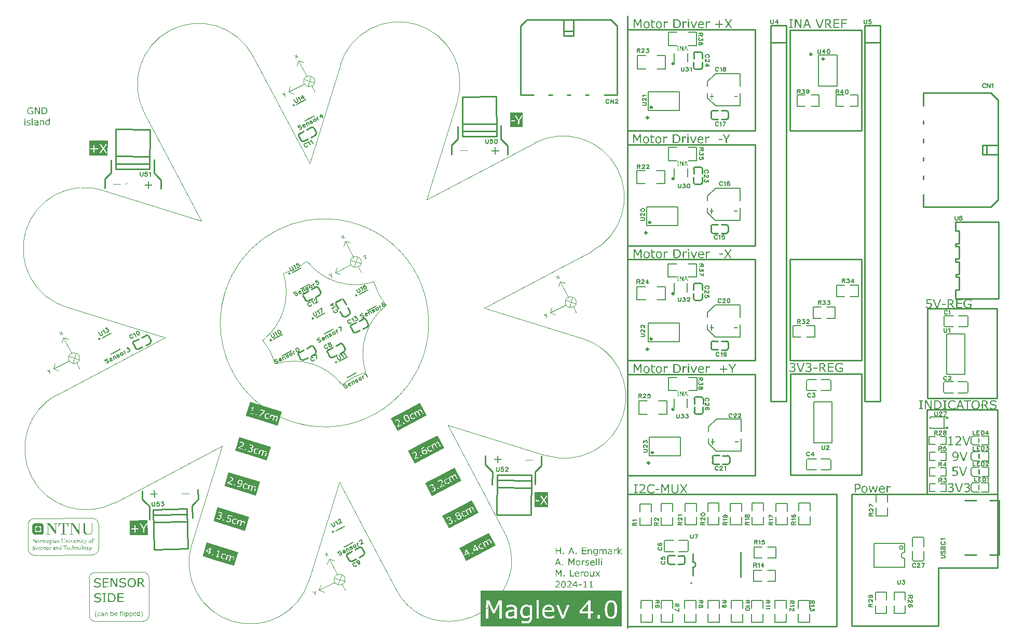
<source format=gto>
G04 Layer: TopSilkscreenLayer*
G04 EasyEDA Pro v2.2.32.3, 2024-11-29 12:29:59*
G04 Gerber Generator version 0.3*
G04 Scale: 100 percent, Rotated: No, Reflected: No*
G04 Dimensions in millimeters*
G04 Leading zeros omitted, absolute positions, 3 integers and 5 decimals*
%FSLAX35Y35*%
%MOMM*%
%ADD10C,0.1524*%
%ADD11C,0.254*%
%ADD12C,0.1*%
%ADD13C,0.15001*%
%ADD14C,0.2*%
%ADD15C,0.3036*%
%ADD16C,0.3*%
G75*


G04 Image Start*
G36*
G01X1053378Y1742833D02*
G01X1053397Y1739722D01*
G01X1064623Y1739789D01*
G01X1075850Y1739856D01*
G01X1075898Y1739788D01*
G01X1075946Y1739721D01*
G01X1076523Y1673851D01*
G01X1077099Y1607981D01*
G01X1077425Y1604467D01*
G01X1077750Y1600952D01*
G01X1078060Y1598519D01*
G01X1078369Y1596086D01*
G01X1078924Y1593384D01*
G01X1079480Y1590682D01*
G01X1080030Y1588791D01*
G01X1080579Y1586901D01*
G01X1081290Y1585012D01*
G01X1082001Y1583122D01*
G01X1082753Y1581639D01*
G01X1083505Y1580155D01*
G01X1085198Y1577615D01*
G01X1086890Y1575075D01*
G01X1089166Y1572861D01*
G01X1091443Y1570646D01*
G01X1093952Y1568989D01*
G01X1096461Y1567332D01*
G01X1098845Y1566153D01*
G01X1101229Y1564973D01*
G01X1102934Y1564343D01*
G01X1104638Y1563713D01*
G01X1108019Y1562757D01*
G01X1111399Y1561802D01*
G01X1114784Y1561160D01*
G01X1118170Y1560518D01*
G01X1121825Y1559987D01*
G01X1125481Y1559456D01*
G01X1127975Y1559190D01*
G01X1130470Y1558924D01*
G01X1135824Y1558552D01*
G01X1141179Y1558180D01*
G01X1149295Y1558228D01*
G01X1157410Y1558276D01*
G01X1161872Y1558583D01*
G01X1166334Y1558890D01*
G01X1170524Y1559455D01*
G01X1174714Y1560020D01*
G01X1178632Y1560833D01*
G01X1182550Y1561645D01*
G01X1184980Y1562353D01*
G01X1187411Y1563061D01*
G01X1189705Y1563913D01*
G01X1192000Y1564765D01*
G01X1195236Y1566381D01*
G01X1198473Y1567997D01*
G01X1201009Y1569833D01*
G01X1203545Y1571669D01*
G01X1205451Y1573579D01*
G01X1207356Y1575489D01*
G01X1208759Y1577386D01*
G01X1210162Y1579283D01*
G01X1211646Y1582182D01*
G01X1213131Y1585080D01*
G01X1214166Y1588299D01*
G01X1215202Y1591517D01*
G01X1215743Y1594414D01*
G01X1216285Y1597311D01*
G01X1216667Y1600762D01*
G01X1217049Y1604213D01*
G01X1217289Y1609625D01*
G01X1217530Y1615037D01*
G01X1217212Y1669299D01*
G01X1216893Y1723561D01*
G01X1217021Y1732127D01*
G01X1217150Y1740694D01*
G01X1228603Y1740762D01*
G01X1240057Y1740830D01*
G01X1240038Y1743941D01*
G01X1240020Y1747052D01*
G01X1210803Y1746878D01*
G01X1181587Y1746705D01*
G01X1181605Y1743594D01*
G01X1181624Y1740483D01*
G01X1194982Y1740562D01*
G01X1208341Y1740642D01*
G01X1208619Y1725697D01*
G01X1208897Y1710752D01*
G01X1209098Y1658136D01*
G01X1209299Y1605519D01*
G01X1208872Y1602000D01*
G01X1208444Y1598481D01*
G01X1207895Y1595799D01*
G01X1207345Y1593118D01*
G01X1206585Y1590745D01*
G01X1205825Y1588372D01*
G01X1204837Y1586379D01*
G01X1203849Y1584386D01*
G01X1202757Y1582756D01*
G01X1201666Y1581127D01*
G01X1199503Y1578915D01*
G01X1197339Y1576703D01*
G01X1195049Y1575202D01*
G01X1192758Y1573701D01*
G01X1191293Y1572953D01*
G01X1189828Y1572205D01*
G01X1187443Y1571268D01*
G01X1185057Y1570330D01*
G01X1181889Y1569519D01*
G01X1178720Y1568707D01*
G01X1175613Y1568147D01*
G01X1172505Y1567588D01*
G01X1169260Y1567222D01*
G01X1166016Y1566857D01*
G01X1156683Y1566797D01*
G01X1147350Y1566737D01*
G01X1144102Y1567073D01*
G01X1140854Y1567408D01*
G01X1137468Y1568054D01*
G01X1134083Y1568699D01*
G01X1130995Y1569642D01*
G01X1127908Y1570584D01*
G01X1125643Y1571614D01*
G01X1123378Y1572645D01*
G01X1120999Y1574168D01*
G01X1118621Y1575691D01*
G01X1116422Y1577909D01*
G01X1114223Y1580127D01*
G01X1113072Y1581848D01*
G01X1111921Y1583570D01*
G01X1110989Y1585458D01*
G01X1110058Y1587346D01*
G01X1109230Y1589831D01*
G01X1108402Y1592315D01*
G01X1107851Y1595098D01*
G01X1107299Y1597881D01*
G01X1106988Y1600584D01*
G01X1106678Y1603287D01*
G01X1106386Y1608831D01*
G01X1106094Y1614376D01*
G01X1105791Y1664580D01*
G01X1105487Y1714783D01*
G01X1105591Y1727408D01*
G01X1105696Y1740033D01*
G01X1118772Y1740110D01*
G01X1131848Y1740188D01*
G01X1131830Y1743299D01*
G01X1131811Y1746410D01*
G01X1092585Y1746177D01*
G01X1053360Y1745944D01*
G01X1053378Y1742833D01*
G37*
G36*
G01X283455Y1741476D02*
G01X282509Y1741378D01*
G01X280076Y1741071D01*
G01X277643Y1740764D01*
G01X275127Y1740078D01*
G01X272612Y1739392D01*
G01X270435Y1738575D01*
G01X268258Y1737758D01*
G01X265638Y1736392D01*
G01X263019Y1735027D01*
G01X260618Y1733423D01*
G01X258218Y1731820D01*
G01X255796Y1729643D01*
G01X253374Y1727467D01*
G01X252018Y1725870D01*
G01X250662Y1724274D01*
G01X249444Y1722644D01*
G01X248226Y1721014D01*
G01X247244Y1719448D01*
G01X246263Y1717881D01*
G01X245049Y1715429D01*
G01X243836Y1712976D01*
G01X242951Y1710484D01*
G01X242067Y1707992D01*
G01X241526Y1705554D01*
G01X240985Y1703116D01*
G01X240638Y1700679D01*
G01X240292Y1698242D01*
G01X240591Y1647791D01*
G01X240890Y1597340D01*
G01X241265Y1594907D01*
G01X241639Y1592475D01*
G01X242440Y1589424D01*
G01X243240Y1586373D01*
G01X244395Y1583523D01*
G01X245550Y1580673D01*
G01X246898Y1578342D01*
G01X248246Y1576012D01*
G01X249784Y1573861D01*
G01X251322Y1571711D01*
G01X254860Y1568187D01*
G01X258398Y1564663D01*
G01X261521Y1562641D01*
G01X264644Y1560618D01*
G01X266911Y1559500D01*
G01X269178Y1558382D01*
G01X271251Y1557632D01*
G01X273323Y1556883D01*
G01X275434Y1556305D01*
G01X277544Y1555727D01*
G01X280580Y1555223D01*
G01X283616Y1554718D01*
G01X334610Y1555021D01*
G01X385603Y1555323D01*
G01X388576Y1555858D01*
G01X391548Y1556392D01*
G01X393614Y1556977D01*
G01X395680Y1557561D01*
G01X397868Y1558375D01*
G01X400056Y1559188D01*
G01X402221Y1560293D01*
G01X404387Y1561398D01*
G01X406332Y1562655D01*
G01X408277Y1563913D01*
G01X410455Y1565629D01*
G01X412632Y1567344D01*
G01X414994Y1569880D01*
G01X417356Y1572416D01*
G01X418494Y1573911D01*
G01X419631Y1575405D01*
G01X420736Y1577237D01*
G01X421842Y1579069D01*
G01X422949Y1581304D01*
G01X424057Y1583540D01*
G01X424933Y1585851D01*
G01X425810Y1588161D01*
G01X426466Y1590868D01*
G01X427123Y1593575D01*
G01X427472Y1596012D01*
G01X427820Y1598449D01*
G01X427521Y1648900D01*
G01X427222Y1699351D01*
G01X426846Y1701784D01*
G01X426471Y1704216D01*
G01X425901Y1706642D01*
G01X425332Y1709068D01*
G01X424265Y1711856D01*
G01X423199Y1714644D01*
G01X422240Y1716520D01*
G01X421281Y1718397D01*
G01X420159Y1720206D01*
G01X419037Y1722016D01*
G01X417472Y1724041D01*
G01X415908Y1726066D01*
G01X413472Y1728496D01*
G01X411036Y1730926D01*
G01X408745Y1732665D01*
G01X406454Y1734404D01*
G01X404553Y1735505D01*
G01X402653Y1736607D01*
G01X400917Y1737466D01*
G01X399181Y1738324D01*
G01X396849Y1739198D01*
G01X394517Y1740072D01*
G01X392349Y1740660D01*
G01X390181Y1741248D01*
G01X387879Y1741659D01*
G01X385577Y1742069D01*
G01X334989Y1741822D01*
G01X284402Y1741574D01*
G01X283455Y1741476D01*
G37*
%LPC*%
G36*
G01X380855Y1648758D02*
G01X381132Y1602094D01*
G01X334332Y1601817D01*
G01X287532Y1601539D01*
G01X287255Y1648203D01*
G01X286978Y1694867D01*
G01X333778Y1695145D01*
G01X380579Y1695422D01*
G01X380855Y1648758D01*
G37*
%LPD*%
G36*
G01X327878Y1686579D02*
G01X325310Y1686204D01*
G01X322474Y1685345D01*
G01X319639Y1684486D01*
G01X316672Y1683019D01*
G01X313704Y1681553D01*
G01X311292Y1679821D01*
G01X308879Y1678089D01*
G01X306447Y1675624D01*
G01X304015Y1673159D01*
G01X302486Y1670991D01*
G01X300957Y1668822D01*
G01X299736Y1666494D01*
G01X298515Y1664165D01*
G01X297349Y1660539D01*
G01X296183Y1656913D01*
G01X295843Y1654747D01*
G01X295503Y1652580D01*
G01X295535Y1648387D01*
G01X295568Y1644194D01*
G01X296026Y1641762D01*
G01X296484Y1639330D01*
G01X297484Y1636373D01*
G01X298483Y1633415D01*
G01X299451Y1631515D01*
G01X300419Y1629615D01*
G01X301650Y1627728D01*
G01X302880Y1625842D01*
G01X304643Y1623750D01*
G01X306407Y1621657D01*
G01X308414Y1619928D01*
G01X310421Y1618198D01*
G01X312398Y1616881D01*
G01X314375Y1615564D01*
G01X316814Y1614357D01*
G01X319253Y1613150D01*
G01X322368Y1612179D01*
G01X325484Y1611208D01*
G01X328462Y1610801D01*
G01X331441Y1610394D01*
G01X335362Y1610559D01*
G01X339284Y1610724D01*
G01X341446Y1611185D01*
G01X343607Y1611647D01*
G01X346429Y1612603D01*
G01X349250Y1613559D01*
G01X351865Y1614946D01*
G01X354480Y1616333D01*
G01X356741Y1618051D01*
G01X359001Y1619769D01*
G01X361571Y1622478D01*
G01X364140Y1625187D01*
G01X365627Y1627463D01*
G01X367113Y1629740D01*
G01X368178Y1631911D01*
G01X369243Y1634081D01*
G01X370217Y1637162D01*
G01X371191Y1640243D01*
G01X371591Y1642986D01*
G01X371991Y1645730D01*
G01X371972Y1648976D01*
G01X371952Y1652222D01*
G01X371520Y1654961D01*
G01X371087Y1657700D01*
G01X370077Y1660769D01*
G01X369066Y1663838D01*
G01X367969Y1665996D01*
G01X366871Y1668153D01*
G01X365346Y1670444D01*
G01X363821Y1672734D01*
G01X360683Y1675845D01*
G01X357546Y1678956D01*
G01X354813Y1680742D01*
G01X352080Y1682527D01*
G01X350063Y1683438D01*
G01X348045Y1684349D01*
G01X344935Y1685329D01*
G01X341824Y1686308D01*
G01X338975Y1686670D01*
G01X336126Y1687032D01*
G01X333286Y1686993D01*
G01X330445Y1686953D01*
G01X327878Y1686579D01*
G37*
G36*
G01X847782Y1741614D02*
G01X847800Y1738503D01*
G01X859930Y1738575D01*
G01X872059Y1738647D01*
G01X872319Y1725054D01*
G01X872579Y1711462D01*
G01X872928Y1652489D01*
G01X873278Y1593517D01*
G01X873182Y1579516D01*
G01X873086Y1565516D01*
G01X860957Y1565444D01*
G01X848828Y1565372D01*
G01X848847Y1562126D01*
G01X848866Y1558880D01*
G01X879300Y1559060D01*
G01X909733Y1559241D01*
G01X909714Y1562487D01*
G01X909695Y1565733D01*
G01X895660Y1565650D01*
G01X881625Y1565567D01*
G01X881367Y1578077D01*
G01X881109Y1590587D01*
G01X880771Y1661780D01*
G01X880432Y1732973D01*
G01X941950Y1644610D01*
G01X1003468Y1556246D01*
G01X1003884Y1556369D01*
G01X1004300Y1556492D01*
G01X1005988Y1556984D01*
G01X1007676Y1557476D01*
G01X1007191Y1639330D01*
G01X1006706Y1721185D01*
G01X1006830Y1730316D01*
G01X1006955Y1739447D01*
G01X1018273Y1739514D01*
G01X1029591Y1739581D01*
G01X1029572Y1742692D01*
G01X1029554Y1745803D01*
G01X1000202Y1745629D01*
G01X970851Y1745455D01*
G01X970869Y1742344D01*
G01X970888Y1739233D01*
G01X984505Y1739314D01*
G01X998123Y1739394D01*
G01X998356Y1730265D01*
G01X998588Y1721137D01*
G01X998909Y1667203D01*
G01X999229Y1613270D01*
G01X960586Y1668734D01*
G01X921943Y1724199D01*
G01X914678Y1734636D01*
G01X907414Y1745073D01*
G01X877589Y1744899D01*
G01X847764Y1744724D01*
G01X847782Y1741614D01*
G37*
G36*
G01X469323Y1739370D02*
G01X469341Y1736257D01*
G01X481337Y1736329D01*
G01X493332Y1736400D01*
G01X493537Y1731734D01*
G01X493742Y1727069D01*
G01X494200Y1649837D01*
G01X494658Y1572604D01*
G01X494509Y1567937D01*
G01X494359Y1563269D01*
G01X482364Y1563198D01*
G01X470368Y1563127D01*
G01X470387Y1559881D01*
G01X470407Y1556634D01*
G01X500840Y1556815D01*
G01X531274Y1556996D01*
G01X531255Y1560242D01*
G01X531235Y1563488D01*
G01X517033Y1563404D01*
G01X502831Y1563319D01*
G01X502334Y1646963D01*
G01X501838Y1730607D01*
G01X502074Y1730351D01*
G01X502310Y1730096D01*
G01X563515Y1642132D01*
G01X624719Y1554168D01*
G01X624784Y1554079D01*
G01X624848Y1553991D01*
G01X627011Y1554624D01*
G01X629173Y1555258D01*
G01X629131Y1565141D01*
G01X629089Y1575025D01*
G01X628613Y1656112D01*
G01X628137Y1737199D01*
G01X639499Y1737267D01*
G01X650861Y1737334D01*
G01X650842Y1740445D01*
G01X650824Y1743556D01*
G01X621472Y1743382D01*
G01X592121Y1743208D01*
G01X592139Y1740097D01*
G01X592158Y1736986D01*
G01X605911Y1737068D01*
G01X619665Y1737149D01*
G01X620233Y1674226D01*
G01X620800Y1611303D01*
G01X620695Y1611196D01*
G01X620589Y1611089D01*
G01X582821Y1665297D01*
G01X545054Y1719504D01*
G01X536973Y1731101D01*
G01X528892Y1742698D01*
G01X499098Y1742590D01*
G01X469304Y1742482D01*
G01X469323Y1739370D01*
G37*
G36*
G01X667826Y1713899D02*
G01X667920Y1684142D01*
G01X671800Y1684165D01*
G01X675680Y1684188D01*
G01X675971Y1688045D01*
G01X676263Y1691901D01*
G01X676824Y1695286D01*
G01X677385Y1698671D01*
G01X678291Y1701895D01*
G01X679198Y1705119D01*
G01X680277Y1707859D01*
G01X681357Y1710598D01*
G01X682835Y1713447D01*
G01X684313Y1716296D01*
G01X686048Y1718982D01*
G01X687783Y1721668D01*
G01X689204Y1723465D01*
G01X690625Y1725261D01*
G01X692941Y1727505D01*
G01X695256Y1729748D01*
G01X696679Y1730669D01*
G01X698103Y1731590D01*
G01X699991Y1732553D01*
G01X701879Y1733515D01*
G01X704059Y1734217D01*
G01X706239Y1734919D01*
G01X708497Y1735361D01*
G01X710756Y1735803D01*
G01X715101Y1736093D01*
G01X719446Y1736384D01*
G01X727462Y1736434D01*
G01X735477Y1736484D01*
G01X735783Y1718563D01*
G01X736089Y1700643D01*
G01X736389Y1632830D01*
G01X736689Y1565017D01*
G01X736542Y1564868D01*
G01X736395Y1564719D01*
G01X722208Y1564560D01*
G01X708022Y1564401D01*
G01X708124Y1561223D01*
G01X708227Y1558045D01*
G01X751359Y1558301D01*
G01X794491Y1558557D01*
G01X794472Y1561803D01*
G01X794453Y1565049D01*
G01X780293Y1564965D01*
G01X766133Y1564881D01*
G01X765926Y1569793D01*
G01X765719Y1574705D01*
G01X765266Y1651174D01*
G01X764812Y1727644D01*
G01X764963Y1732152D01*
G01X765114Y1736659D01*
G01X773308Y1736708D01*
G01X781501Y1736757D01*
G01X784967Y1736492D01*
G01X788432Y1736227D01*
G01X790873Y1735861D01*
G01X793313Y1735494D01*
G01X795748Y1734813D01*
G01X798184Y1734132D01*
G01X800440Y1733076D01*
G01X802696Y1732021D01*
G01X804656Y1730683D01*
G01X806617Y1729345D01*
G01X808676Y1727389D01*
G01X810735Y1725433D01*
G01X812006Y1723715D01*
G01X813278Y1721997D01*
G01X815068Y1719065D01*
G01X816859Y1716133D01*
G01X817971Y1713774D01*
G01X819083Y1711415D01*
G01X820137Y1708637D01*
G01X821191Y1705860D01*
G01X822004Y1702967D01*
G01X822817Y1700075D01*
G01X823260Y1697962D01*
G01X823702Y1695848D01*
G01X824269Y1691782D01*
G01X824836Y1687715D01*
G01X824844Y1686394D01*
G01X824852Y1685073D01*
G01X828910Y1685097D01*
G01X832967Y1685121D01*
G01X832791Y1714878D01*
G01X832614Y1744635D01*
G01X750173Y1744145D01*
G01X667732Y1743656D01*
G01X667826Y1713899D01*
G37*
G04 Image End*

G04 Text Start*
G36*
G01X1561868Y7276451D02*
G01X1561822Y7270996D01*
G01X1688484Y7269921D01*
G01X1688577Y7280829D01*
G01X1561914Y7281905D01*
G01X1561868Y7276451D01*
G37*
G36*
G01X2144000Y7296630D02*
G01X2144226Y7323296D01*
G01X2127863Y7323435D01*
G01X2127410Y7270103D01*
G01X2074079Y7270556D01*
G01X2073950Y7255405D01*
G01X2127282Y7254952D01*
G01X2126829Y7201621D01*
G01X2143192Y7201482D01*
G01X2143645Y7254813D01*
G01X2196976Y7254360D01*
G01X2197105Y7269511D01*
G01X2143773Y7269964D01*
G01X2144000Y7296630D01*
G37*
G36*
G01X1165870Y7748907D02*
G01X1468890Y7746334D01*
G01X1470953Y7989356D01*
G01X1167934Y7991929D01*
G01X1166703Y7846916D01*
G01X1186703Y7846916D01*
G01X1186757Y7853279D01*
G01X1187127Y7861155D01*
G01X1187443Y7862667D01*
G01X1240169Y7862220D01*
G01X1240382Y7887370D01*
G01X1240912Y7914033D01*
G01X1241227Y7915546D01*
G01X1247591Y7915492D01*
G01X1255467Y7915122D01*
G01X1256979Y7914806D01*
G01X1256532Y7862081D01*
G01X1281682Y7861867D01*
G01X1308345Y7861338D01*
G01X1309858Y7861022D01*
G01X1309799Y7854052D01*
G01X1309431Y7846480D01*
G01X1284276Y7846087D01*
G01X1257910Y7846008D01*
G01X1256393Y7845718D01*
G01X1256179Y7820567D01*
G01X1255650Y7793904D01*
G01X1255334Y7792391D01*
G01X1247758Y7792456D01*
G01X1239882Y7792826D01*
G01X1239882Y7792826D01*
G01X1239801Y7818888D01*
G01X1239421Y7845559D01*
G01X1232457Y7846300D01*
G01X1212763Y7846694D01*
G01X1186703Y7846916D01*
G01X1166703Y7846916D01*
G01X1166220Y7790108D01*
G01X1336908Y7790108D01*
G01X1337447Y7791088D01*
G01X1338980Y7793196D01*
G01X1340516Y7795608D01*
G01X1343582Y7799824D01*
G01X1345423Y7802536D01*
G01X1351556Y7810969D01*
G01X1353397Y7813681D01*
G01X1356463Y7817897D01*
G01X1358304Y7820609D01*
G01X1361370Y7824826D01*
G01X1363212Y7827537D01*
G01X1366278Y7831754D01*
G01X1370572Y7837778D01*
G01X1372105Y7839886D01*
G01X1374560Y7843502D01*
G01X1377626Y7847719D01*
G01X1380695Y7852238D01*
G01X1382534Y7854647D01*
G01X1384989Y7858263D01*
G01X1386214Y7859767D01*
G01X1386835Y7861580D01*
G01X1385947Y7864012D01*
G01X1384152Y7866755D01*
G01X1382655Y7868889D01*
G01X1381458Y7870717D01*
G01X1379963Y7873154D01*
G01X1376969Y7877422D01*
G01X1375174Y7880165D01*
G01X1373677Y7882299D01*
G01X1367694Y7891441D01*
G01X1364700Y7895709D01*
G01X1362306Y7899366D01*
G01X1360809Y7901500D01*
G01X1359315Y7903937D01*
G01X1358118Y7905765D01*
G01X1356621Y7907899D01*
G01X1354826Y7910642D01*
G01X1353329Y7912776D01*
G01X1350936Y7916433D01*
G01X1349439Y7918567D01*
G01X1347944Y7921004D01*
G01X1346748Y7922832D01*
G01X1345549Y7924357D01*
G01X1344352Y7926186D01*
G01X1342857Y7928623D01*
G01X1339863Y7932891D01*
G01X1339342Y7933956D01*
G01X1339576Y7934712D01*
G01X1348368Y7935243D01*
G01X1358668Y7934853D01*
G01X1361688Y7933615D01*
G01X1363185Y7931481D01*
G01X1364680Y7929044D01*
G01X1366177Y7926910D01*
G01X1367671Y7924473D01*
G01X1376646Y7910760D01*
G01X1378141Y7908323D01*
G01X1393697Y7884553D01*
G01X1395194Y7882419D01*
G01X1396689Y7879982D01*
G01X1397885Y7878154D01*
G01X1399390Y7876929D01*
G01X1400223Y7876922D01*
G01X1400910Y7877522D01*
G01X1402135Y7879027D01*
G01X1404590Y7882643D01*
G01X1406123Y7884751D01*
G01X1407659Y7887162D01*
G01X1408887Y7888970D01*
G01X1410112Y7890475D01*
G01X1411339Y7892283D01*
G01X1412875Y7894694D01*
G01X1414408Y7896802D01*
G01X1415944Y7899213D01*
G01X1420237Y7905238D01*
G01X1425761Y7913373D01*
G01X1427294Y7915481D01*
G01X1429749Y7919097D01*
G01X1431282Y7921205D01*
G01X1433124Y7923917D01*
G01X1434657Y7926025D01*
G01X1435884Y7927833D01*
G01X1437420Y7930244D01*
G01X1438953Y7932352D01*
G01X1440481Y7933855D01*
G01X1450183Y7934379D01*
G01X1459874Y7933690D01*
G01X1460246Y7932854D01*
G01X1459553Y7931571D01*
G01X1457715Y7929163D01*
G01X1455260Y7925547D01*
G01X1453727Y7923439D01*
G01X1451885Y7920727D01*
G01X1449738Y7917715D01*
G01X1447900Y7915306D01*
G01X1445445Y7911691D01*
G01X1440845Y7905366D01*
G01X1439004Y7902654D01*
G01X1436857Y7899642D01*
G01X1435018Y7897233D01*
G01X1432563Y7893617D01*
G01X1430725Y7891209D01*
G01X1428578Y7888197D01*
G01X1426737Y7885485D01*
G01X1422137Y7879160D01*
G01X1419682Y7875544D01*
G01X1418457Y7874040D01*
G01X1417230Y7872232D01*
G01X1415694Y7869821D01*
G01X1414161Y7867712D01*
G01X1412322Y7865303D01*
G01X1411476Y7863796D01*
G01X1411387Y7862281D01*
G01X1412576Y7859543D01*
G01X1414073Y7857410D01*
G01X1416467Y7853753D01*
G01X1417964Y7851619D01*
G01X1419759Y7848876D01*
G01X1422753Y7844608D01*
G01X1424247Y7842171D01*
G01X1425444Y7840343D01*
G01X1426941Y7838209D01*
G01X1428736Y7835466D01*
G01X1430233Y7833332D01*
G01X1436815Y7823276D01*
G01X1438910Y7820228D01*
G01X1440705Y7817485D01*
G01X1442202Y7815351D01*
G01X1443697Y7812914D01*
G01X1447888Y7806818D01*
G01X1451477Y7801332D01*
G01X1454472Y7797064D01*
G01X1455966Y7794627D01*
G01X1457163Y7792799D01*
G01X1458660Y7790665D01*
G01X1459181Y7789600D01*
G01X1458947Y7788844D01*
G01X1449549Y7788318D01*
G01X1439249Y7788709D01*
G01X1436835Y7789941D01*
G01X1435338Y7792075D01*
G01X1430551Y7799389D01*
G01X1429054Y7801523D01*
G01X1427560Y7803960D01*
G01X1425166Y7807617D01*
G01X1423672Y7810054D01*
G01X1414697Y7823767D01*
G01X1413202Y7826204D01*
G01X1400039Y7846316D01*
G01X1398537Y7847844D01*
G01X1397627Y7847700D01*
G01X1396709Y7846648D01*
G01X1391185Y7838512D01*
G01X1389652Y7836404D01*
G01X1388116Y7833993D01*
G01X1386583Y7831884D01*
G01X1384128Y7828269D01*
G01X1382595Y7826161D01*
G01X1378912Y7820737D01*
G01X1377379Y7818629D01*
G01X1374924Y7815013D01*
G01X1373391Y7812905D01*
G01X1371855Y7810494D01*
G01X1370628Y7808686D01*
G01X1369095Y7806578D01*
G01X1367253Y7803866D01*
G01X1365720Y7801757D01*
G01X1364493Y7799950D01*
G01X1362957Y7797538D01*
G01X1361424Y7795430D01*
G01X1358969Y7791814D01*
G01X1357438Y7790009D01*
G01X1354403Y7789353D01*
G01X1347128Y7789188D01*
G01X1337131Y7789576D01*
G01X1337131Y7789576D01*
G01X1336908Y7790108D01*
G01X1166220Y7790108D01*
G01X1165870Y7748907D01*
G37*
G36*
G01X392338Y8478604D02*
G01X391604Y8520903D01*
G01X406606Y8520903D01*
G01X407331Y8479091D01*
G01X408288Y8437056D01*
G01X416018Y8436963D01*
G01X416018Y8436963D01*
G01X424195Y8437332D01*
G01X427372Y8437614D01*
G01X431913Y8437920D01*
G01X435541Y8438438D01*
G01X438260Y8438940D01*
G01X440524Y8439434D01*
G01X444144Y8440406D01*
G01X446178Y8441123D01*
G01X448207Y8442067D01*
G01X451811Y8443948D01*
G01X453837Y8445120D01*
G01X455412Y8446056D01*
G01X456532Y8446985D01*
G01X457648Y8448141D01*
G01X459889Y8449999D01*
G01X461668Y8452302D01*
G01X463004Y8453917D01*
G01X464112Y8455527D01*
G01X464994Y8457134D01*
G01X465871Y8458967D01*
G01X466744Y8461028D01*
G01X468252Y8465828D01*
G01X469074Y8470843D01*
G01X469427Y8476759D01*
G01X469610Y8479263D01*
G01X469340Y8481758D01*
G01X468791Y8487204D01*
G01X468281Y8490378D01*
G01X467791Y8492415D01*
G01X467058Y8495357D01*
G01X466106Y8497841D01*
G01X465393Y8499647D01*
G01X464448Y8501676D01*
G01X462113Y8505273D01*
G01X460949Y8506844D01*
G01X460020Y8507964D01*
G01X456090Y8511760D01*
G01X454248Y8513092D01*
G01X452638Y8514201D01*
G01X450573Y8515301D01*
G01X446906Y8517056D01*
G01X444618Y8517926D01*
G01X442102Y8518791D01*
G01X440045Y8519437D01*
G01X435030Y8520259D01*
G01X431387Y8520651D01*
G01X424107Y8520979D01*
G01X415013Y8521049D01*
G01X406606Y8520903D01*
G01X391604Y8520903D01*
G01X391395Y8532914D01*
G01X410710Y8533249D01*
G01X430711Y8533368D01*
G01X432306Y8533169D01*
G01X435264Y8532993D01*
G01X438908Y8532601D01*
G01X441188Y8532186D01*
G01X443696Y8531775D01*
G01X446434Y8531141D01*
G01X451002Y8529856D01*
G01X453291Y8528987D01*
G01X455352Y8528113D01*
G01X459019Y8526359D01*
G01X460625Y8525477D01*
G01X462694Y8524149D01*
G01X464536Y8522817D01*
G01X466840Y8521039D01*
G01X472619Y8515457D01*
G01X474014Y8513662D01*
G01X475644Y8511417D01*
G01X477043Y8509396D01*
G01X478215Y8507371D01*
G01X480096Y8503766D01*
G01X481048Y8501282D01*
G01X482722Y8496538D01*
G01X483710Y8492009D01*
G01X484219Y8488835D01*
G01X484573Y8481568D01*
G01X484487Y8473383D01*
G01X484088Y8470194D01*
G01X483258Y8465633D01*
G01X482620Y8463122D01*
G01X481327Y8459008D01*
G01X480454Y8456947D01*
G01X477821Y8451446D01*
G01X476940Y8449840D01*
G01X474284Y8445702D01*
G01X473172Y8444319D01*
G01X470500Y8441090D01*
G01X469384Y8439935D01*
G01X466696Y8437615D01*
G01X465129Y8436224D01*
G01X463108Y8434825D01*
G01X461309Y8433657D01*
G01X459962Y8432725D01*
G01X458387Y8431788D01*
G01X454328Y8429899D01*
G01X451844Y8428947D01*
G01X448906Y8427986D01*
G01X446645Y8427265D01*
G01X442116Y8426278D01*
G01X438943Y8425768D01*
G01X433952Y8425227D01*
G01X413277Y8424641D01*
G01X393280Y8424294D01*
G01X392338Y8478604D01*
G37*
G36*
G01X204472Y8419426D02*
G01X201738Y8419833D01*
G01X197177Y8420663D01*
G01X194666Y8421302D01*
G01X190552Y8422594D01*
G01X188491Y8423468D01*
G01X186202Y8424337D01*
G01X183910Y8425434D01*
G01X180235Y8427643D01*
G01X177014Y8429861D01*
G01X175400Y8431196D01*
G01X170314Y8436109D01*
G01X168919Y8437903D01*
G01X167755Y8439474D01*
G01X165420Y8443070D01*
G01X164248Y8445096D01*
G01X163304Y8447125D01*
G01X162355Y8449382D01*
G01X161399Y8452093D01*
G01X160439Y8455031D01*
G01X159718Y8457292D01*
G01X158722Y8462275D01*
G01X158197Y8466358D01*
G01X157851Y8473171D01*
G01X157936Y8481355D01*
G01X158320Y8485454D01*
G01X158727Y8488188D01*
G01X159984Y8494347D01*
G01X160626Y8496632D01*
G01X161277Y8498461D01*
G01X161931Y8500064D01*
G01X162804Y8502125D01*
G01X163897Y8504644D01*
G01X165221Y8506940D01*
G01X166549Y8509009D01*
G01X167430Y8510615D01*
G01X168319Y8511767D01*
G01X170544Y8514534D01*
G01X173894Y8518001D01*
G01X176135Y8519859D01*
G01X177702Y8521250D01*
G01X179723Y8522649D01*
G01X183319Y8524984D01*
G01X185122Y8525925D01*
G01X188279Y8527343D01*
G01X191892Y8528770D01*
G01X194152Y8529491D01*
G01X196185Y8530208D01*
G01X201169Y8531204D01*
G01X204797Y8531721D01*
G01X212746Y8532087D01*
G01X221612Y8532013D01*
G01X225256Y8531622D01*
G01X227991Y8531215D01*
G01X234832Y8529969D01*
G01X237343Y8529331D01*
G01X241912Y8528047D01*
G01X244200Y8527177D01*
G01X246715Y8526311D01*
G01X250837Y8524565D01*
G01X254269Y8523260D01*
G01X254411Y8515080D01*
G01X254103Y8506664D01*
G01X252966Y8506644D01*
G01X251133Y8507522D01*
G01X246995Y8510178D01*
G01X245385Y8511286D01*
G01X243778Y8512167D01*
G01X238277Y8514800D01*
G01X236216Y8515673D01*
G01X228674Y8518043D01*
G01X224568Y8518881D01*
G01X221379Y8519280D01*
G01X215008Y8519624D01*
G01X212732Y8519812D01*
G01X208195Y8519278D01*
G01X205472Y8519004D01*
G01X202753Y8518502D01*
G01X199584Y8517765D01*
G01X196645Y8516805D01*
G01X194616Y8515861D01*
G01X190561Y8513745D01*
G01X188990Y8512581D01*
G01X187642Y8511648D01*
G01X186299Y8510488D01*
G01X181833Y8505865D01*
G01X180944Y8504713D01*
G01X179835Y8503102D01*
G01X178730Y8501265D01*
G01X177849Y8499658D01*
G01X176972Y8497824D01*
G01X176098Y8495764D01*
G01X175233Y8493248D01*
G01X174586Y8491191D01*
G01X173748Y8487085D01*
G01X173349Y8483896D01*
G01X173260Y8475939D01*
G01X173625Y8467989D01*
G01X174135Y8464816D01*
G01X174633Y8462324D01*
G01X175369Y8459155D01*
G01X176326Y8456443D01*
G01X177278Y8453960D01*
G01X180335Y8448103D01*
G01X181498Y8446532D01*
G01X182431Y8445184D01*
G01X183591Y8443840D01*
G01X188215Y8439374D01*
G01X189367Y8438485D01*
G01X192125Y8436715D01*
G01X193732Y8435833D01*
G01X195565Y8434956D01*
G01X197626Y8434082D01*
G01X202426Y8432574D01*
G01X206986Y8431744D01*
G01X214497Y8431193D01*
G01X216992Y8431463D01*
G01X222893Y8432020D01*
G01X226066Y8432530D01*
G01X228558Y8433028D01*
G01X231955Y8433769D01*
G01X234215Y8434490D01*
G01X236026Y8434976D01*
G01X240092Y8436410D01*
G01X241224Y8436657D01*
G01X240751Y8463926D01*
G01X211665Y8463421D01*
G01X211452Y8475692D01*
G01X255082Y8476449D01*
G01X255488Y8453044D01*
G01X255567Y8435372D01*
G01X254993Y8429168D01*
G01X252963Y8428223D01*
G01X248450Y8426326D01*
G01X245966Y8425374D01*
G01X243710Y8424426D01*
G01X239189Y8422984D01*
G01X237155Y8422266D01*
G01X234440Y8421537D01*
G01X232180Y8420816D01*
G01X227651Y8419829D01*
G01X224023Y8419311D01*
G01X215392Y8418934D01*
G01X206525Y8419007D01*
G01X204472Y8419426D01*
G37*
G36*
G01X280082Y8476656D02*
G01X279139Y8530966D01*
G01X290047Y8531155D01*
G01X301640Y8531129D01*
G01X303023Y8530016D01*
G01X304195Y8527991D01*
G01X306076Y8524387D01*
G01X308419Y8520336D01*
G01X310300Y8516731D01*
G01X312643Y8512681D01*
G01X314524Y8509076D01*
G01X316868Y8505025D01*
G01X318749Y8501421D01*
G01X321092Y8497370D01*
G01X322973Y8493766D01*
G01X325316Y8489715D01*
G01X327197Y8486111D01*
G01X329541Y8482060D01*
G01X331422Y8478456D01*
G01X333765Y8474405D01*
G01X335646Y8470801D01*
G01X337990Y8466750D01*
G01X339871Y8463145D01*
G01X342214Y8459094D01*
G01X344095Y8455490D01*
G01X345968Y8452340D01*
G01X349025Y8446484D01*
G01X350184Y8445140D01*
G01X350339Y8455883D01*
G01X349886Y8488550D01*
G01X349129Y8532180D01*
G01X362763Y8532417D01*
G01X364648Y8423797D01*
G01X355786Y8423643D01*
G01X346461Y8423936D01*
G01X345301Y8425279D01*
G01X344129Y8427305D01*
G01X342248Y8430909D01*
G01X339905Y8434960D01*
G01X338024Y8438564D01*
G01X335681Y8442615D01*
G01X333800Y8446219D01*
G01X331456Y8450270D01*
G01X329575Y8453874D01*
G01X327702Y8457024D01*
G01X325821Y8460629D01*
G01X323478Y8464680D01*
G01X321597Y8468284D01*
G01X319253Y8472335D01*
G01X317372Y8475939D01*
G01X315029Y8479990D01*
G01X313148Y8483594D01*
G01X310805Y8487645D01*
G01X308924Y8491249D01*
G01X306580Y8495300D01*
G01X304699Y8498904D01*
G01X302356Y8502955D01*
G01X300475Y8506560D01*
G01X298602Y8509709D01*
G01X296721Y8513314D01*
G01X294848Y8516463D01*
G01X293915Y8517811D01*
G01X293778Y8506045D01*
G01X294285Y8470310D01*
G01X295113Y8422590D01*
G01X281024Y8422346D01*
G01X280082Y8476656D01*
G37*
G36*
G01X169004Y8236511D02*
G01X164444Y8237341D01*
G01X161932Y8237979D01*
G01X157364Y8239264D01*
G01X152787Y8241003D01*
G01X150727Y8241876D01*
G01X149582Y8242311D01*
G01X149456Y8249582D01*
G01X149531Y8255096D01*
G01X150008Y8257093D01*
G01X151606Y8256666D01*
G01X153217Y8255558D01*
G01X154596Y8254672D01*
G01X157809Y8252910D01*
G01X161476Y8251155D01*
G01X163079Y8250501D01*
G01X164908Y8249851D01*
G01X169022Y8248558D01*
G01X171534Y8247920D01*
G01X173814Y8247505D01*
G01X177912Y8247121D01*
G01X179734Y8246926D01*
G01X181548Y8247184D01*
G01X183589Y8247447D01*
G01X186539Y8247726D01*
G01X189709Y8248463D01*
G01X192420Y8249419D01*
G01X194222Y8250359D01*
G01X195570Y8251292D01*
G01X196914Y8252452D01*
G01X198022Y8254062D01*
G01X198899Y8255896D01*
G01X199303Y8258858D01*
G01X199012Y8262490D01*
G01X198291Y8264750D01*
G01X197355Y8266325D01*
G01X195736Y8267888D01*
G01X193899Y8268993D01*
G01X191838Y8269866D01*
G01X188868Y8270724D01*
G01X186584Y8271366D01*
G01X177463Y8273026D01*
G01X174955Y8273438D01*
G01X171535Y8274060D01*
G01X169251Y8274703D01*
G01X167425Y8275125D01*
G01X165368Y8275772D01*
G01X163080Y8276641D01*
G01X161019Y8277515D01*
G01X159412Y8278396D01*
G01X157343Y8279724D01*
G01X155502Y8281056D01*
G01X154346Y8282172D01*
G01X153417Y8283293D01*
G01X152485Y8284640D01*
G01X151548Y8286215D01*
G01X150604Y8288245D01*
G01X149887Y8290278D01*
G01X149377Y8293451D01*
G01X149118Y8295265D01*
G01X149306Y8297542D01*
G01X149713Y8300276D01*
G01X150344Y8303242D01*
G01X151213Y8305531D01*
G01X152090Y8307364D01*
G01X152976Y8308744D01*
G01X153638Y8309891D01*
G01X154527Y8311043D01*
G01X156760Y8313355D01*
G01X157880Y8314284D01*
G01X159451Y8315448D01*
G01X161250Y8316615D01*
G01X163052Y8317556D01*
G01X165081Y8318500D01*
G01X169148Y8319935D01*
G01X171863Y8320664D01*
G01X174355Y8321162D01*
G01X181395Y8321511D01*
G01X188443Y8321406D01*
G01X191633Y8321007D01*
G01X194140Y8320596D01*
G01X197560Y8319973D01*
G01X199844Y8319331D01*
G01X201670Y8318908D01*
G01X203727Y8318262D01*
G01X205557Y8317612D01*
G01X208762Y8316303D01*
G01X209475Y8314497D01*
G01X209789Y8309502D01*
G01X209688Y8302226D01*
G01X209355Y8301766D01*
G01X208787Y8301756D01*
G01X206954Y8302634D01*
G01X204885Y8303961D01*
G01X202820Y8305062D01*
G01X200986Y8305940D01*
G01X198925Y8306813D01*
G01X196637Y8307682D01*
G01X192523Y8308975D01*
G01X190012Y8309613D01*
G01X187732Y8310028D01*
G01X183633Y8310412D01*
G01X181812Y8310608D01*
G01X179997Y8310349D01*
G01X178411Y8310094D01*
G01X175915Y8309823D01*
G01X172973Y8309091D01*
G01X170489Y8308138D01*
G01X168687Y8307197D01*
G01X166888Y8306030D01*
G01X165102Y8304180D01*
G01X164001Y8302115D01*
G01X163598Y8299153D01*
G01X163881Y8295976D01*
G01X164602Y8293716D01*
G01X165538Y8292141D01*
G01X166467Y8291020D01*
G01X168081Y8289684D01*
G01X170146Y8288584D01*
G01X172434Y8287714D01*
G01X175404Y8286857D01*
G01X179969Y8285799D01*
G01X184984Y8284977D01*
G01X191825Y8283732D01*
G01X194791Y8283101D01*
G01X196848Y8282455D01*
G01X198446Y8282028D01*
G01X200049Y8281374D01*
G01X201882Y8280497D01*
G01X203947Y8279396D01*
G01X205785Y8278291D01*
G01X207168Y8277179D01*
G01X208324Y8276062D01*
G01X209715Y8274495D01*
G01X210879Y8272924D01*
G01X211819Y8271122D01*
G01X212779Y8268184D01*
G01X213524Y8264560D01*
G01X213587Y8260924D01*
G01X213188Y8257735D01*
G01X212558Y8254769D01*
G01X211688Y8252481D01*
G01X210811Y8250647D01*
G01X209925Y8249268D01*
G01X209263Y8248120D01*
G01X208374Y8246968D01*
G01X205695Y8244194D01*
G01X203900Y8242799D01*
G01X202780Y8241870D01*
G01X201205Y8240934D01*
G01X199403Y8239993D01*
G01X197373Y8239049D01*
G01X192629Y8237375D01*
G01X187646Y8236379D01*
G01X179242Y8236006D01*
G01X171057Y8236092D01*
G01X169004Y8236511D01*
G37*
G36*
G01X113514Y8277372D02*
G01X112808Y8318048D01*
G01X126897Y8318292D01*
G01X128309Y8236941D01*
G01X114220Y8236696D01*
G01X113514Y8277372D01*
G37*
G36*
G01X287399Y8238338D02*
G01X284884Y8239203D01*
G01X282823Y8240077D01*
G01X280758Y8241178D01*
G01X279148Y8242286D01*
G01X278000Y8242948D01*
G01X276848Y8243837D01*
G01X274536Y8246070D01*
G01X273607Y8247191D01*
G01X272444Y8248762D01*
G01X271276Y8250560D01*
G01X270566Y8252139D01*
G01X269853Y8253945D01*
G01X269128Y8256433D01*
G01X268634Y8258697D01*
G01X268344Y8262329D01*
G01X268449Y8265081D01*
G01X282844Y8265081D01*
G01X283146Y8260767D01*
G01X283875Y8258052D01*
G01X284815Y8256250D01*
G01X285979Y8254679D01*
G01X287135Y8253563D01*
G01X288518Y8252450D01*
G01X290125Y8251569D01*
G01X291954Y8250919D01*
G01X293780Y8250496D01*
G01X296284Y8250312D01*
G01X299242Y8250136D01*
G01X301060Y8250167D01*
G01X301060Y8250167D01*
G01X302874Y8250426D01*
G01X305142Y8250693D01*
G01X307407Y8251187D01*
G01X309894Y8251912D01*
G01X312378Y8252864D01*
G01X317785Y8255686D01*
G01X319583Y8256853D01*
G01X321604Y8258252D01*
G01X323403Y8259420D01*
G01X324029Y8262613D01*
G01X324107Y8271252D01*
G01X323909Y8282614D01*
G01X320955Y8282563D01*
G01X317323Y8282273D01*
G01X311423Y8281716D01*
G01X306886Y8281182D01*
G01X303258Y8280665D01*
G01X300539Y8280163D01*
G01X296915Y8279418D01*
G01X293977Y8278458D01*
G01X291720Y8277510D01*
G01X289918Y8276569D01*
G01X288571Y8275636D01*
G01X287000Y8274473D01*
G01X285660Y8273085D01*
G01X284771Y8271933D01*
G01X283666Y8270096D01*
G01X283020Y8268039D01*
G01X282844Y8265081D01*
G01X268449Y8265081D01*
G01X268500Y8266423D01*
G01X268907Y8269158D01*
G01X269538Y8272124D01*
G01X270403Y8274639D01*
G01X271500Y8276931D01*
G01X272609Y8278542D01*
G01X273494Y8279921D01*
G01X275053Y8281766D01*
G01X277294Y8283624D01*
G01X280663Y8285955D01*
G01X282238Y8286892D01*
G01X284495Y8287840D01*
G01X286978Y8288793D01*
G01X289917Y8289753D01*
G01X292177Y8290474D01*
G01X297161Y8291470D01*
G01X300334Y8291979D01*
G01X304871Y8292513D01*
G01X309863Y8293054D01*
G01X315763Y8293611D01*
G01X320076Y8293913D01*
G01X323712Y8293976D01*
G01X323689Y8295340D01*
G01X323410Y8298290D01*
G01X322908Y8301009D01*
G01X322187Y8303269D01*
G01X321247Y8305071D01*
G01X320310Y8306646D01*
G01X319154Y8307763D01*
G01X318002Y8308652D01*
G01X316392Y8309760D01*
G01X314331Y8310634D01*
G01X312047Y8311276D01*
G01X309994Y8311695D01*
G01X304532Y8312055D01*
G01X302483Y8312247D01*
G01X300442Y8311984D01*
G01X298173Y8311717D01*
G01X295450Y8311443D01*
G01X292731Y8310941D01*
G01X288202Y8309953D01*
G01X285714Y8309228D01*
G01X281193Y8307786D01*
G01X277581Y8306359D01*
G01X275771Y8305874D01*
G01X275064Y8307339D01*
G01X274760Y8311766D01*
G01X274865Y8318814D01*
G01X275360Y8319732D01*
G01X276432Y8320205D01*
G01X278469Y8320695D01*
G01X282998Y8321683D01*
G01X288436Y8322687D01*
G01X292064Y8323204D01*
G01X300013Y8323569D01*
G01X309334Y8323504D01*
G01X312978Y8323112D01*
G01X317538Y8322282D01*
G01X320050Y8321644D01*
G01X324172Y8319897D01*
G01X326236Y8318796D01*
G01X327847Y8317688D01*
G01X328999Y8316799D01*
G01X331311Y8314566D01*
G01X332702Y8312998D01*
G01X333865Y8311428D01*
G01X334806Y8309626D01*
G01X335754Y8307369D01*
G01X336475Y8305108D01*
G01X336966Y8303071D01*
G01X337741Y8271489D01*
G01X338277Y8240584D01*
G01X324643Y8240348D01*
G01X324584Y8243756D01*
G01X324285Y8247843D01*
G01X323995Y8248236D01*
G01X323600Y8248058D01*
G01X318887Y8244567D01*
G01X317089Y8243399D01*
G01X315514Y8242462D01*
G01X313712Y8241522D01*
G01X311682Y8240578D01*
G01X309198Y8239625D01*
G01X307165Y8238908D01*
G01X302636Y8237920D01*
G01X296050Y8237579D01*
G01X289456Y8237691D01*
G01X287399Y8238338D01*
G37*
G36*
G01X363931Y8281717D02*
G01X363225Y8322393D01*
G01X377314Y8322638D01*
G01X377385Y8318547D01*
G01X377607Y8315539D01*
G01X378133Y8314696D01*
G01X379932Y8315864D01*
G01X381726Y8317259D01*
G01X383074Y8318191D01*
G01X386670Y8320527D01*
G01X388472Y8321467D01*
G01X390502Y8322412D01*
G01X394114Y8323838D01*
G01X396374Y8324560D01*
G01X398412Y8325050D01*
G01X404088Y8325375D01*
G01X409774Y8325247D01*
G01X412054Y8324832D01*
G01X415020Y8324201D01*
G01X417535Y8323336D01*
G01X420744Y8321800D01*
G01X421896Y8320911D01*
G01X424662Y8318686D01*
G01X425591Y8317565D01*
G01X427919Y8314424D01*
G01X428855Y8312848D01*
G01X429803Y8310592D01*
G01X430760Y8307881D01*
G01X431481Y8305620D01*
G01X431991Y8302447D01*
G01X432746Y8272001D01*
G01X433263Y8242232D01*
G01X419628Y8241996D01*
G01X419214Y8265856D01*
G01X418561Y8290394D01*
G01X417996Y8296749D01*
G01X417487Y8299922D01*
G01X416997Y8301959D01*
G01X416272Y8304447D01*
G01X415331Y8306249D01*
G01X414399Y8307597D01*
G01X413470Y8308717D01*
G01X411856Y8310053D01*
G01X409332Y8311373D01*
G01X407275Y8312020D01*
G01X405681Y8312219D01*
G01X403632Y8312411D01*
G01X400450Y8312356D01*
G01X396822Y8311838D01*
G01X393880Y8311105D01*
G01X391169Y8310149D01*
G01X389140Y8309204D01*
G01X385085Y8307088D01*
G01X382836Y8305686D01*
G01X378793Y8302888D01*
G01X377669Y8302186D01*
G01X378725Y8241286D01*
G01X364637Y8241042D01*
G01X363931Y8281717D01*
G37*
G36*
G01X111529Y8339392D02*
G01X111410Y8346210D01*
G01X127317Y8346486D01*
G01X127554Y8332851D01*
G01X111647Y8332575D01*
G01X111529Y8339392D01*
G37*
G36*
G01X232762Y8295580D02*
G01X231776Y8352390D01*
G01X245865Y8352634D01*
G01X247836Y8239015D01*
G01X233747Y8238770D01*
G01X232762Y8295580D01*
G37*
G36*
G01X477598Y8241638D02*
G01X474855Y8242500D01*
G01X472794Y8243373D01*
G01X470961Y8244251D01*
G01X468892Y8245579D01*
G01X467050Y8246910D01*
G01X463120Y8250707D01*
G01X461725Y8252501D01*
G01X460796Y8253621D01*
G01X459860Y8255196D01*
G01X457979Y8258800D01*
G01X457031Y8261057D01*
G01X456074Y8263768D01*
G01X455353Y8266028D01*
G01X454365Y8270558D01*
G01X453848Y8274185D01*
G01X453502Y8280999D01*
G01X453531Y8283743D01*
G01X467548Y8283743D01*
G01X467810Y8281702D01*
G01X468375Y8275347D01*
G01X468877Y8272628D01*
G01X469622Y8269004D01*
G01X470578Y8266293D01*
G01X471527Y8264036D01*
G01X472467Y8262234D01*
G01X473404Y8260659D01*
G01X474564Y8259315D01*
G01X475719Y8258199D01*
G01X477334Y8256863D01*
G01X479171Y8255758D01*
G01X481232Y8254885D01*
G01X483289Y8254239D01*
G01X488296Y8253871D01*
G01X489660Y8253895D01*
G01X489660Y8253895D01*
G01X491246Y8254150D01*
G01X493288Y8254412D01*
G01X495552Y8254906D01*
G01X498040Y8255631D01*
G01X500524Y8256583D01*
G01X505930Y8259405D01*
G01X507729Y8260573D01*
G01X509750Y8261972D01*
G01X511321Y8263135D01*
G01X511725Y8269337D01*
G01X511588Y8287007D01*
G01X511182Y8310413D01*
G01X510038Y8310848D01*
G01X507978Y8311721D01*
G01X503864Y8313013D01*
G01X501352Y8313652D01*
G01X499072Y8314067D01*
G01X494519Y8314443D01*
G01X492697Y8314638D01*
G01X490883Y8314380D01*
G01X489297Y8314125D01*
G01X486801Y8313854D01*
G01X483858Y8313121D01*
G01X481375Y8312169D01*
G01X479349Y8310997D01*
G01X477551Y8309829D01*
G01X476207Y8308669D01*
G01X473974Y8306358D01*
G01X472643Y8304516D01*
G01X471319Y8302220D01*
G01X470441Y8300386D01*
G01X469791Y8298557D01*
G01X469145Y8296500D01*
G01X468510Y8293761D01*
G01X468099Y8291253D01*
G01X467739Y8285792D01*
G01X467548Y8283743D01*
G01X453531Y8283743D01*
G01X453588Y8289183D01*
G01X453987Y8292372D01*
G01X454402Y8294653D01*
G01X454825Y8296478D01*
G01X455244Y8298532D01*
G01X455886Y8300816D01*
G01X456536Y8302646D01*
G01X457190Y8304248D01*
G01X458945Y8307915D01*
G01X459826Y8309522D01*
G01X460931Y8311359D01*
G01X462486Y8313432D01*
G01X463818Y8315274D01*
G01X467168Y8318741D01*
G01X468288Y8319670D01*
G01X469859Y8320834D01*
G01X471657Y8322002D01*
G01X473232Y8322938D01*
G01X475034Y8323879D01*
G01X478646Y8325305D01*
G01X480907Y8326026D01*
G01X482944Y8326516D01*
G01X488848Y8326846D01*
G01X495215Y8326729D01*
G01X497950Y8326322D01*
G01X500916Y8325692D01*
G01X503659Y8324830D01*
G01X506174Y8323965D01*
G01X508235Y8323091D01*
G01X510064Y8322441D01*
G01X510977Y8322229D01*
G01X510370Y8357224D01*
G01X524459Y8357469D01*
G01X526430Y8243849D01*
G01X512342Y8243605D01*
G01X512208Y8251331D01*
G01X511306Y8250861D01*
G01X509285Y8249462D01*
G01X507491Y8248067D01*
G01X503894Y8245731D01*
G01X500290Y8243850D01*
G01X498711Y8243141D01*
G01X496905Y8242428D01*
G01X494417Y8241703D01*
G01X492153Y8241209D01*
G01X486022Y8240875D01*
G01X479882Y8240996D01*
G01X477598Y8241638D01*
G37*
G36*
G01X8036568Y8208117D02*
G01X8240204Y8208715D01*
G01X8239490Y8451744D01*
G01X8035854Y8451146D01*
G01X8036019Y8395012D01*
G01X8113974Y8395012D01*
G01X8114503Y8395619D01*
G01X8124198Y8396254D01*
G01X8134199Y8395677D01*
G01X8136327Y8393562D01*
G01X8138154Y8390537D01*
G01X8139676Y8388118D01*
G01X8140894Y8386303D01*
G01X8142416Y8383883D01*
G01X8149724Y8371783D01*
G01X8151246Y8369667D01*
G01X8153682Y8365431D01*
G01X8154597Y8363616D01*
G01X8155814Y8361801D01*
G01X8157335Y8359684D01*
G01X8158859Y8356961D01*
G01X8163426Y8349702D01*
G01X8164644Y8347584D01*
G01X8166166Y8345165D01*
G01X8169820Y8339115D01*
G01X8172865Y8334275D01*
G01X8174688Y8332463D01*
G01X8175521Y8332541D01*
G01X8176201Y8333376D01*
G01X8177709Y8335805D01*
G01X8179519Y8338537D01*
G01X8184947Y8347644D01*
G01X8186757Y8350377D01*
G01X8188265Y8352805D01*
G01X8189471Y8354930D01*
G01X8190678Y8356752D01*
G01X8192186Y8359181D01*
G01X8193995Y8362216D01*
G01X8195503Y8364645D01*
G01X8196709Y8366770D01*
G01X8205757Y8381342D01*
G01X8206963Y8383467D01*
G01X8211487Y8390753D01*
G01X8213296Y8393788D01*
G01X8215108Y8395915D01*
G01X8224500Y8396549D01*
G01X8233896Y8395970D01*
G01X8234428Y8395290D01*
G01X8234204Y8394456D01*
G01X8231187Y8389598D01*
G01X8229981Y8387777D01*
G01X8226965Y8382919D01*
G01X8225759Y8380795D01*
G01X8224251Y8378366D01*
G01X8222742Y8376240D01*
G01X8219726Y8371383D01*
G01X8218520Y8369258D01*
G01X8217313Y8367436D01*
G01X8215504Y8364401D01*
G01X8213995Y8362275D01*
G01X8210376Y8356204D01*
G01X8208868Y8353775D01*
G01X8207662Y8351953D01*
G01X8206154Y8349525D01*
G01X8202535Y8343453D01*
G01X8198915Y8337988D01*
G01X8197407Y8335560D01*
G01X8196201Y8333435D01*
G01X8194994Y8331613D01*
G01X8193185Y8328577D01*
G01X8191978Y8326756D01*
G01X8188962Y8321898D01*
G01X8187755Y8320076D01*
G01X8186851Y8318256D01*
G01X8185644Y8316434D01*
G01X8184987Y8308099D01*
G01X8184830Y8284310D01*
G01X8184320Y8251581D01*
G01X8181671Y8250664D01*
G01X8174930Y8250342D01*
G01X8165535Y8250617D01*
G01X8165535Y8250617D01*
G01X8164838Y8281524D01*
G01X8164138Y8313341D01*
G01X8162615Y8316063D01*
G01X8161094Y8318180D01*
G01X8159876Y8320298D01*
G01X8158352Y8323021D01*
G01X8156830Y8325440D01*
G01X8155613Y8327255D01*
G01X8154394Y8329372D01*
G01X8152871Y8332095D01*
G01X8151350Y8334212D01*
G01X8149828Y8336632D01*
G01X8144346Y8345707D01*
G01X8142824Y8348126D01*
G01X8141606Y8350244D01*
G01X8140388Y8352059D01*
G01X8139474Y8353874D01*
G01X8138256Y8355689D01*
G01X8136735Y8357806D01*
G01X8135212Y8360529D01*
G01X8130645Y8367788D01*
G01X8128208Y8372023D01*
G01X8123642Y8379282D01*
G01X8121815Y8382004D01*
G01X8118161Y8388054D01*
G01X8116639Y8390474D01*
G01X8115421Y8392592D01*
G01X8114203Y8394406D01*
G01X8113974Y8395012D01*
G01X8036019Y8395012D01*
G01X8036231Y8322705D01*
G01X8050777Y8322705D01*
G01X8111989Y8322884D01*
G01X8112040Y8305309D01*
G01X8050829Y8305129D01*
G01X8050803Y8313917D01*
G01X8050803Y8313917D01*
G01X8050777Y8322705D01*
G01X8036231Y8322705D01*
G01X8036568Y8208117D01*
G37*
G36*
G01X7219603Y7826963D02*
G01X7219619Y7821509D01*
G01X7346285Y7821881D01*
G01X7346253Y7832790D01*
G01X7219587Y7832418D01*
G01X7219603Y7826963D01*
G37*
G36*
G01X7801466Y7853794D02*
G01X7801387Y7880461D01*
G01X7785024Y7880413D01*
G01X7785180Y7827080D01*
G01X7731847Y7826923D01*
G01X7731892Y7811771D01*
G01X7785225Y7811928D01*
G01X7785382Y7758595D01*
G01X7801745Y7758643D01*
G01X7801589Y7811976D01*
G01X7854922Y7812133D01*
G01X7854877Y7827284D01*
G01X7801544Y7827128D01*
G01X7801466Y7853794D01*
G37*
G36*
G01X1834073Y1544358D02*
G01X2124913Y1550700D01*
G01X2119615Y1793673D01*
G01X1828774Y1787330D01*
G01X1829912Y1735180D01*
G01X1994799Y1735180D01*
G01X2003269Y1735971D01*
G01X2013273Y1735886D01*
G01X2016026Y1734734D01*
G01X2017594Y1732343D01*
G01X2019155Y1730255D01*
G01X2021671Y1726067D01*
G01X2022620Y1724269D01*
G01X2023871Y1722477D01*
G01X2025432Y1720390D01*
G01X2027007Y1717696D01*
G01X2031709Y1710524D01*
G01X2032967Y1708430D01*
G01X2034535Y1706039D01*
G01X2038303Y1700060D01*
G01X2039870Y1697669D01*
G01X2041128Y1695574D01*
G01X2042696Y1693184D01*
G01X2044573Y1690497D01*
G01X2053992Y1675547D01*
G01X2055560Y1673157D01*
G01X2056252Y1672717D01*
G01X2057075Y1673190D01*
G01X2058840Y1675653D01*
G01X2064688Y1685480D01*
G01X2071694Y1697756D01*
G01X2073156Y1700213D01*
G01X2074328Y1702057D01*
G01X2075790Y1704514D01*
G01X2077542Y1707583D01*
G01X2079010Y1709737D01*
G01X2080176Y1711884D01*
G01X2081632Y1714644D01*
G01X2083093Y1717100D01*
G01X2085438Y1720789D01*
G01X2086603Y1722936D01*
G01X2088065Y1725393D01*
G01X2091569Y1731531D01*
G01X2093031Y1733988D01*
G01X2094203Y1735832D01*
G01X2095685Y1737380D01*
G01X2103851Y1738164D01*
G01X2113250Y1738066D01*
G01X2115377Y1737809D01*
G01X2114797Y1736584D01*
G01X2107488Y1724301D01*
G01X2105729Y1721535D01*
G01X2104267Y1719078D01*
G01X2103102Y1716931D01*
G01X2098716Y1709561D01*
G01X2096958Y1706794D01*
G01X2095496Y1704338D01*
G01X2094330Y1702191D01*
G01X2092868Y1699734D01*
G01X2091110Y1696967D01*
G01X2073567Y1667487D01*
G01X2071815Y1664418D01*
G01X2070057Y1661652D01*
G01X2068595Y1659195D01*
G01X2067139Y1656435D01*
G01X2066651Y1647559D01*
G01X2066937Y1623999D01*
G01X2067025Y1592175D01*
G01X2064465Y1591437D01*
G01X2057956Y1591068D01*
G01X2048861Y1591173D01*
G01X2048861Y1591173D01*
G01X2047601Y1621152D01*
G01X2046618Y1652350D01*
G01X2045340Y1655354D01*
G01X2041572Y1661334D01*
G01X2040004Y1663724D01*
G01X2038746Y1665819D01*
G01X2036243Y1669401D01*
G01X2034985Y1671496D01*
G01X2030282Y1678667D01*
G01X2024631Y1687637D01*
G01X2023063Y1690028D01*
G01X2021812Y1691819D01*
G01X2020244Y1694210D01*
G01X2014593Y1703180D01*
G01X2013025Y1705570D01*
G01X2011767Y1707665D01*
G01X2010199Y1710055D01*
G01X2008322Y1712742D01*
G01X2002671Y1721712D01*
G01X1994832Y1733665D01*
G01X1994799Y1735180D01*
G01X1829912Y1735180D01*
G01X1831784Y1649315D01*
G01X1851789Y1649315D01*
G01X1851920Y1657198D01*
G01X1852190Y1658720D01*
G01X1904905Y1659869D01*
G01X1904356Y1685014D01*
G01X1904078Y1711681D01*
G01X1904348Y1713203D01*
G01X1910710Y1713341D01*
G01X1918594Y1713210D01*
G01X1920115Y1712940D01*
G01X1921264Y1660226D01*
G01X1946410Y1660774D01*
G01X1973077Y1661053D01*
G01X1974598Y1660782D01*
G01X1974750Y1653815D01*
G01X1974613Y1646234D01*
G01X1949480Y1645080D01*
G01X1923129Y1644202D01*
G01X1921621Y1643866D01*
G01X1922170Y1618720D01*
G01X1922448Y1592053D01*
G01X1922178Y1590532D01*
G01X1914604Y1590367D01*
G01X1906720Y1590498D01*
G01X1906720Y1590498D01*
G01X1905849Y1616546D01*
G01X1904662Y1643193D01*
G01X1897679Y1643723D01*
G01X1877982Y1643521D01*
G01X1851927Y1642952D01*
G01X1851789Y1649315D01*
G01X1831784Y1649315D01*
G01X1834073Y1544358D01*
G37*
G36*
G01X2806900Y2223727D02*
G01X2806781Y2229181D01*
G01X2680144Y2226419D01*
G01X2680382Y2215513D01*
G01X2807019Y2218274D01*
G01X2806900Y2223727D01*
G37*
G36*
G01X2225647Y2185925D02*
G01X2226228Y2159264D01*
G01X2242588Y2159621D01*
G01X2241425Y2212942D01*
G01X2294746Y2214105D01*
G01X2294416Y2229253D01*
G01X2241095Y2228090D01*
G01X2239932Y2281410D01*
G01X2223572Y2281054D01*
G01X2224735Y2227733D01*
G01X2171414Y2226570D01*
G01X2171745Y2211422D01*
G01X2225065Y2212585D01*
G01X2225647Y2185925D01*
G37*
G36*
G01X8433239Y2005148D02*
G01X8653841Y2003745D01*
G01X8655386Y2246771D01*
G01X8434784Y2248173D01*
G01X8433855Y2102023D01*
G01X8448401Y2102023D01*
G01X8448457Y2110811D01*
G01X8448457Y2110811D01*
G01X8448512Y2119599D01*
G01X8509723Y2119209D01*
G01X8509611Y2101634D01*
G01X8448401Y2102023D01*
G01X8433855Y2102023D01*
G01X8433503Y2046694D01*
G01X8523808Y2046694D01*
G01X8523816Y2047906D01*
G01X8525344Y2050018D01*
G01X8527180Y2052733D01*
G01X8528708Y2054845D01*
G01X8531768Y2059371D01*
G01X8533601Y2061783D01*
G01X8535130Y2063895D01*
G01X8536965Y2066611D01*
G01X8541551Y2072945D01*
G01X8544610Y2077471D01*
G01X8546444Y2079884D01*
G01X8548891Y2083505D01*
G01X8553477Y2089839D01*
G01X8555312Y2092555D01*
G01X8558370Y2096778D01*
G01X8560205Y2099494D01*
G01X8563262Y2103717D01*
G01X8565098Y2106433D01*
G01X8567238Y2109450D01*
G01X8569072Y2111862D01*
G01X8570295Y2113672D01*
G01X8571216Y2115485D01*
G01X8572438Y2116992D01*
G01X8573358Y2118805D01*
G01X8572164Y2121540D01*
G01X8568562Y2127017D01*
G01X8566460Y2130061D01*
G01X8561058Y2138277D01*
G01X8558055Y2142539D01*
G01X8556254Y2145278D01*
G01X8554752Y2147408D01*
G01X8548149Y2157451D01*
G01X8546047Y2160494D01*
G01X8544246Y2163233D01*
G01X8542745Y2165364D01*
G01X8541245Y2167798D01*
G01X8539743Y2169928D01*
G01X8537342Y2173580D01*
G01X8534339Y2177842D01*
G01X8531938Y2181493D01*
G01X8530436Y2183624D01*
G01X8528936Y2186058D01*
G01X8527736Y2187884D01*
G01X8526234Y2190015D01*
G01X8525711Y2191079D01*
G01X8525943Y2191835D01*
G01X8535038Y2192383D01*
G01X8545035Y2192017D01*
G01X8547454Y2191092D01*
G01X8548959Y2189567D01*
G01X8550459Y2187133D01*
G01X8555861Y2178917D01*
G01X8557361Y2176483D01*
G01X8580171Y2141792D01*
G01X8581673Y2139661D01*
G01X8583173Y2137228D01*
G01X8584373Y2135402D01*
G01X8585279Y2134941D01*
G01X8586797Y2135386D01*
G01X8589540Y2137793D01*
G01X8591680Y2140810D01*
G01X8595352Y2146241D01*
G01X8597492Y2149258D01*
G01X8599327Y2151973D01*
G01X8600856Y2154085D01*
G01X8602387Y2156500D01*
G01X8603915Y2158611D01*
G01X8606974Y2163137D01*
G01X8609115Y2166154D01*
G01X8614621Y2174301D01*
G01X8616150Y2176413D01*
G01X8617680Y2178827D01*
G01X8621961Y2184861D01*
G01X8623797Y2187576D01*
G01X8625325Y2189688D01*
G01X8626850Y2191193D01*
G01X8635642Y2191744D01*
G01X8645033Y2191381D01*
G01X8646543Y2190462D01*
G01X8645622Y2188650D01*
G01X8642565Y2184427D01*
G01X8640730Y2181711D01*
G01X8637672Y2177488D01*
G01X8635837Y2174772D01*
G01X8629722Y2166326D01*
G01X8627887Y2163610D01*
G01X8623606Y2157577D01*
G01X8622077Y2155465D01*
G01X8619018Y2150939D01*
G01X8617185Y2148527D01*
G01X8615656Y2146415D01*
G01X8613821Y2143699D01*
G01X8609235Y2137365D01*
G01X8606176Y2132839D01*
G01X8604342Y2130426D01*
G01X8602813Y2128315D01*
G01X8600978Y2125599D01*
G01X8598837Y2122582D01*
G01X8597994Y2121072D01*
G01X8597909Y2119558D01*
G01X8599104Y2116823D01*
G01X8600905Y2114084D01*
G01X8603908Y2109822D01*
G01X8605408Y2107388D01*
G01X8606608Y2105563D01*
G01X8608110Y2103432D01*
G01X8609911Y2100693D01*
G01X8611412Y2098562D01*
G01X8613813Y2094911D01*
G01X8615315Y2092780D01*
G01X8618917Y2087302D01*
G01X8620418Y2085171D01*
G01X8627021Y2075129D01*
G01X8628824Y2072694D01*
G01X8630324Y2070260D01*
G01X8631825Y2068129D01*
G01X8638428Y2058087D01*
G01X8640530Y2055043D01*
G01X8642331Y2052304D01*
G01X8645334Y2048043D01*
G01X8645858Y2046978D01*
G01X8645626Y2046223D01*
G01X8636228Y2045676D01*
G01X8625927Y2046045D01*
G01X8623511Y2047272D01*
G01X8621708Y2049708D01*
G01X8619907Y2052447D01*
G01X8618407Y2054881D01*
G01X8616607Y2057619D01*
G01X8614505Y2060663D01*
G01X8612704Y2063402D01*
G01X8611204Y2065836D01*
G01X8608803Y2069487D01*
G01X8607303Y2071921D01*
G01X8605802Y2074052D01*
G01X8604601Y2075878D01*
G01X8603102Y2078312D01*
G01X8594098Y2092006D01*
G01X8592598Y2094439D01*
G01X8586595Y2103569D01*
G01X8585090Y2105093D01*
G01X8584180Y2104948D01*
G01X8583264Y2103893D01*
G01X8581428Y2101177D01*
G01X8579900Y2099066D01*
G01X8578369Y2096651D01*
G01X8574088Y2090618D01*
G01X8572253Y2087902D01*
G01X8570724Y2085790D01*
G01X8569194Y2083376D01*
G01X8567665Y2081264D01*
G01X8565218Y2077643D01*
G01X8563689Y2075532D01*
G01X8562159Y2073117D01*
G01X8560935Y2071307D01*
G01X8559406Y2069195D01*
G01X8557571Y2066480D01*
G01X8556042Y2064368D01*
G01X8554818Y2062558D01*
G01X8553288Y2060143D01*
G01X8551759Y2058032D01*
G01X8549312Y2054411D01*
G01X8547784Y2052299D01*
G01X8545948Y2049584D01*
G01X8544114Y2047171D01*
G01X8541080Y2046508D01*
G01X8533806Y2046327D01*
G01X8523808Y2046694D01*
G01X8523808Y2046694D01*
G01X8433503Y2046694D01*
G01X8433239Y2005148D01*
G37*
G36*
G01X8407560Y2772314D02*
G01X8407594Y2777769D01*
G01X8280930Y2778574D01*
G01X8280861Y2767665D01*
G01X8407525Y2766860D01*
G01X8407560Y2772314D01*
G37*
G36*
G01X7825472Y2750894D02*
G01X7825302Y2724228D01*
G01X7841666Y2724124D01*
G01X7842005Y2777456D01*
G01X7895337Y2777117D01*
G01X7895434Y2792268D01*
G01X7842101Y2792607D01*
G01X7842440Y2845939D01*
G01X7826077Y2846043D01*
G01X7825738Y2792711D01*
G01X7772406Y2793050D01*
G01X7772309Y2777899D01*
G01X7825641Y2777560D01*
G01X7825472Y2750894D01*
G37*
G36*
G01X10051697Y4267742D02*
G01X10052303Y4340470D01*
G01X10055257Y4341151D01*
G01X10062909Y4341379D01*
G01X10075636Y4341076D01*
G01X10077833Y4340470D01*
G01X10078969Y4339257D01*
G01X10080181Y4336530D01*
G01X10082606Y4331682D01*
G01X10083818Y4328954D01*
G01X10086242Y4324106D01*
G01X10087454Y4321378D01*
G01X10088363Y4319257D01*
G01X10091697Y4312591D01*
G01X10092606Y4310469D01*
G01X10094727Y4306227D01*
G01X10095939Y4303500D01*
G01X10099575Y4296227D01*
G01X10102000Y4290772D01*
G01X10106242Y4282288D01*
G01X10108060Y4278045D01*
G01X10112303Y4269560D01*
G01X10113212Y4267439D01*
G01X10114121Y4265621D01*
G01X10115030Y4263500D01*
G01X10116242Y4261682D01*
G01X10117076Y4261757D01*
G01X10117757Y4262591D01*
G01X10118970Y4265015D01*
G01X10119879Y4267136D01*
G01X10122000Y4271378D01*
G01X10123212Y4274106D01*
G01X10124424Y4276530D01*
G01X10125636Y4279257D01*
G01X10126848Y4281681D01*
G01X10129273Y4287136D01*
G01X10130485Y4289560D01*
G01X10132909Y4295015D01*
G01X10135333Y4299863D01*
G01X10136545Y4302894D01*
G01X10137757Y4305318D01*
G01X10139576Y4309560D01*
G01X10141394Y4313197D01*
G01X10142606Y4315924D01*
G01X10144121Y4319257D01*
G01X10145636Y4322288D01*
G01X10148060Y4327742D01*
G01X10149273Y4330166D01*
G01X10151697Y4335621D01*
G01X10152909Y4338045D01*
G01X10154424Y4340470D01*
G01X10158060Y4341151D01*
G01X10167151Y4341379D01*
G01X10176318Y4341151D01*
G01X10180182Y4340470D01*
G01X10181091Y4337969D01*
G01X10181394Y4332288D01*
G01X10181091Y4322894D01*
G01X10181091Y4319863D01*
G01X10181394Y4290772D01*
G01X10181091Y4261682D01*
G01X10181091Y4259863D01*
G01X10181394Y4248651D01*
G01X10181091Y4237439D01*
G01X10181091Y4235621D01*
G01X10181394Y4216530D01*
G01X10180788Y4196833D01*
G01X10180182Y4195318D01*
G01X10172909Y4195318D01*
G01X10163515Y4195621D01*
G01X10161394Y4195924D01*
G01X10161394Y4256227D01*
G01X10161091Y4317439D01*
G01X10160712Y4317818D01*
G01X10160182Y4317136D01*
G01X10158666Y4314409D01*
G01X10154727Y4306530D01*
G01X10152303Y4301075D01*
G01X10149879Y4296227D01*
G01X10148667Y4293500D01*
G01X10147454Y4291075D01*
G01X10146242Y4288348D01*
G01X10143818Y4283500D01*
G01X10142606Y4280772D01*
G01X10141394Y4278348D01*
G01X10140182Y4275621D01*
G01X10137757Y4270772D01*
G01X10135333Y4265318D01*
G01X10132909Y4260469D01*
G01X10131697Y4257742D01*
G01X10130788Y4255621D01*
G01X10127454Y4248954D01*
G01X10126545Y4246833D01*
G01X10125333Y4244106D01*
G01X10122606Y4238651D01*
G01X10121697Y4236530D01*
G01X10120030Y4235621D01*
G01X10115636Y4235318D01*
G01X10111166Y4235621D01*
G01X10109272Y4236530D01*
G01X10108060Y4238651D01*
G01X10107151Y4240772D01*
G01X10105939Y4243500D01*
G01X10103212Y4248954D01*
G01X10101394Y4253197D01*
G01X10097757Y4260469D01*
G01X10095333Y4265924D01*
G01X10092909Y4270772D01*
G01X10091697Y4273500D01*
G01X10090485Y4275924D01*
G01X10089272Y4278651D01*
G01X10088060Y4281075D01*
G01X10085636Y4286530D01*
G01X10082000Y4293803D01*
G01X10080788Y4296833D01*
G01X10078363Y4301681D01*
G01X10075939Y4307136D01*
G01X10074727Y4309560D01*
G01X10073818Y4311681D01*
G01X10071697Y4315924D01*
G01X10070485Y4318045D01*
G01X10070030Y4303121D01*
G01X10069878Y4257742D01*
G01X10069272Y4196227D01*
G01X10066773Y4195545D01*
G01X10060485Y4195318D01*
G01X10052000Y4195621D01*
G01X10051697Y4267742D01*
G37*
G36*
G01X11649273Y4225621D02*
G01X11648970Y4256833D01*
G01X11647758Y4259863D01*
G01X11642304Y4268954D01*
G01X11640788Y4271378D01*
G01X11639576Y4273197D01*
G01X11638364Y4275318D01*
G01X11632304Y4285015D01*
G01X11630789Y4287742D01*
G01X11621698Y4302287D01*
G01X11616243Y4311378D01*
G01X11614728Y4313803D01*
G01X11613516Y4315924D01*
G01X11612001Y4318348D01*
G01X11610183Y4321075D01*
G01X11608364Y4324106D01*
G01X11606849Y4326530D01*
G01X11605637Y4328651D01*
G01X11602607Y4333500D01*
G01X11601395Y4335318D01*
G01X11598970Y4339560D01*
G01X11598970Y4340773D01*
G01X11607455Y4341379D01*
G01X11617455Y4341076D01*
G01X11620182Y4339863D01*
G01X11621395Y4338045D01*
G01X11622910Y4335621D01*
G01X11626546Y4329560D01*
G01X11628364Y4326833D01*
G01X11630789Y4322591D01*
G01X11632607Y4319863D01*
G01X11641698Y4304712D01*
G01X11647758Y4295015D01*
G01X11656849Y4279863D01*
G01X11658364Y4277742D01*
G01X11659879Y4277742D01*
G01X11661698Y4279863D01*
G01X11667758Y4289560D01*
G01X11671394Y4295621D01*
G01X11672910Y4298045D01*
G01X11674122Y4300166D01*
G01X11675637Y4302590D01*
G01X11677455Y4305318D01*
G01X11679273Y4308348D01*
G01X11682304Y4313197D01*
G01X11685940Y4319257D01*
G01X11687455Y4321682D01*
G01X11688667Y4323500D01*
G01X11690182Y4325924D01*
G01X11692001Y4328954D01*
G01X11693516Y4331379D01*
G01X11694728Y4333500D01*
G01X11696243Y4335924D01*
G01X11698061Y4338651D01*
G01X11699879Y4340773D01*
G01X11708061Y4341379D01*
G01X11717455Y4341076D01*
G01X11718970Y4340697D01*
G01X11719273Y4340166D01*
G01X11718364Y4338348D01*
G01X11715940Y4334712D01*
G01X11711395Y4327439D01*
G01X11709577Y4324712D01*
G01X11707758Y4321682D01*
G01X11706243Y4319257D01*
G01X11705031Y4317136D01*
G01X11703516Y4314712D01*
G01X11701698Y4311984D01*
G01X11698667Y4307136D01*
G01X11696849Y4304106D01*
G01X11695334Y4301681D01*
G01X11692910Y4298045D01*
G01X11691698Y4295924D01*
G01X11690182Y4293500D01*
G01X11688364Y4290772D01*
G01X11683819Y4283500D01*
G01X11682607Y4281378D01*
G01X11681091Y4278954D01*
G01X11679273Y4276227D01*
G01X11670182Y4261682D01*
G01X11668970Y4259257D01*
G01X11668667Y4228348D01*
G01X11668364Y4196833D01*
G01X11668061Y4195318D01*
G01X11659273Y4195318D01*
G01X11649879Y4195621D01*
G01X11649273Y4225621D01*
G37*
G36*
G01X10258060Y4192893D02*
G01X10254424Y4193196D01*
G01X10250182Y4193803D01*
G01X10245636Y4194712D01*
G01X10242303Y4195924D01*
G01X10239273Y4197136D01*
G01X10236242Y4198651D01*
G01X10233515Y4200469D01*
G01X10231091Y4201984D01*
G01X10229273Y4203500D01*
G01X10223212Y4209560D01*
G01X10222000Y4211075D01*
G01X10218970Y4215318D01*
G01X10217757Y4217742D01*
G01X10216545Y4220469D01*
G01X10215636Y4222288D01*
G01X10214727Y4224409D01*
G01X10213818Y4227439D01*
G01X10212909Y4231076D01*
G01X10212000Y4233803D01*
G01X10211394Y4238651D01*
G01X10211091Y4249560D01*
G01X10211141Y4251379D01*
G01X10229879Y4251379D01*
G01X10230182Y4245924D01*
G01X10230485Y4243500D01*
G01X10230788Y4239257D01*
G01X10231394Y4235621D01*
G01X10231697Y4233500D01*
G01X10232303Y4231076D01*
G01X10233212Y4228651D01*
G01X10234121Y4226530D01*
G01X10236545Y4221682D01*
G01X10237758Y4219863D01*
G01X10240182Y4216833D01*
G01X10242303Y4214712D01*
G01X10245030Y4212894D01*
G01X10247757Y4211378D01*
G01X10250485Y4210166D01*
G01X10252606Y4209560D01*
G01X10255333Y4209257D01*
G01X10257454Y4208954D01*
G01X10259879Y4208651D01*
G01X10259879Y4208651D01*
G01X10264727Y4208954D01*
G01X10268363Y4209560D01*
G01X10270485Y4209863D01*
G01X10272606Y4210469D01*
G01X10275030Y4211681D01*
G01X10277151Y4212894D01*
G01X10278970Y4213803D01*
G01X10280788Y4215015D01*
G01X10282303Y4216530D01*
G01X10284121Y4218651D01*
G01X10285939Y4221378D01*
G01X10287454Y4223803D01*
G01X10288666Y4226227D01*
G01X10290485Y4232288D01*
G01X10291394Y4235621D01*
G01X10292000Y4238651D01*
G01X10292303Y4249257D01*
G01X10292000Y4259863D01*
G01X10291394Y4264106D01*
G01X10290788Y4266833D01*
G01X10289879Y4269863D01*
G01X10288969Y4272591D01*
G01X10288060Y4275015D01*
G01X10286848Y4277439D01*
G01X10285636Y4279560D01*
G01X10284424Y4281378D01*
G01X10282909Y4283197D01*
G01X10281394Y4284712D01*
G01X10279273Y4286530D01*
G01X10277151Y4288045D01*
G01X10275333Y4288954D01*
G01X10273212Y4289863D01*
G01X10270485Y4290772D01*
G01X10267757Y4291378D01*
G01X10262909Y4291681D01*
G01X10256242Y4291378D01*
G01X10251697Y4290469D01*
G01X10248364Y4289257D01*
G01X10245333Y4287742D01*
G01X10243212Y4286227D01*
G01X10241394Y4285015D01*
G01X10239576Y4283500D01*
G01X10238364Y4281984D01*
G01X10236848Y4279863D01*
G01X10235333Y4277439D01*
G01X10233515Y4273197D01*
G01X10232303Y4270166D01*
G01X10231394Y4267136D01*
G01X10230788Y4262894D01*
G01X10230182Y4256833D01*
G01X10229879Y4251379D01*
G01X10211141Y4251379D01*
G01X10211394Y4260469D01*
G01X10212000Y4264712D01*
G01X10213515Y4270772D01*
G01X10215333Y4276833D01*
G01X10216848Y4280166D01*
G01X10218363Y4282894D01*
G01X10219879Y4285924D01*
G01X10222909Y4290166D01*
G01X10224727Y4292287D01*
G01X10226242Y4293803D01*
G01X10228061Y4295924D01*
G01X10230182Y4297742D01*
G01X10231697Y4298954D01*
G01X10235333Y4301378D01*
G01X10237454Y4302590D01*
G01X10239879Y4303803D01*
G01X10242303Y4304712D01*
G01X10245030Y4305621D01*
G01X10247454Y4306227D01*
G01X10249576Y4306833D01*
G01X10252303Y4307439D01*
G01X10255030Y4307742D01*
G01X10260485Y4308045D01*
G01X10265939Y4307742D01*
G01X10268970Y4307439D01*
G01X10272303Y4306833D01*
G01X10275333Y4305924D01*
G01X10278666Y4305015D01*
G01X10282000Y4303803D01*
G01X10284424Y4302590D01*
G01X10288666Y4300166D01*
G01X10290182Y4299257D01*
G01X10291697Y4298045D01*
G01X10295333Y4295015D01*
G01X10296848Y4293500D01*
G01X10299273Y4290469D01*
G01X10301091Y4288348D01*
G01X10302909Y4285621D01*
G01X10304424Y4283197D01*
G01X10305636Y4280772D01*
G01X10306545Y4278348D01*
G01X10308363Y4274106D01*
G01X10308969Y4271985D01*
G01X10310182Y4266530D01*
G01X10311394Y4260469D01*
G01X10311697Y4251075D01*
G01X10311394Y4241682D01*
G01X10310182Y4235621D01*
G01X10309576Y4232288D01*
G01X10308666Y4228045D01*
G01X10307454Y4224409D01*
G01X10306242Y4221682D01*
G01X10305030Y4219257D01*
G01X10303818Y4216530D01*
G01X10302606Y4214712D01*
G01X10301394Y4212591D01*
G01X10299879Y4210469D01*
G01X10296848Y4206833D01*
G01X10293818Y4203803D01*
G01X10290788Y4201378D01*
G01X10288969Y4200166D01*
G01X10286545Y4198651D01*
G01X10283515Y4197136D01*
G01X10280788Y4195924D01*
G01X10277454Y4194712D01*
G01X10274424Y4193803D01*
G01X10270182Y4193196D01*
G01X10267151Y4192893D01*
G01X10262909Y4192590D01*
G01X10260485Y4192590D01*
G01X10258060Y4192893D01*
G37*
G36*
G01X10365939Y4194409D02*
G01X10362303Y4195015D01*
G01X10359576Y4195924D01*
G01X10356848Y4197136D01*
G01X10354424Y4198348D01*
G01X10352303Y4199863D01*
G01X10348061Y4203500D01*
G01X10346848Y4205015D01*
G01X10345636Y4206833D01*
G01X10344424Y4208954D01*
G01X10342606Y4213803D01*
G01X10341697Y4216530D01*
G01X10341091Y4219863D01*
G01X10340485Y4222288D01*
G01X10340182Y4255924D01*
G01X10340182Y4288651D01*
G01X10336242Y4288651D01*
G01X10330182Y4288954D01*
G01X10328061Y4289257D01*
G01X10328061Y4295621D01*
G01X10328364Y4303500D01*
G01X10328667Y4305015D01*
G01X10340182Y4305015D01*
G01X10340182Y4318651D01*
G01X10340485Y4334409D01*
G01X10340788Y4336530D01*
G01X10348364Y4336530D01*
G01X10357455Y4336227D01*
G01X10358970Y4335924D01*
G01X10358970Y4305015D01*
G01X10376242Y4305015D01*
G01X10395030Y4304712D01*
G01X10396545Y4304409D01*
G01X10396545Y4297439D01*
G01X10395939Y4289560D01*
G01X10391470Y4288879D01*
G01X10379273Y4288651D01*
G01X10361091Y4288954D01*
G01X10358970Y4289257D01*
G01X10358970Y4258651D01*
G01X10359273Y4227136D01*
G01X10359879Y4222894D01*
G01X10360788Y4220166D01*
G01X10362303Y4216833D01*
G01X10364424Y4214106D01*
G01X10366545Y4212287D01*
G01X10368364Y4211075D01*
G01X10370485Y4210469D01*
G01X10372606Y4210166D01*
G01X10378061Y4209863D01*
G01X10384727Y4210166D01*
G01X10387757Y4210772D01*
G01X10390182Y4211378D01*
G01X10392909Y4212287D01*
G01X10395333Y4212894D01*
G01X10396242Y4210848D01*
G01X10396545Y4204712D01*
G01X10396242Y4198500D01*
G01X10395333Y4196227D01*
G01X10392909Y4195318D01*
G01X10389879Y4194712D01*
G01X10381697Y4193803D01*
G01X10375030Y4193500D01*
G01X10368970Y4193803D01*
G01X10365939Y4194409D01*
G37*
G36*
G01X10458061Y4192893D02*
G01X10455030Y4193196D01*
G01X10450182Y4193803D01*
G01X10447455Y4194409D01*
G01X10443818Y4195318D01*
G01X10441091Y4196530D01*
G01X10438970Y4197439D01*
G01X10436242Y4198651D01*
G01X10433515Y4200469D01*
G01X10431394Y4201681D01*
G01X10429879Y4202893D01*
G01X10423818Y4208954D01*
G01X10422000Y4211378D01*
G01X10419879Y4214409D01*
G01X10418363Y4216833D01*
G01X10417151Y4219257D01*
G01X10415939Y4221985D01*
G01X10414121Y4226833D01*
G01X10413212Y4230166D01*
G01X10411394Y4239257D01*
G01X10411091Y4248651D01*
G01X10411160Y4251075D01*
G01X10429879Y4251075D01*
G01X10430182Y4248348D01*
G01X10430788Y4239863D01*
G01X10431091Y4237742D01*
G01X10431697Y4234712D01*
G01X10432606Y4231985D01*
G01X10433212Y4229560D01*
G01X10434121Y4226833D01*
G01X10435333Y4224106D01*
G01X10437152Y4221075D01*
G01X10439273Y4218045D01*
G01X10441697Y4215318D01*
G01X10444727Y4213197D01*
G01X10447152Y4211681D01*
G01X10449879Y4210469D01*
G01X10452606Y4209560D01*
G01X10455333Y4209257D01*
G01X10457455Y4208954D01*
G01X10461091Y4208651D01*
G01X10461091Y4208651D01*
G01X10465333Y4208954D01*
G01X10471394Y4210166D01*
G01X10474121Y4211075D01*
G01X10477151Y4212591D01*
G01X10479576Y4214106D01*
G01X10481394Y4215621D01*
G01X10482909Y4217136D01*
G01X10485333Y4220166D01*
G01X10486848Y4222288D01*
G01X10489273Y4227136D01*
G01X10490182Y4229560D01*
G01X10491394Y4234409D01*
G01X10492000Y4238651D01*
G01X10492303Y4242591D01*
G01X10492606Y4247742D01*
G01X10492606Y4250772D01*
G01X10492000Y4260469D01*
G01X10491394Y4264712D01*
G01X10490788Y4267439D01*
G01X10489879Y4271075D01*
G01X10488667Y4274106D01*
G01X10487454Y4276833D01*
G01X10486242Y4278954D01*
G01X10484727Y4281075D01*
G01X10482909Y4283197D01*
G01X10479879Y4286227D01*
G01X10478364Y4287439D01*
G01X10476242Y4288651D01*
G01X10473515Y4289863D01*
G01X10470788Y4290772D01*
G01X10468364Y4291378D01*
G01X10462303Y4291681D01*
G01X10456242Y4291378D01*
G01X10454121Y4291075D01*
G01X10451697Y4290469D01*
G01X10448667Y4289257D01*
G01X10445939Y4288045D01*
G01X10443515Y4286530D01*
G01X10441394Y4284712D01*
G01X10438364Y4281681D01*
G01X10436545Y4279257D01*
G01X10435030Y4276530D01*
G01X10434121Y4274409D01*
G01X10433212Y4271681D01*
G01X10432303Y4268651D01*
G01X10431394Y4265318D01*
G01X10430788Y4262288D01*
G01X10430182Y4253803D01*
G01X10429879Y4251075D01*
G01X10411160Y4251075D01*
G01X10411394Y4259257D01*
G01X10412000Y4262288D01*
G01X10413212Y4268954D01*
G01X10413818Y4271681D01*
G01X10414727Y4274712D01*
G01X10415939Y4277439D01*
G01X10417151Y4280469D01*
G01X10418667Y4283500D01*
G01X10420182Y4285924D01*
G01X10421091Y4287742D01*
G01X10422303Y4289257D01*
G01X10425333Y4292894D01*
G01X10428970Y4296530D01*
G01X10432000Y4298954D01*
G01X10435030Y4301075D01*
G01X10437455Y4302590D01*
G01X10440182Y4303803D01*
G01X10443212Y4305015D01*
G01X10446546Y4305924D01*
G01X10449576Y4306833D01*
G01X10452303Y4307439D01*
G01X10455030Y4307742D01*
G01X10460485Y4308045D01*
G01X10465939Y4307742D01*
G01X10469273Y4307439D01*
G01X10472606Y4306833D01*
G01X10475333Y4305924D01*
G01X10478970Y4305015D01*
G01X10482303Y4303803D01*
G01X10487758Y4300772D01*
G01X10489879Y4299560D01*
G01X10494424Y4295924D01*
G01X10498970Y4291378D01*
G01X10502606Y4286530D01*
G01X10503818Y4284712D01*
G01X10506242Y4279863D01*
G01X10507454Y4277136D01*
G01X10508667Y4273197D01*
G01X10509576Y4270166D01*
G01X10510788Y4265318D01*
G01X10511394Y4261075D01*
G01X10511697Y4252288D01*
G01X10511394Y4241682D01*
G01X10510788Y4236227D01*
G01X10509879Y4231682D01*
G01X10507454Y4223803D01*
G01X10506242Y4221075D01*
G01X10503818Y4216227D01*
G01X10502303Y4213803D01*
G01X10500182Y4210772D01*
G01X10498364Y4208348D01*
G01X10493212Y4203196D01*
G01X10490788Y4201378D01*
G01X10488667Y4199863D01*
G01X10486242Y4198348D01*
G01X10483818Y4197136D01*
G01X10481394Y4196227D01*
G01X10479273Y4195318D01*
G01X10476848Y4194409D01*
G01X10474424Y4193803D01*
G01X10470182Y4193196D01*
G01X10467152Y4192893D01*
G01X10462909Y4192590D01*
G01X10460485Y4192590D01*
G01X10458061Y4192893D01*
G37*
G36*
G01X10540182Y4248954D02*
G01X10540485Y4303500D01*
G01X10540788Y4305015D01*
G01X10548061Y4305015D01*
G01X10556849Y4304712D01*
G01X10558364Y4304409D01*
G01X10558364Y4297439D01*
G01X10558591Y4292136D01*
G01X10559273Y4290166D01*
G01X10561697Y4291075D01*
G01X10564121Y4292894D01*
G01X10566243Y4294409D01*
G01X10568970Y4296227D01*
G01X10572000Y4298045D01*
G01X10574424Y4299560D01*
G01X10576849Y4300772D01*
G01X10579576Y4301984D01*
G01X10582303Y4302894D01*
G01X10585939Y4303803D01*
G01X10588970Y4304712D01*
G01X10595636Y4305015D01*
G01X10602303Y4304712D01*
G01X10605030Y4304106D01*
G01X10607758Y4303197D01*
G01X10608440Y4301000D01*
G01X10608667Y4295621D01*
G01X10608364Y4286530D01*
G01X10608061Y4284409D01*
G01X10606242Y4284712D01*
G01X10603515Y4285318D01*
G01X10597455Y4285924D01*
G01X10592000Y4286227D01*
G01X10586545Y4285924D01*
G01X10584424Y4285621D01*
G01X10581091Y4285015D01*
G01X10577152Y4283803D01*
G01X10573818Y4282591D01*
G01X10570788Y4281075D01*
G01X10564727Y4277439D01*
G01X10561697Y4275318D01*
G01X10559273Y4273500D01*
G01X10558591Y4263727D01*
G01X10558364Y4235621D01*
G01X10558061Y4196833D01*
G01X10557758Y4195318D01*
G01X10549273Y4195318D01*
G01X10540485Y4195621D01*
G01X10540182Y4248954D01*
G37*
G36*
G01X10697152Y4268045D02*
G01X10697157Y4269257D01*
G01X10716545Y4269257D01*
G01X10716849Y4213803D01*
G01X10721091Y4213121D01*
G01X10733212Y4212894D01*
G01X10750182Y4213197D01*
G01X10750182Y4213197D01*
G01X10752606Y4213500D01*
G01X10755637Y4213803D01*
G01X10758061Y4214409D01*
G01X10761394Y4215015D01*
G01X10765031Y4215924D01*
G01X10767758Y4216833D01*
G01X10770182Y4217742D01*
G01X10775637Y4220469D01*
G01X10778667Y4222288D01*
G01X10781394Y4224106D01*
G01X10783515Y4225621D01*
G01X10788667Y4230772D01*
G01X10790485Y4233197D01*
G01X10791697Y4235015D01*
G01X10792909Y4237136D01*
G01X10794121Y4238954D01*
G01X10795030Y4241075D01*
G01X10796849Y4245924D01*
G01X10798667Y4253197D01*
G01X10799273Y4258651D01*
G01X10799576Y4266530D01*
G01X10799273Y4276227D01*
G01X10798667Y4281681D01*
G01X10797758Y4286227D01*
G01X10796849Y4289560D01*
G01X10795030Y4294409D01*
G01X10794121Y4296530D01*
G01X10792909Y4298651D01*
G01X10791394Y4301378D01*
G01X10789879Y4303500D01*
G01X10787455Y4306530D01*
G01X10782909Y4311075D01*
G01X10780485Y4312894D01*
G01X10778364Y4314409D01*
G01X10775940Y4315924D01*
G01X10773212Y4317439D01*
G01X10770182Y4318954D01*
G01X10766849Y4320166D01*
G01X10762909Y4321378D01*
G01X10756849Y4322894D01*
G01X10751394Y4323500D01*
G01X10719273Y4324106D01*
G01X10717455Y4324106D01*
G01X10716773Y4310242D01*
G01X10716545Y4269257D01*
G01X10697157Y4269257D01*
G01X10697379Y4322288D01*
G01X10698061Y4340773D01*
G01X10720182Y4341379D01*
G01X10742303Y4341076D01*
G01X10750788Y4340470D01*
G01X10756849Y4339863D01*
G01X10762909Y4338651D01*
G01X10765334Y4338348D01*
G01X10768061Y4337742D01*
G01X10771394Y4336833D01*
G01X10774424Y4335924D01*
G01X10779273Y4334106D01*
G01X10781394Y4333197D01*
G01X10784121Y4331985D01*
G01X10786849Y4330469D01*
G01X10788970Y4329257D01*
G01X10790788Y4328045D01*
G01X10792303Y4326833D01*
G01X10794424Y4325318D01*
G01X10796546Y4323500D01*
G01X10800182Y4320469D01*
G01X10801697Y4318954D01*
G01X10807152Y4312591D01*
G01X10808970Y4309560D01*
G01X10810485Y4307439D01*
G01X10811697Y4305318D01*
G01X10812909Y4302894D01*
G01X10814727Y4298651D01*
G01X10817455Y4291378D01*
G01X10818061Y4288954D01*
G01X10819273Y4282894D01*
G01X10820182Y4273803D01*
G01X10820485Y4270166D01*
G01X10820485Y4267742D01*
G01X10819879Y4262894D01*
G01X10819576Y4260166D01*
G01X10819273Y4256227D01*
G01X10818667Y4252591D01*
G01X10817758Y4248954D01*
G01X10815939Y4242894D01*
G01X10814727Y4239257D01*
G01X10813515Y4236833D01*
G01X10812606Y4234712D01*
G01X10811697Y4232894D01*
G01X10810485Y4230772D01*
G01X10808970Y4228045D01*
G01X10807152Y4225318D01*
G01X10805636Y4223197D01*
G01X10804727Y4221682D01*
G01X10803515Y4220166D01*
G01X10795940Y4212591D01*
G01X10793818Y4210772D01*
G01X10788364Y4207136D01*
G01X10785940Y4205621D01*
G01X10781091Y4203196D01*
G01X10776849Y4201378D01*
G01X10774121Y4200469D01*
G01X10771091Y4199560D01*
G01X10768364Y4198651D01*
G01X10765940Y4198045D01*
G01X10759273Y4196833D01*
G01X10752606Y4196227D01*
G01X10745333Y4195621D01*
G01X10721394Y4195318D01*
G01X10697758Y4195621D01*
G01X10697152Y4268045D01*
G37*
G36*
G01X10849879Y4249560D02*
G01X10850485Y4304106D01*
G01X10852606Y4304788D01*
G01X10857758Y4305015D01*
G01X10866546Y4304712D01*
G01X10868667Y4304409D01*
G01X10868667Y4297439D01*
G01X10869273Y4290166D01*
G01X10871394Y4291075D01*
G01X10873818Y4292894D01*
G01X10875940Y4294409D01*
G01X10883212Y4298954D01*
G01X10885334Y4300166D01*
G01X10888061Y4301378D01*
G01X10891394Y4302590D01*
G01X10893818Y4303500D01*
G01X10895940Y4303803D01*
G01X10898364Y4304409D01*
G01X10905637Y4305015D01*
G01X10913515Y4304409D01*
G01X10916849Y4303500D01*
G01X10918364Y4303197D01*
G01X10918364Y4295318D01*
G01X10918061Y4285924D01*
G01X10917379Y4284863D01*
G01X10915940Y4284712D01*
G01X10913212Y4285318D01*
G01X10907152Y4285924D01*
G01X10901697Y4286227D01*
G01X10896243Y4285924D01*
G01X10894121Y4285621D01*
G01X10890788Y4285015D01*
G01X10886849Y4283803D01*
G01X10883515Y4282591D01*
G01X10880485Y4281075D01*
G01X10878061Y4279560D01*
G01X10875940Y4278348D01*
G01X10873212Y4276530D01*
G01X10870182Y4274409D01*
G01X10868667Y4273500D01*
G01X10868667Y4235318D01*
G01X10868061Y4196227D01*
G01X10865485Y4195545D01*
G01X10858970Y4195318D01*
G01X10850182Y4195621D01*
G01X10849879Y4249560D01*
G37*
G36*
G01X10934424Y4340470D02*
G01X10934727Y4341985D01*
G01X10943515Y4341985D01*
G01X10953818Y4341682D01*
G01X10955334Y4341379D01*
G01X10955334Y4333803D01*
G01X10955030Y4324712D01*
G01X10954727Y4323197D01*
G01X10934121Y4323197D01*
G01X10934121Y4331076D01*
G01X10934424Y4340470D01*
G37*
G36*
G01X10935333Y4248954D02*
G01X10935636Y4303500D01*
G01X10935940Y4305015D01*
G01X10943515Y4305015D01*
G01X10952606Y4304712D01*
G01X10954121Y4304409D01*
G01X10954121Y4250772D01*
G01X10953515Y4196227D01*
G01X10951015Y4195545D01*
G01X10944727Y4195318D01*
G01X10935940Y4195621D01*
G01X10935333Y4248954D01*
G37*
G36*
G01X11020788Y4198045D02*
G01X11019576Y4201075D01*
G01X11018364Y4203803D01*
G01X11016546Y4208651D01*
G01X11014121Y4214712D01*
G01X11012909Y4217439D01*
G01X11009273Y4226530D01*
G01X11008061Y4229863D01*
G01X11006849Y4232591D01*
G01X11005031Y4236833D01*
G01X11004121Y4239257D01*
G01X11003212Y4241985D01*
G01X11002000Y4245015D01*
G01X11000788Y4247742D01*
G01X10999879Y4249863D01*
G01X10998061Y4254712D01*
G01X10997152Y4256833D01*
G01X10995334Y4261682D01*
G01X10994122Y4264106D01*
G01X10992909Y4267136D01*
G01X10991697Y4270469D01*
G01X10990485Y4273500D01*
G01X10989576Y4275924D01*
G01X10987758Y4280166D01*
G01X10986849Y4282591D01*
G01X10985637Y4285318D01*
G01X10984425Y4288651D01*
G01X10983212Y4291681D01*
G01X10980788Y4297136D01*
G01X10979879Y4299863D01*
G01X10978970Y4302287D01*
G01X10978667Y4304106D01*
G01X10980788Y4304788D01*
G01X10986546Y4305015D01*
G01X10996243Y4304712D01*
G01X10997909Y4304182D01*
G01X10998667Y4303197D01*
G01X10999576Y4300772D01*
G01X11002000Y4295318D01*
G01X11004425Y4288651D01*
G01X11005637Y4285621D01*
G01X11006849Y4282288D01*
G01X11008061Y4279560D01*
G01X11008970Y4277136D01*
G01X11009879Y4275015D01*
G01X11010788Y4272591D01*
G01X11011697Y4269863D01*
G01X11012606Y4267439D01*
G01X11013515Y4265318D01*
G01X11014728Y4262591D01*
G01X11015940Y4258954D01*
G01X11018364Y4252894D01*
G01X11019576Y4249560D01*
G01X11020788Y4246833D01*
G01X11022000Y4243803D01*
G01X11023212Y4240166D01*
G01X11024424Y4237136D01*
G01X11025637Y4234409D01*
G01X11026849Y4231076D01*
G01X11028061Y4228045D01*
G01X11029879Y4223197D01*
G01X11030788Y4220469D01*
G01X11031243Y4219484D01*
G01X11032000Y4219560D01*
G01X11033515Y4221985D01*
G01X11034727Y4225621D01*
G01X11040788Y4240772D01*
G01X11041697Y4243500D01*
G01X11042606Y4245924D01*
G01X11044424Y4250166D01*
G01X11045333Y4252591D01*
G01X11046243Y4255318D01*
G01X11047455Y4258348D01*
G01X11048667Y4261682D01*
G01X11049879Y4264409D01*
G01X11051697Y4269257D01*
G01X11054121Y4275924D01*
G01X11055334Y4278651D01*
G01X11056546Y4281681D01*
G01X11057758Y4285015D01*
G01X11058970Y4288045D01*
G01X11059879Y4290772D01*
G01X11060788Y4293197D01*
G01X11062000Y4295924D01*
G01X11063212Y4298954D01*
G01X11064122Y4301378D01*
G01X11065334Y4303803D01*
G01X11068212Y4304712D01*
G01X11075031Y4305015D01*
G01X11081621Y4304712D01*
G01X11083819Y4303803D01*
G01X11083213Y4301378D01*
G01X11082303Y4298954D01*
G01X11081394Y4296833D01*
G01X11080182Y4294409D01*
G01X11078970Y4291378D01*
G01X11077758Y4288045D01*
G01X11076546Y4285015D01*
G01X11075637Y4282591D01*
G01X11074728Y4280469D01*
G01X11073516Y4277742D01*
G01X11072303Y4274712D01*
G01X11069576Y4267439D01*
G01X11068667Y4265318D01*
G01X11067455Y4262894D01*
G01X11066243Y4259560D01*
G01X11062606Y4250469D01*
G01X11061394Y4247742D01*
G01X11060182Y4244712D01*
G01X11058970Y4241985D01*
G01X11058061Y4239257D01*
G01X11057152Y4236833D01*
G01X11055940Y4234409D01*
G01X11054727Y4231379D01*
G01X11053515Y4228045D01*
G01X11052303Y4225015D01*
G01X11051394Y4222591D01*
G01X11046849Y4211984D01*
G01X11045940Y4209560D01*
G01X11045030Y4206833D01*
G01X11042606Y4201378D01*
G01X11041697Y4198954D01*
G01X11040485Y4196530D01*
G01X11037682Y4195621D01*
G01X11031091Y4195318D01*
G01X11022000Y4195924D01*
G01X11020788Y4198045D01*
G37*
G36*
G01X11149576Y4193500D02*
G01X11145940Y4193803D01*
G01X11141697Y4194409D01*
G01X11138667Y4195015D01*
G01X11128667Y4198348D01*
G01X11126243Y4199560D01*
G01X11124121Y4200772D01*
G01X11121394Y4202287D01*
G01X11118970Y4203803D01*
G01X11115334Y4206833D01*
G01X11113818Y4208348D01*
G01X11112606Y4209863D01*
G01X11110485Y4211984D01*
G01X11108364Y4215015D01*
G01X11106546Y4217742D01*
G01X11105031Y4220469D01*
G01X11102606Y4225924D01*
G01X11101394Y4229560D01*
G01X11100485Y4233803D01*
G01X11099879Y4236833D01*
G01X11099273Y4242288D01*
G01X11098970Y4248651D01*
G01X11099273Y4255015D01*
G01X11099879Y4260469D01*
G01X11100485Y4264106D01*
G01X11100599Y4264712D01*
G01X11118061Y4264712D01*
G01X11118061Y4262894D01*
G01X11148970Y4262591D01*
G01X11148970Y4262591D01*
G01X11172000Y4262818D01*
G01X11179879Y4263500D01*
G01X11179879Y4265318D01*
G01X11179576Y4268348D01*
G01X11178970Y4271681D01*
G01X11178061Y4274712D01*
G01X11177152Y4277439D01*
G01X11175940Y4279863D01*
G01X11174728Y4281984D01*
G01X11173516Y4283803D01*
G01X11171394Y4286227D01*
G01X11168970Y4288045D01*
G01X11167152Y4289257D01*
G01X11164425Y4290469D01*
G01X11161697Y4291378D01*
G01X11156849Y4291984D01*
G01X11152000Y4292287D01*
G01X11147152Y4291984D01*
G01X11142909Y4291378D01*
G01X11140182Y4290772D01*
G01X11136849Y4289863D01*
G01X11133818Y4288348D01*
G01X11131394Y4286833D01*
G01X11128970Y4285015D01*
G01X11126849Y4283197D01*
G01X11125031Y4281075D01*
G01X11123212Y4278348D01*
G01X11122000Y4276227D01*
G01X11120788Y4273803D01*
G01X11119576Y4271075D01*
G01X11118667Y4268045D01*
G01X11118061Y4264712D01*
G01X11100599Y4264712D01*
G01X11101394Y4268954D01*
G01X11102303Y4271985D01*
G01X11103212Y4274409D01*
G01X11104425Y4277742D01*
G01X11105637Y4280469D01*
G01X11106849Y4282591D01*
G01X11109879Y4287439D01*
G01X11111394Y4289257D01*
G01X11113818Y4292287D01*
G01X11116849Y4295318D01*
G01X11119879Y4297742D01*
G01X11122000Y4299257D01*
G01X11124425Y4300772D01*
G01X11126243Y4301984D01*
G01X11128061Y4302894D01*
G01X11130182Y4303803D01*
G01X11135031Y4305621D01*
G01X11138364Y4306530D01*
G01X11141697Y4307136D01*
G01X11147758Y4307742D01*
G01X11150485Y4308045D01*
G01X11155031Y4307742D01*
G01X11160485Y4307136D01*
G01X11164728Y4306530D01*
G01X11167152Y4305924D01*
G01X11169273Y4305318D01*
G01X11171697Y4304409D01*
G01X11174728Y4303197D01*
G01X11178061Y4301378D01*
G01X11180788Y4299560D01*
G01X11182607Y4298045D01*
G01X11184728Y4295924D01*
G01X11186849Y4294106D01*
G01X11188667Y4291984D01*
G01X11191697Y4287439D01*
G01X11192910Y4285318D01*
G01X11194122Y4282591D01*
G01X11195940Y4277136D01*
G01X11196849Y4273803D01*
G01X11197455Y4270772D01*
G01X11198061Y4262288D01*
G01X11198364Y4256227D01*
G01X11198061Y4249560D01*
G01X11197758Y4248045D01*
G01X11158061Y4248045D01*
G01X11128212Y4247818D01*
G01X11118061Y4247136D01*
G01X11118061Y4244106D01*
G01X11118667Y4239257D01*
G01X11119576Y4234712D01*
G01X11122000Y4228651D01*
G01X11123212Y4225924D01*
G01X11124121Y4224106D01*
G01X11125334Y4222591D01*
G01X11126849Y4220772D01*
G01X11128364Y4219257D01*
G01X11129879Y4218045D01*
G01X11131394Y4216530D01*
G01X11133515Y4215015D01*
G01X11136243Y4213500D01*
G01X11138667Y4212287D01*
G01X11141697Y4211075D01*
G01X11144728Y4210166D01*
G01X11149576Y4209560D01*
G01X11155031Y4209257D01*
G01X11161697Y4209560D01*
G01X11165940Y4210166D01*
G01X11172000Y4211378D01*
G01X11175031Y4212287D01*
G01X11177152Y4213197D01*
G01X11179576Y4214106D01*
G01X11182607Y4215318D01*
G01X11185940Y4216833D01*
G01X11188667Y4218348D01*
G01X11190788Y4219560D01*
G01X11192607Y4220469D01*
G01X11194803Y4222212D01*
G01X11195637Y4221985D01*
G01X11196318Y4219560D01*
G01X11196546Y4213500D01*
G01X11196243Y4204106D01*
G01X11195031Y4201984D01*
G01X11192303Y4200772D01*
G01X11189273Y4199560D01*
G01X11186849Y4198651D01*
G01X11183819Y4197742D01*
G01X11175940Y4195318D01*
G01X11173213Y4194409D01*
G01X11168364Y4193803D01*
G01X11161091Y4193196D01*
G01X11155940Y4192893D01*
G01X11151394Y4193196D01*
G01X11149576Y4193500D01*
G37*
G36*
G01X11225637Y4249560D02*
G01X11226243Y4304106D01*
G01X11228364Y4304788D01*
G01X11233515Y4305015D01*
G01X11242303Y4304712D01*
G01X11244425Y4304409D01*
G01X11244425Y4289863D01*
G01X11245637Y4290166D01*
G01X11247455Y4291075D01*
G01X11248970Y4291984D01*
G01X11250485Y4293197D01*
G01X11252606Y4295015D01*
G01X11255031Y4296530D01*
G01X11257152Y4297742D01*
G01X11258970Y4298954D01*
G01X11261394Y4300166D01*
G01X11264121Y4301378D01*
G01X11266546Y4302287D01*
G01X11269273Y4303197D01*
G01X11274122Y4304409D01*
G01X11280485Y4305015D01*
G01X11287758Y4304712D01*
G01X11292001Y4303803D01*
G01X11294122Y4303197D01*
G01X11294122Y4295318D01*
G01X11293819Y4285924D01*
G01X11293213Y4284863D01*
G01X11292001Y4284712D01*
G01X11289576Y4285318D01*
G01X11283516Y4285924D01*
G01X11278364Y4286227D01*
G01X11272000Y4285924D01*
G01X11265940Y4284712D01*
G01X11262606Y4283803D01*
G01X11260182Y4282894D01*
G01X11257455Y4281681D01*
G01X11255031Y4280166D01*
G01X11252909Y4278954D01*
G01X11250485Y4277439D01*
G01X11248364Y4275924D01*
G01X11245334Y4273500D01*
G01X11244652Y4263727D01*
G01X11244425Y4235621D01*
G01X11244122Y4196833D01*
G01X11243818Y4195318D01*
G01X11235334Y4195318D01*
G01X11226243Y4195621D01*
G01X11225637Y4249560D01*
G37*
G36*
G01X11507455Y4224106D02*
G01X11506849Y4250772D01*
G01X11499879Y4251454D01*
G01X11480182Y4251682D01*
G01X11454122Y4251682D01*
G01X11454122Y4258045D01*
G01X11454425Y4265924D01*
G01X11454728Y4267439D01*
G01X11507455Y4267439D01*
G01X11507455Y4292591D01*
G01X11507758Y4319257D01*
G01X11508061Y4320772D01*
G01X11514425Y4320772D01*
G01X11522304Y4320469D01*
G01X11523819Y4320166D01*
G01X11523819Y4267439D01*
G01X11548970Y4267439D01*
G01X11575637Y4267136D01*
G01X11577152Y4266833D01*
G01X11577152Y4259863D01*
G01X11576849Y4252288D01*
G01X11551697Y4251682D01*
G01X11525334Y4251379D01*
G01X11523819Y4251075D01*
G01X11523819Y4225924D01*
G01X11523516Y4199257D01*
G01X11523213Y4197742D01*
G01X11515637Y4197742D01*
G01X11507758Y4198045D01*
G01X11507455Y4224106D01*
G37*
G36*
G01X10052131Y9898727D02*
G01X10052737Y9971455D01*
G01X10055692Y9972136D01*
G01X10063343Y9972364D01*
G01X10076071Y9972061D01*
G01X10078267Y9971455D01*
G01X10079404Y9970242D01*
G01X10080616Y9967515D01*
G01X10083040Y9962667D01*
G01X10084252Y9959939D01*
G01X10086677Y9955091D01*
G01X10087889Y9952364D01*
G01X10088798Y9950242D01*
G01X10092131Y9943576D01*
G01X10093040Y9941454D01*
G01X10095161Y9937212D01*
G01X10096374Y9934485D01*
G01X10100010Y9927212D01*
G01X10102434Y9921758D01*
G01X10106677Y9913273D01*
G01X10108495Y9909030D01*
G01X10112737Y9900546D01*
G01X10113646Y9898424D01*
G01X10114555Y9896606D01*
G01X10115464Y9894485D01*
G01X10116677Y9892667D01*
G01X10117510Y9892742D01*
G01X10118192Y9893576D01*
G01X10119404Y9896000D01*
G01X10120313Y9898121D01*
G01X10122434Y9902364D01*
G01X10123646Y9905091D01*
G01X10124858Y9907515D01*
G01X10126070Y9910242D01*
G01X10127283Y9912667D01*
G01X10129707Y9918121D01*
G01X10130919Y9920545D01*
G01X10133343Y9926000D01*
G01X10135767Y9930848D01*
G01X10136980Y9933879D01*
G01X10138192Y9936303D01*
G01X10140010Y9940545D01*
G01X10141828Y9944182D01*
G01X10143040Y9946909D01*
G01X10144555Y9950242D01*
G01X10146070Y9953273D01*
G01X10148495Y9958727D01*
G01X10149707Y9961151D01*
G01X10152131Y9966606D01*
G01X10153343Y9969030D01*
G01X10154858Y9971455D01*
G01X10158495Y9972136D01*
G01X10167586Y9972364D01*
G01X10176752Y9972136D01*
G01X10180616Y9971455D01*
G01X10181525Y9968955D01*
G01X10181828Y9963273D01*
G01X10181525Y9953879D01*
G01X10181525Y9950848D01*
G01X10181828Y9921758D01*
G01X10181525Y9892667D01*
G01X10181525Y9890849D01*
G01X10181828Y9879636D01*
G01X10181525Y9868424D01*
G01X10181525Y9866606D01*
G01X10181828Y9847515D01*
G01X10181222Y9827818D01*
G01X10180616Y9826303D01*
G01X10173343Y9826303D01*
G01X10163949Y9826606D01*
G01X10161828Y9826909D01*
G01X10161828Y9887212D01*
G01X10161525Y9948424D01*
G01X10161146Y9948803D01*
G01X10160616Y9948121D01*
G01X10159101Y9945394D01*
G01X10155161Y9937515D01*
G01X10152737Y9932061D01*
G01X10150313Y9927212D01*
G01X10149101Y9924485D01*
G01X10147889Y9922061D01*
G01X10146677Y9919333D01*
G01X10144252Y9914485D01*
G01X10143040Y9911758D01*
G01X10141828Y9909333D01*
G01X10140616Y9906606D01*
G01X10138192Y9901758D01*
G01X10135767Y9896303D01*
G01X10133343Y9891455D01*
G01X10132131Y9888727D01*
G01X10131222Y9886606D01*
G01X10127889Y9879940D01*
G01X10126980Y9877818D01*
G01X10125767Y9875091D01*
G01X10123040Y9869636D01*
G01X10122131Y9867515D01*
G01X10120464Y9866606D01*
G01X10116070Y9866303D01*
G01X10111601Y9866606D01*
G01X10109707Y9867515D01*
G01X10108495Y9869636D01*
G01X10107586Y9871758D01*
G01X10106374Y9874485D01*
G01X10103646Y9879940D01*
G01X10101828Y9884182D01*
G01X10098192Y9891455D01*
G01X10095767Y9896909D01*
G01X10093343Y9901758D01*
G01X10092131Y9904485D01*
G01X10090919Y9906909D01*
G01X10089707Y9909636D01*
G01X10088495Y9912061D01*
G01X10086071Y9917515D01*
G01X10082434Y9924788D01*
G01X10081222Y9927818D01*
G01X10078798Y9932667D01*
G01X10076374Y9938121D01*
G01X10075161Y9940545D01*
G01X10074252Y9942667D01*
G01X10072131Y9946909D01*
G01X10070919Y9949030D01*
G01X10070465Y9934106D01*
G01X10070313Y9888727D01*
G01X10069707Y9827212D01*
G01X10067207Y9826530D01*
G01X10060919Y9826303D01*
G01X10052434Y9826606D01*
G01X10052131Y9898727D01*
G37*
G36*
G01X11535162Y9827818D02*
G01X11536374Y9829333D01*
G01X11537587Y9831151D01*
G01X11539102Y9833576D01*
G01X11540617Y9835697D01*
G01X11542435Y9838121D01*
G01X11544556Y9841151D01*
G01X11546374Y9843879D01*
G01X11549405Y9848121D01*
G01X11551223Y9850848D01*
G01X11554253Y9855091D01*
G01X11556071Y9857818D01*
G01X11559102Y9862061D01*
G01X11560920Y9864788D01*
G01X11566980Y9873273D01*
G01X11568799Y9876000D01*
G01X11570314Y9878121D01*
G01X11572738Y9881758D01*
G01X11575768Y9886000D01*
G01X11578193Y9889636D01*
G01X11580011Y9892061D01*
G01X11582132Y9895091D01*
G01X11583647Y9897212D01*
G01X11584253Y9899030D01*
G01X11583344Y9901455D01*
G01X11577890Y9909636D01*
G01X11573647Y9915697D01*
G01X11570011Y9921152D01*
G01X11566980Y9925394D01*
G01X11565465Y9927818D01*
G01X11564253Y9929636D01*
G01X11562738Y9931758D01*
G01X11560920Y9934485D01*
G01X11557890Y9938727D01*
G01X11556374Y9941151D01*
G01X11555162Y9942970D01*
G01X11553647Y9945091D01*
G01X11551829Y9947818D01*
G01X11550314Y9949939D01*
G01X11547890Y9953576D01*
G01X11546374Y9955697D01*
G01X11544859Y9958121D01*
G01X11543647Y9959939D01*
G01X11542132Y9962061D01*
G01X11540314Y9964788D01*
G01X11538799Y9966909D01*
G01X11536374Y9970545D01*
G01X11536374Y9971758D01*
G01X11544859Y9972364D01*
G01X11555465Y9972061D01*
G01X11557738Y9971455D01*
G01X11559102Y9970242D01*
G01X11560920Y9967212D01*
G01X11562435Y9965091D01*
G01X11563647Y9963273D01*
G01X11565162Y9960848D01*
G01X11566677Y9958727D01*
G01X11568193Y9956303D01*
G01X11588193Y9926303D01*
G01X11589708Y9923879D01*
G01X11590920Y9922061D01*
G01X11592435Y9919939D01*
G01X11593950Y9917515D01*
G01X11595162Y9915697D01*
G01X11596677Y9914485D01*
G01X11597511Y9914485D01*
G01X11598192Y9915091D01*
G01X11599405Y9916606D01*
G01X11602435Y9921152D01*
G01X11604556Y9924182D01*
G01X11606374Y9926909D01*
G01X11607889Y9929030D01*
G01X11609405Y9931455D01*
G01X11610920Y9933576D01*
G01X11613344Y9937212D01*
G01X11614859Y9939333D01*
G01X11618495Y9944788D01*
G01X11620011Y9946909D01*
G01X11621223Y9948727D01*
G01X11622738Y9951151D01*
G01X11624253Y9953273D01*
G01X11626677Y9956909D01*
G01X11628193Y9959030D01*
G01X11630011Y9961758D01*
G01X11631526Y9963879D01*
G01X11632738Y9965697D01*
G01X11634253Y9968121D01*
G01X11635768Y9970242D01*
G01X11637283Y9971758D01*
G01X11646981Y9972364D01*
G01X11656678Y9971758D01*
G01X11657208Y9971152D01*
G01X11656981Y9970545D01*
G01X11655465Y9968424D01*
G01X11653647Y9965697D01*
G01X11650617Y9961454D01*
G01X11648799Y9958727D01*
G01X11646678Y9955697D01*
G01X11644859Y9953273D01*
G01X11643344Y9950848D01*
G01X11641223Y9947818D01*
G01X11639405Y9945394D01*
G01X11637890Y9943273D01*
G01X11636071Y9940545D01*
G01X11633950Y9937515D01*
G01X11632132Y9935091D01*
G01X11629708Y9931455D01*
G01X11628193Y9929333D01*
G01X11626374Y9926606D01*
G01X11620314Y9918121D01*
G01X11618495Y9915394D01*
G01X11616980Y9913273D01*
G01X11615768Y9911758D01*
G01X11614556Y9909939D01*
G01X11613041Y9907515D01*
G01X11610011Y9903273D01*
G01X11608799Y9900849D01*
G01X11609405Y9898121D01*
G01X11613647Y9892061D01*
G01X11617283Y9886606D01*
G01X11620314Y9882364D01*
G01X11621829Y9879940D01*
G01X11623041Y9878121D01*
G01X11624556Y9876000D01*
G01X11626374Y9873273D01*
G01X11627889Y9871152D01*
G01X11630314Y9867515D01*
G01X11631829Y9865394D01*
G01X11633344Y9862970D01*
G01X11634556Y9861151D01*
G01X11636071Y9859030D01*
G01X11637890Y9856303D01*
G01X11640920Y9852060D01*
G01X11642435Y9849636D01*
G01X11643647Y9847818D01*
G01X11645162Y9845697D01*
G01X11646981Y9842970D01*
G01X11648496Y9840848D01*
G01X11650920Y9837212D01*
G01X11652435Y9835091D01*
G01X11653950Y9832667D01*
G01X11655162Y9830848D01*
G01X11656678Y9828727D01*
G01X11657208Y9827667D01*
G01X11656981Y9826909D01*
G01X11647587Y9826303D01*
G01X11637283Y9826606D01*
G01X11634859Y9827818D01*
G01X11633344Y9829939D01*
G01X11632132Y9831757D01*
G01X11630617Y9833879D01*
G01X11629102Y9836303D01*
G01X11626677Y9839939D01*
G01X11625162Y9842364D01*
G01X11619708Y9850545D01*
G01X11618192Y9852970D01*
G01X11601223Y9878424D01*
G01X11599708Y9880849D01*
G01X11597889Y9883576D01*
G01X11596374Y9885394D01*
G01X11595162Y9885091D01*
G01X11593950Y9883576D01*
G01X11592738Y9881758D01*
G01X11591223Y9879636D01*
G01X11589405Y9876909D01*
G01X11587889Y9874788D01*
G01X11586677Y9872970D01*
G01X11585162Y9870545D01*
G01X11583647Y9868424D01*
G01X11581223Y9864788D01*
G01X11579708Y9862667D01*
G01X11574253Y9854485D01*
G01X11571223Y9850242D01*
G01X11569708Y9847818D01*
G01X11568496Y9846000D01*
G01X11566980Y9843879D01*
G01X11565162Y9841151D01*
G01X11563647Y9839030D01*
G01X11562435Y9837212D01*
G01X11560920Y9834788D01*
G01X11559405Y9832667D01*
G01X11556980Y9829030D01*
G01X11555465Y9827212D01*
G01X11552435Y9826530D01*
G01X11545162Y9826303D01*
G01X11535162Y9826606D01*
G01X11535162Y9827818D01*
G37*
G36*
G01X10258495Y9823879D02*
G01X10254858Y9824182D01*
G01X10250616Y9824788D01*
G01X10246070Y9825697D01*
G01X10242737Y9826909D01*
G01X10239707Y9828121D01*
G01X10236677Y9829636D01*
G01X10233949Y9831454D01*
G01X10231525Y9832970D01*
G01X10229707Y9834485D01*
G01X10223646Y9840545D01*
G01X10222434Y9842060D01*
G01X10219404Y9846303D01*
G01X10218192Y9848727D01*
G01X10216980Y9851454D01*
G01X10216071Y9853273D01*
G01X10215161Y9855394D01*
G01X10214252Y9858424D01*
G01X10213343Y9862061D01*
G01X10212434Y9864788D01*
G01X10211828Y9869636D01*
G01X10211525Y9880546D01*
G01X10211576Y9882364D01*
G01X10230313Y9882364D01*
G01X10230616Y9876909D01*
G01X10230919Y9874485D01*
G01X10231222Y9870242D01*
G01X10231828Y9866606D01*
G01X10232131Y9864485D01*
G01X10232737Y9862061D01*
G01X10233646Y9859636D01*
G01X10234555Y9857515D01*
G01X10236980Y9852667D01*
G01X10238192Y9850848D01*
G01X10240616Y9847818D01*
G01X10242737Y9845697D01*
G01X10245464Y9843879D01*
G01X10248192Y9842364D01*
G01X10250919Y9841151D01*
G01X10253040Y9840545D01*
G01X10255768Y9840242D01*
G01X10257889Y9839939D01*
G01X10260313Y9839636D01*
G01X10260313Y9839636D01*
G01X10265162Y9839939D01*
G01X10268798Y9840545D01*
G01X10270919Y9840848D01*
G01X10273040Y9841454D01*
G01X10275465Y9842667D01*
G01X10277586Y9843879D01*
G01X10279404Y9844788D01*
G01X10281222Y9846000D01*
G01X10282737Y9847515D01*
G01X10284556Y9849636D01*
G01X10286374Y9852363D01*
G01X10287889Y9854788D01*
G01X10289101Y9857212D01*
G01X10290919Y9863273D01*
G01X10291828Y9866606D01*
G01X10292434Y9869636D01*
G01X10292737Y9880243D01*
G01X10292434Y9890849D01*
G01X10291828Y9895091D01*
G01X10291222Y9897818D01*
G01X10290313Y9900849D01*
G01X10289404Y9903576D01*
G01X10288495Y9906000D01*
G01X10287283Y9908424D01*
G01X10286071Y9910545D01*
G01X10284859Y9912364D01*
G01X10283343Y9914182D01*
G01X10281828Y9915697D01*
G01X10279707Y9917515D01*
G01X10277586Y9919030D01*
G01X10275768Y9919939D01*
G01X10273646Y9920848D01*
G01X10270919Y9921758D01*
G01X10268192Y9922364D01*
G01X10263343Y9922667D01*
G01X10256677Y9922364D01*
G01X10252131Y9921455D01*
G01X10248798Y9920242D01*
G01X10245767Y9918727D01*
G01X10243646Y9917212D01*
G01X10241828Y9916000D01*
G01X10240010Y9914485D01*
G01X10238798Y9912970D01*
G01X10237283Y9910849D01*
G01X10235767Y9908424D01*
G01X10233949Y9904182D01*
G01X10232737Y9901152D01*
G01X10231828Y9898121D01*
G01X10231222Y9893879D01*
G01X10230616Y9887818D01*
G01X10230313Y9882364D01*
G01X10211576Y9882364D01*
G01X10211828Y9891455D01*
G01X10212434Y9895697D01*
G01X10213949Y9901758D01*
G01X10215768Y9907818D01*
G01X10217283Y9911152D01*
G01X10218798Y9913879D01*
G01X10220313Y9916909D01*
G01X10223343Y9921152D01*
G01X10225161Y9923273D01*
G01X10226677Y9924788D01*
G01X10228495Y9926909D01*
G01X10230616Y9928727D01*
G01X10232131Y9929939D01*
G01X10235767Y9932364D01*
G01X10237889Y9933576D01*
G01X10240313Y9934788D01*
G01X10242737Y9935697D01*
G01X10245464Y9936606D01*
G01X10247889Y9937212D01*
G01X10250010Y9937818D01*
G01X10252737Y9938424D01*
G01X10255465Y9938727D01*
G01X10260919Y9939030D01*
G01X10266374Y9938727D01*
G01X10269404Y9938424D01*
G01X10272737Y9937818D01*
G01X10275768Y9936909D01*
G01X10279101Y9936000D01*
G01X10282434Y9934788D01*
G01X10284859Y9933576D01*
G01X10289101Y9931151D01*
G01X10290616Y9930242D01*
G01X10292131Y9929030D01*
G01X10295768Y9926000D01*
G01X10297283Y9924485D01*
G01X10299707Y9921455D01*
G01X10301525Y9919333D01*
G01X10303343Y9916606D01*
G01X10304859Y9914182D01*
G01X10306071Y9911758D01*
G01X10306980Y9909333D01*
G01X10308798Y9905091D01*
G01X10309404Y9902970D01*
G01X10310616Y9897515D01*
G01X10311828Y9891455D01*
G01X10312131Y9882061D01*
G01X10311828Y9872667D01*
G01X10310616Y9866606D01*
G01X10310010Y9863273D01*
G01X10309101Y9859030D01*
G01X10307889Y9855394D01*
G01X10306677Y9852667D01*
G01X10305465Y9850242D01*
G01X10304252Y9847515D01*
G01X10303040Y9845697D01*
G01X10301828Y9843576D01*
G01X10300313Y9841454D01*
G01X10297283Y9837818D01*
G01X10294252Y9834788D01*
G01X10291222Y9832364D01*
G01X10289404Y9831151D01*
G01X10286980Y9829636D01*
G01X10283949Y9828121D01*
G01X10281222Y9826909D01*
G01X10277889Y9825697D01*
G01X10274859Y9824788D01*
G01X10270616Y9824182D01*
G01X10267586Y9823879D01*
G01X10263343Y9823576D01*
G01X10260919Y9823576D01*
G01X10258495Y9823879D01*
G37*
G36*
G01X10366374Y9825394D02*
G01X10362737Y9826000D01*
G01X10360010Y9826909D01*
G01X10357283Y9828121D01*
G01X10354858Y9829333D01*
G01X10352737Y9830848D01*
G01X10348495Y9834485D01*
G01X10347283Y9836000D01*
G01X10346071Y9837818D01*
G01X10344858Y9839939D01*
G01X10343040Y9844788D01*
G01X10342131Y9847515D01*
G01X10341525Y9850848D01*
G01X10340919Y9853273D01*
G01X10340616Y9886909D01*
G01X10340616Y9919636D01*
G01X10336677Y9919636D01*
G01X10330616Y9919939D01*
G01X10328495Y9920242D01*
G01X10328495Y9926606D01*
G01X10328798Y9934485D01*
G01X10329101Y9936000D01*
G01X10340616Y9936000D01*
G01X10340616Y9949636D01*
G01X10340919Y9965394D01*
G01X10341222Y9967515D01*
G01X10348798Y9967515D01*
G01X10357889Y9967212D01*
G01X10359404Y9966909D01*
G01X10359404Y9936000D01*
G01X10376677Y9936000D01*
G01X10395465Y9935697D01*
G01X10396980Y9935394D01*
G01X10396980Y9928424D01*
G01X10396374Y9920545D01*
G01X10391904Y9919864D01*
G01X10379707Y9919636D01*
G01X10361525Y9919939D01*
G01X10359404Y9920242D01*
G01X10359404Y9889636D01*
G01X10359707Y9858121D01*
G01X10360313Y9853879D01*
G01X10361222Y9851151D01*
G01X10362737Y9847818D01*
G01X10364859Y9845091D01*
G01X10366980Y9843273D01*
G01X10368798Y9842060D01*
G01X10370919Y9841454D01*
G01X10373040Y9841151D01*
G01X10378495Y9840848D01*
G01X10385162Y9841151D01*
G01X10388192Y9841757D01*
G01X10390616Y9842364D01*
G01X10393343Y9843273D01*
G01X10395768Y9843879D01*
G01X10396677Y9841833D01*
G01X10396980Y9835697D01*
G01X10396677Y9829485D01*
G01X10395768Y9827212D01*
G01X10393343Y9826303D01*
G01X10390313Y9825697D01*
G01X10382131Y9824788D01*
G01X10375465Y9824485D01*
G01X10369404Y9824788D01*
G01X10366374Y9825394D01*
G37*
G36*
G01X10458495Y9823879D02*
G01X10455465Y9824182D01*
G01X10450616Y9824788D01*
G01X10447889Y9825394D01*
G01X10444252Y9826303D01*
G01X10441525Y9827515D01*
G01X10439404Y9828424D01*
G01X10436677Y9829636D01*
G01X10433949Y9831454D01*
G01X10431828Y9832667D01*
G01X10430313Y9833879D01*
G01X10424252Y9839939D01*
G01X10422434Y9842364D01*
G01X10420313Y9845394D01*
G01X10418798Y9847818D01*
G01X10417586Y9850242D01*
G01X10416374Y9852970D01*
G01X10414556Y9857818D01*
G01X10413646Y9861151D01*
G01X10411828Y9870242D01*
G01X10411525Y9879636D01*
G01X10411595Y9882061D01*
G01X10430313Y9882061D01*
G01X10430616Y9879333D01*
G01X10431222Y9870849D01*
G01X10431525Y9868727D01*
G01X10432131Y9865697D01*
G01X10433040Y9862970D01*
G01X10433646Y9860545D01*
G01X10434555Y9857818D01*
G01X10435768Y9855091D01*
G01X10437586Y9852060D01*
G01X10439707Y9849030D01*
G01X10442131Y9846303D01*
G01X10445162Y9844182D01*
G01X10447586Y9842667D01*
G01X10450313Y9841454D01*
G01X10453040Y9840545D01*
G01X10455768Y9840242D01*
G01X10457889Y9839939D01*
G01X10461525Y9839636D01*
G01X10461525Y9839636D01*
G01X10465768Y9839939D01*
G01X10471828Y9841151D01*
G01X10474556Y9842060D01*
G01X10477586Y9843576D01*
G01X10480010Y9845091D01*
G01X10481828Y9846606D01*
G01X10483344Y9848121D01*
G01X10485768Y9851151D01*
G01X10487283Y9853273D01*
G01X10489707Y9858121D01*
G01X10490616Y9860545D01*
G01X10491828Y9865394D01*
G01X10492434Y9869636D01*
G01X10492737Y9873576D01*
G01X10493041Y9878727D01*
G01X10493041Y9881758D01*
G01X10492434Y9891455D01*
G01X10491828Y9895697D01*
G01X10491222Y9898424D01*
G01X10490313Y9902061D01*
G01X10489101Y9905091D01*
G01X10487889Y9907818D01*
G01X10486677Y9909939D01*
G01X10485162Y9912061D01*
G01X10483344Y9914182D01*
G01X10480313Y9917212D01*
G01X10478798Y9918424D01*
G01X10476677Y9919636D01*
G01X10473950Y9920848D01*
G01X10471222Y9921758D01*
G01X10468798Y9922364D01*
G01X10462737Y9922667D01*
G01X10456677Y9922364D01*
G01X10454555Y9922061D01*
G01X10452131Y9921455D01*
G01X10449101Y9920242D01*
G01X10446374Y9919030D01*
G01X10443949Y9917515D01*
G01X10441828Y9915697D01*
G01X10438798Y9912667D01*
G01X10436980Y9910242D01*
G01X10435465Y9907515D01*
G01X10434555Y9905394D01*
G01X10433646Y9902667D01*
G01X10432737Y9899636D01*
G01X10431828Y9896303D01*
G01X10431222Y9893273D01*
G01X10430616Y9884788D01*
G01X10430313Y9882061D01*
G01X10411595Y9882061D01*
G01X10411828Y9890243D01*
G01X10412434Y9893273D01*
G01X10413646Y9899939D01*
G01X10414253Y9902667D01*
G01X10415162Y9905697D01*
G01X10416374Y9908424D01*
G01X10417586Y9911455D01*
G01X10419101Y9914485D01*
G01X10420616Y9916909D01*
G01X10421525Y9918727D01*
G01X10422737Y9920242D01*
G01X10425768Y9923879D01*
G01X10429404Y9927515D01*
G01X10432434Y9929939D01*
G01X10435465Y9932061D01*
G01X10437889Y9933576D01*
G01X10440616Y9934788D01*
G01X10443646Y9936000D01*
G01X10446980Y9936909D01*
G01X10450010Y9937818D01*
G01X10452737Y9938424D01*
G01X10455465Y9938727D01*
G01X10460919Y9939030D01*
G01X10466374Y9938727D01*
G01X10469707Y9938424D01*
G01X10473040Y9937818D01*
G01X10475768Y9936909D01*
G01X10479404Y9936000D01*
G01X10482738Y9934788D01*
G01X10488192Y9931758D01*
G01X10490313Y9930545D01*
G01X10494859Y9926909D01*
G01X10499404Y9922364D01*
G01X10503040Y9917515D01*
G01X10504253Y9915697D01*
G01X10506677Y9910849D01*
G01X10507889Y9908121D01*
G01X10509101Y9904182D01*
G01X10510010Y9901152D01*
G01X10511222Y9896303D01*
G01X10511828Y9892061D01*
G01X10512131Y9883273D01*
G01X10511828Y9872667D01*
G01X10511222Y9867212D01*
G01X10510313Y9862667D01*
G01X10507889Y9854788D01*
G01X10506677Y9852060D01*
G01X10504253Y9847212D01*
G01X10502737Y9844788D01*
G01X10500616Y9841757D01*
G01X10498798Y9839333D01*
G01X10493647Y9834182D01*
G01X10491222Y9832364D01*
G01X10489101Y9830848D01*
G01X10486677Y9829333D01*
G01X10484253Y9828121D01*
G01X10481828Y9827212D01*
G01X10479707Y9826303D01*
G01X10477283Y9825394D01*
G01X10474859Y9824788D01*
G01X10470616Y9824182D01*
G01X10467586Y9823879D01*
G01X10463343Y9823576D01*
G01X10460919Y9823576D01*
G01X10458495Y9823879D01*
G37*
G36*
G01X10540616Y9879940D02*
G01X10540919Y9934485D01*
G01X10541222Y9936000D01*
G01X10548495Y9936000D01*
G01X10557283Y9935697D01*
G01X10558798Y9935394D01*
G01X10558798Y9928424D01*
G01X10559025Y9923121D01*
G01X10559707Y9921152D01*
G01X10562131Y9922061D01*
G01X10564556Y9923879D01*
G01X10566677Y9925394D01*
G01X10569404Y9927212D01*
G01X10572434Y9929030D01*
G01X10574859Y9930545D01*
G01X10577283Y9931758D01*
G01X10580010Y9932970D01*
G01X10582737Y9933879D01*
G01X10586374Y9934788D01*
G01X10589404Y9935697D01*
G01X10596071Y9936000D01*
G01X10602738Y9935697D01*
G01X10605465Y9935091D01*
G01X10608192Y9934182D01*
G01X10608874Y9931985D01*
G01X10609101Y9926606D01*
G01X10608798Y9917515D01*
G01X10608495Y9915394D01*
G01X10606677Y9915697D01*
G01X10603950Y9916303D01*
G01X10597889Y9916909D01*
G01X10592435Y9917212D01*
G01X10586980Y9916909D01*
G01X10584859Y9916606D01*
G01X10581525Y9916000D01*
G01X10577586Y9914788D01*
G01X10574253Y9913576D01*
G01X10571222Y9912061D01*
G01X10565162Y9908424D01*
G01X10562131Y9906303D01*
G01X10559707Y9904485D01*
G01X10559025Y9894712D01*
G01X10558798Y9866606D01*
G01X10558495Y9827818D01*
G01X10558192Y9826303D01*
G01X10549707Y9826303D01*
G01X10540919Y9826606D01*
G01X10540616Y9879940D01*
G37*
G36*
G01X10697586Y9899030D02*
G01X10697591Y9900242D01*
G01X10716980Y9900242D01*
G01X10717283Y9844788D01*
G01X10721525Y9844106D01*
G01X10733647Y9843879D01*
G01X10750616Y9844182D01*
G01X10750616Y9844182D01*
G01X10753041Y9844485D01*
G01X10756071Y9844788D01*
G01X10758495Y9845394D01*
G01X10761828Y9846000D01*
G01X10765465Y9846909D01*
G01X10768192Y9847818D01*
G01X10770616Y9848727D01*
G01X10776071Y9851454D01*
G01X10779101Y9853273D01*
G01X10781828Y9855091D01*
G01X10783950Y9856606D01*
G01X10789101Y9861758D01*
G01X10790919Y9864182D01*
G01X10792132Y9866000D01*
G01X10793344Y9868121D01*
G01X10794556Y9869939D01*
G01X10795465Y9872061D01*
G01X10797283Y9876909D01*
G01X10799101Y9884182D01*
G01X10799707Y9889636D01*
G01X10800010Y9897515D01*
G01X10799707Y9907212D01*
G01X10799101Y9912667D01*
G01X10798192Y9917212D01*
G01X10797283Y9920545D01*
G01X10795465Y9925394D01*
G01X10794556Y9927515D01*
G01X10793344Y9929636D01*
G01X10791829Y9932364D01*
G01X10790313Y9934485D01*
G01X10787889Y9937515D01*
G01X10783344Y9942061D01*
G01X10780919Y9943879D01*
G01X10778798Y9945394D01*
G01X10776374Y9946909D01*
G01X10773647Y9948424D01*
G01X10770616Y9949939D01*
G01X10767283Y9951151D01*
G01X10763344Y9952364D01*
G01X10757283Y9953879D01*
G01X10751828Y9954485D01*
G01X10719707Y9955091D01*
G01X10717889Y9955091D01*
G01X10717207Y9941227D01*
G01X10716980Y9900242D01*
G01X10697591Y9900242D01*
G01X10697813Y9953273D01*
G01X10698495Y9971758D01*
G01X10720616Y9972364D01*
G01X10742738Y9972061D01*
G01X10751222Y9971455D01*
G01X10757283Y9970849D01*
G01X10763344Y9969636D01*
G01X10765768Y9969333D01*
G01X10768495Y9968727D01*
G01X10771828Y9967818D01*
G01X10774859Y9966909D01*
G01X10779707Y9965091D01*
G01X10781828Y9964182D01*
G01X10784556Y9962970D01*
G01X10787283Y9961454D01*
G01X10789404Y9960242D01*
G01X10791222Y9959030D01*
G01X10792738Y9957818D01*
G01X10794859Y9956303D01*
G01X10796980Y9954485D01*
G01X10800616Y9951454D01*
G01X10802132Y9949939D01*
G01X10807586Y9943576D01*
G01X10809404Y9940545D01*
G01X10810919Y9938424D01*
G01X10812132Y9936303D01*
G01X10813344Y9933879D01*
G01X10815162Y9929636D01*
G01X10817889Y9922364D01*
G01X10818495Y9919939D01*
G01X10819707Y9913879D01*
G01X10820616Y9904788D01*
G01X10820919Y9901152D01*
G01X10820919Y9898727D01*
G01X10820313Y9893879D01*
G01X10820010Y9891152D01*
G01X10819707Y9887212D01*
G01X10819101Y9883576D01*
G01X10818192Y9879940D01*
G01X10816374Y9873879D01*
G01X10815162Y9870242D01*
G01X10813950Y9867818D01*
G01X10813041Y9865697D01*
G01X10812132Y9863879D01*
G01X10810919Y9861758D01*
G01X10809404Y9859030D01*
G01X10807586Y9856303D01*
G01X10806071Y9854182D01*
G01X10805162Y9852667D01*
G01X10803950Y9851151D01*
G01X10796374Y9843576D01*
G01X10794253Y9841757D01*
G01X10788798Y9838121D01*
G01X10786374Y9836606D01*
G01X10781525Y9834182D01*
G01X10777283Y9832364D01*
G01X10774556Y9831454D01*
G01X10771525Y9830545D01*
G01X10768798Y9829636D01*
G01X10766374Y9829030D01*
G01X10759707Y9827818D01*
G01X10753041Y9827212D01*
G01X10745768Y9826606D01*
G01X10721828Y9826303D01*
G01X10698192Y9826606D01*
G01X10697586Y9899030D01*
G37*
G36*
G01X10850313Y9880546D02*
G01X10850919Y9935091D01*
G01X10853041Y9935773D01*
G01X10858192Y9936000D01*
G01X10866980Y9935697D01*
G01X10869101Y9935394D01*
G01X10869101Y9928424D01*
G01X10869707Y9921152D01*
G01X10871828Y9922061D01*
G01X10874253Y9923879D01*
G01X10876374Y9925394D01*
G01X10883647Y9929939D01*
G01X10885768Y9931151D01*
G01X10888495Y9932364D01*
G01X10891828Y9933576D01*
G01X10894253Y9934485D01*
G01X10896374Y9934788D01*
G01X10898798Y9935394D01*
G01X10906071Y9936000D01*
G01X10913950Y9935394D01*
G01X10917283Y9934485D01*
G01X10918798Y9934182D01*
G01X10918798Y9926303D01*
G01X10918495Y9916909D01*
G01X10917813Y9915849D01*
G01X10916374Y9915697D01*
G01X10913647Y9916303D01*
G01X10907586Y9916909D01*
G01X10902132Y9917212D01*
G01X10896677Y9916909D01*
G01X10894556Y9916606D01*
G01X10891222Y9916000D01*
G01X10887283Y9914788D01*
G01X10883950Y9913576D01*
G01X10880919Y9912061D01*
G01X10878495Y9910545D01*
G01X10876374Y9909333D01*
G01X10873647Y9907515D01*
G01X10870616Y9905394D01*
G01X10869101Y9904485D01*
G01X10869101Y9866303D01*
G01X10868495Y9827212D01*
G01X10865919Y9826530D01*
G01X10859404Y9826303D01*
G01X10850616Y9826606D01*
G01X10850313Y9880546D01*
G37*
G36*
G01X10934859Y9971455D02*
G01X10935162Y9972970D01*
G01X10943950Y9972970D01*
G01X10954253Y9972667D01*
G01X10955768Y9972364D01*
G01X10955768Y9964788D01*
G01X10955465Y9955697D01*
G01X10955162Y9954182D01*
G01X10934556Y9954182D01*
G01X10934556Y9962061D01*
G01X10934859Y9971455D01*
G37*
G36*
G01X10935768Y9879940D02*
G01X10936071Y9934485D01*
G01X10936374Y9936000D01*
G01X10943950Y9936000D01*
G01X10953041Y9935697D01*
G01X10954556Y9935394D01*
G01X10954556Y9881758D01*
G01X10953950Y9827212D01*
G01X10951450Y9826530D01*
G01X10945162Y9826303D01*
G01X10936374Y9826606D01*
G01X10935768Y9879940D01*
G37*
G36*
G01X11021223Y9829030D02*
G01X11020011Y9832061D01*
G01X11018798Y9834788D01*
G01X11016980Y9839636D01*
G01X11014556Y9845697D01*
G01X11013344Y9848424D01*
G01X11009707Y9857515D01*
G01X11008495Y9860848D01*
G01X11007283Y9863576D01*
G01X11005465Y9867818D01*
G01X11004556Y9870242D01*
G01X11003647Y9872970D01*
G01X11002435Y9876000D01*
G01X11001223Y9878727D01*
G01X11000313Y9880849D01*
G01X10998495Y9885697D01*
G01X10997586Y9887818D01*
G01X10995768Y9892667D01*
G01X10994556Y9895091D01*
G01X10993344Y9898121D01*
G01X10992132Y9901455D01*
G01X10990919Y9904485D01*
G01X10990010Y9906909D01*
G01X10988192Y9911152D01*
G01X10987283Y9913576D01*
G01X10986071Y9916303D01*
G01X10984859Y9919636D01*
G01X10983647Y9922667D01*
G01X10981222Y9928121D01*
G01X10980313Y9930848D01*
G01X10979404Y9933273D01*
G01X10979101Y9935091D01*
G01X10981222Y9935773D01*
G01X10986980Y9936000D01*
G01X10996677Y9935697D01*
G01X10998344Y9935167D01*
G01X10999101Y9934182D01*
G01X11000010Y9931758D01*
G01X11002435Y9926303D01*
G01X11004859Y9919636D01*
G01X11006071Y9916606D01*
G01X11007283Y9913273D01*
G01X11008495Y9910545D01*
G01X11009404Y9908121D01*
G01X11010314Y9906000D01*
G01X11011223Y9903576D01*
G01X11012132Y9900849D01*
G01X11013041Y9898424D01*
G01X11013950Y9896303D01*
G01X11015162Y9893576D01*
G01X11016374Y9889939D01*
G01X11018798Y9883879D01*
G01X11020011Y9880546D01*
G01X11021223Y9877818D01*
G01X11022435Y9874788D01*
G01X11023647Y9871152D01*
G01X11024859Y9868121D01*
G01X11026071Y9865394D01*
G01X11027283Y9862061D01*
G01X11028495Y9859030D01*
G01X11030314Y9854182D01*
G01X11031223Y9851454D01*
G01X11031677Y9850470D01*
G01X11032435Y9850545D01*
G01X11033950Y9852970D01*
G01X11035162Y9856606D01*
G01X11041223Y9871758D01*
G01X11042132Y9874485D01*
G01X11043041Y9876909D01*
G01X11044859Y9881152D01*
G01X11045768Y9883576D01*
G01X11046677Y9886303D01*
G01X11047889Y9889333D01*
G01X11049101Y9892667D01*
G01X11050313Y9895394D01*
G01X11052132Y9900242D01*
G01X11054556Y9906909D01*
G01X11055768Y9909636D01*
G01X11056980Y9912667D01*
G01X11058192Y9916000D01*
G01X11059404Y9919030D01*
G01X11060313Y9921758D01*
G01X11061223Y9924182D01*
G01X11062435Y9926909D01*
G01X11063647Y9929939D01*
G01X11064556Y9932364D01*
G01X11065768Y9934788D01*
G01X11068647Y9935697D01*
G01X11075465Y9936000D01*
G01X11082056Y9935697D01*
G01X11084253Y9934788D01*
G01X11083647Y9932364D01*
G01X11082738Y9929939D01*
G01X11081829Y9927818D01*
G01X11080616Y9925394D01*
G01X11079404Y9922364D01*
G01X11078192Y9919030D01*
G01X11076980Y9916000D01*
G01X11076071Y9913576D01*
G01X11075162Y9911455D01*
G01X11073950Y9908727D01*
G01X11072738Y9905697D01*
G01X11070010Y9898424D01*
G01X11069101Y9896303D01*
G01X11067889Y9893879D01*
G01X11066677Y9890546D01*
G01X11063041Y9881455D01*
G01X11061829Y9878727D01*
G01X11060616Y9875697D01*
G01X11059404Y9872970D01*
G01X11058495Y9870242D01*
G01X11057586Y9867818D01*
G01X11056374Y9865394D01*
G01X11055162Y9862364D01*
G01X11053950Y9859030D01*
G01X11052738Y9856000D01*
G01X11051829Y9853576D01*
G01X11047283Y9842970D01*
G01X11046374Y9840545D01*
G01X11045465Y9837818D01*
G01X11043041Y9832364D01*
G01X11042132Y9829939D01*
G01X11040920Y9827515D01*
G01X11038116Y9826606D01*
G01X11031526Y9826303D01*
G01X11022435Y9826909D01*
G01X11021223Y9829030D01*
G37*
G36*
G01X11150010Y9824485D02*
G01X11146374Y9824788D01*
G01X11142132Y9825394D01*
G01X11139101Y9826000D01*
G01X11129101Y9829333D01*
G01X11126677Y9830545D01*
G01X11124556Y9831757D01*
G01X11121829Y9833273D01*
G01X11119405Y9834788D01*
G01X11115768Y9837818D01*
G01X11114253Y9839333D01*
G01X11113041Y9840848D01*
G01X11110920Y9842970D01*
G01X11108798Y9846000D01*
G01X11106980Y9848727D01*
G01X11105465Y9851454D01*
G01X11103041Y9856909D01*
G01X11101829Y9860545D01*
G01X11100919Y9864788D01*
G01X11100313Y9867818D01*
G01X11099707Y9873273D01*
G01X11099404Y9879636D01*
G01X11099707Y9886000D01*
G01X11100313Y9891455D01*
G01X11100919Y9895091D01*
G01X11101033Y9895697D01*
G01X11118495Y9895697D01*
G01X11118495Y9893879D01*
G01X11149404Y9893576D01*
G01X11149404Y9893576D01*
G01X11172435Y9893803D01*
G01X11180313Y9894485D01*
G01X11180313Y9896303D01*
G01X11180010Y9899333D01*
G01X11179404Y9902667D01*
G01X11178495Y9905697D01*
G01X11177586Y9908424D01*
G01X11176374Y9910849D01*
G01X11175162Y9912970D01*
G01X11173950Y9914788D01*
G01X11171829Y9917212D01*
G01X11169404Y9919030D01*
G01X11167586Y9920242D01*
G01X11164859Y9921455D01*
G01X11162132Y9922364D01*
G01X11157283Y9922970D01*
G01X11152435Y9923273D01*
G01X11147586Y9922970D01*
G01X11143344Y9922364D01*
G01X11140617Y9921758D01*
G01X11137283Y9920848D01*
G01X11134253Y9919333D01*
G01X11131829Y9917818D01*
G01X11129404Y9916000D01*
G01X11127283Y9914182D01*
G01X11125465Y9912061D01*
G01X11123647Y9909333D01*
G01X11122435Y9907212D01*
G01X11121223Y9904788D01*
G01X11120011Y9902061D01*
G01X11119101Y9899030D01*
G01X11118495Y9895697D01*
G01X11101033Y9895697D01*
G01X11101829Y9899939D01*
G01X11102738Y9902970D01*
G01X11103647Y9905394D01*
G01X11104859Y9908727D01*
G01X11106071Y9911455D01*
G01X11107283Y9913576D01*
G01X11110314Y9918424D01*
G01X11111829Y9920242D01*
G01X11114253Y9923273D01*
G01X11117283Y9926303D01*
G01X11120314Y9928727D01*
G01X11122435Y9930242D01*
G01X11124859Y9931758D01*
G01X11126677Y9932970D01*
G01X11128495Y9933879D01*
G01X11130617Y9934788D01*
G01X11135465Y9936606D01*
G01X11138798Y9937515D01*
G01X11142132Y9938121D01*
G01X11148192Y9938727D01*
G01X11150920Y9939030D01*
G01X11155465Y9938727D01*
G01X11160920Y9938121D01*
G01X11165162Y9937515D01*
G01X11167586Y9936909D01*
G01X11169707Y9936303D01*
G01X11172132Y9935394D01*
G01X11175162Y9934182D01*
G01X11178495Y9932364D01*
G01X11181223Y9930545D01*
G01X11183041Y9929030D01*
G01X11185162Y9926909D01*
G01X11187283Y9925091D01*
G01X11189101Y9922970D01*
G01X11192132Y9918424D01*
G01X11193344Y9916303D01*
G01X11194556Y9913576D01*
G01X11196374Y9908121D01*
G01X11197283Y9904788D01*
G01X11197889Y9901758D01*
G01X11198495Y9893273D01*
G01X11198798Y9887212D01*
G01X11198495Y9880546D01*
G01X11198192Y9879030D01*
G01X11158495Y9879030D01*
G01X11128647Y9878803D01*
G01X11118495Y9878121D01*
G01X11118495Y9875091D01*
G01X11119101Y9870242D01*
G01X11120011Y9865697D01*
G01X11122435Y9859636D01*
G01X11123647Y9856909D01*
G01X11124556Y9855091D01*
G01X11125768Y9853576D01*
G01X11127283Y9851757D01*
G01X11128798Y9850242D01*
G01X11130314Y9849030D01*
G01X11131829Y9847515D01*
G01X11133950Y9846000D01*
G01X11136677Y9844485D01*
G01X11139101Y9843273D01*
G01X11142132Y9842060D01*
G01X11145162Y9841151D01*
G01X11150010Y9840545D01*
G01X11155465Y9840242D01*
G01X11162132Y9840545D01*
G01X11166374Y9841151D01*
G01X11172435Y9842364D01*
G01X11175465Y9843273D01*
G01X11177586Y9844182D01*
G01X11180010Y9845091D01*
G01X11183041Y9846303D01*
G01X11186374Y9847818D01*
G01X11189101Y9849333D01*
G01X11191223Y9850545D01*
G01X11193041Y9851454D01*
G01X11195238Y9853197D01*
G01X11196071Y9852970D01*
G01X11196753Y9850545D01*
G01X11196980Y9844485D01*
G01X11196677Y9835091D01*
G01X11195465Y9832970D01*
G01X11192738Y9831757D01*
G01X11189707Y9830545D01*
G01X11187283Y9829636D01*
G01X11184253Y9828727D01*
G01X11176374Y9826303D01*
G01X11173647Y9825394D01*
G01X11168798Y9824788D01*
G01X11161526Y9824182D01*
G01X11156374Y9823879D01*
G01X11151829Y9824182D01*
G01X11150010Y9824485D01*
G37*
G36*
G01X11226071Y9880546D02*
G01X11226677Y9935091D01*
G01X11228799Y9935773D01*
G01X11233950Y9936000D01*
G01X11242738Y9935697D01*
G01X11244859Y9935394D01*
G01X11244859Y9920848D01*
G01X11246071Y9921152D01*
G01X11247889Y9922061D01*
G01X11249405Y9922970D01*
G01X11250920Y9924182D01*
G01X11253041Y9926000D01*
G01X11255465Y9927515D01*
G01X11257586Y9928727D01*
G01X11259404Y9929939D01*
G01X11261829Y9931151D01*
G01X11264556Y9932364D01*
G01X11266980Y9933273D01*
G01X11269707Y9934182D01*
G01X11274556Y9935394D01*
G01X11280920Y9936000D01*
G01X11288192Y9935697D01*
G01X11292435Y9934788D01*
G01X11294556Y9934182D01*
G01X11294556Y9926303D01*
G01X11294253Y9916909D01*
G01X11293647Y9915849D01*
G01X11292435Y9915697D01*
G01X11290010Y9916303D01*
G01X11283950Y9916909D01*
G01X11278798Y9917212D01*
G01X11272435Y9916909D01*
G01X11266374Y9915697D01*
G01X11263041Y9914788D01*
G01X11260617Y9913879D01*
G01X11257889Y9912667D01*
G01X11255465Y9911152D01*
G01X11253344Y9909939D01*
G01X11250920Y9908424D01*
G01X11248798Y9906909D01*
G01X11245768Y9904485D01*
G01X11245086Y9894712D01*
G01X11244859Y9866606D01*
G01X11244556Y9827818D01*
G01X11244253Y9826303D01*
G01X11235768Y9826303D01*
G01X11226677Y9826606D01*
G01X11226071Y9880546D01*
G37*
G36*
G01X11437587Y9855091D02*
G01X11436980Y9881758D01*
G01X11430011Y9882439D01*
G01X11410314Y9882667D01*
G01X11384253Y9882667D01*
G01X11384253Y9889030D01*
G01X11384556Y9896909D01*
G01X11384859Y9898424D01*
G01X11437587Y9898424D01*
G01X11437587Y9923576D01*
G01X11437890Y9950242D01*
G01X11438193Y9951757D01*
G01X11444556Y9951757D01*
G01X11452435Y9951454D01*
G01X11453950Y9951151D01*
G01X11453950Y9898424D01*
G01X11479102Y9898424D01*
G01X11505768Y9898121D01*
G01X11507283Y9897818D01*
G01X11507283Y9890849D01*
G01X11506980Y9883273D01*
G01X11481829Y9882667D01*
G01X11455465Y9882364D01*
G01X11453950Y9882061D01*
G01X11453950Y9856909D01*
G01X11453647Y9830242D01*
G01X11453344Y9828727D01*
G01X11445768Y9828727D01*
G01X11437890Y9829030D01*
G01X11437587Y9855091D01*
G37*
G36*
G01X10043231Y8019127D02*
G01X10043837Y8091855D01*
G01X10046792Y8092536D01*
G01X10054443Y8092764D01*
G01X10067171Y8092461D01*
G01X10069367Y8091855D01*
G01X10070504Y8090642D01*
G01X10071716Y8087915D01*
G01X10074140Y8083067D01*
G01X10075352Y8080339D01*
G01X10077777Y8075491D01*
G01X10078989Y8072764D01*
G01X10079898Y8070642D01*
G01X10083231Y8063976D01*
G01X10084140Y8061854D01*
G01X10086261Y8057612D01*
G01X10087474Y8054885D01*
G01X10091110Y8047612D01*
G01X10093534Y8042158D01*
G01X10097777Y8033673D01*
G01X10099595Y8029430D01*
G01X10103837Y8020946D01*
G01X10104746Y8018824D01*
G01X10105655Y8017006D01*
G01X10106564Y8014885D01*
G01X10107777Y8013067D01*
G01X10108610Y8013142D01*
G01X10109292Y8013976D01*
G01X10110504Y8016400D01*
G01X10111413Y8018521D01*
G01X10113534Y8022764D01*
G01X10114746Y8025491D01*
G01X10115958Y8027915D01*
G01X10117170Y8030642D01*
G01X10118383Y8033067D01*
G01X10120807Y8038521D01*
G01X10122019Y8040945D01*
G01X10124443Y8046400D01*
G01X10126867Y8051248D01*
G01X10128079Y8054279D01*
G01X10129292Y8056703D01*
G01X10131110Y8060945D01*
G01X10132928Y8064582D01*
G01X10134140Y8067309D01*
G01X10135655Y8070642D01*
G01X10137170Y8073673D01*
G01X10139595Y8079127D01*
G01X10140807Y8081551D01*
G01X10143231Y8087006D01*
G01X10144443Y8089430D01*
G01X10145958Y8091855D01*
G01X10149595Y8092536D01*
G01X10158686Y8092764D01*
G01X10167852Y8092536D01*
G01X10171716Y8091855D01*
G01X10172625Y8089355D01*
G01X10172928Y8083673D01*
G01X10172625Y8074279D01*
G01X10172625Y8071248D01*
G01X10172928Y8042158D01*
G01X10172625Y8013067D01*
G01X10172625Y8011249D01*
G01X10172928Y8000036D01*
G01X10172625Y7988824D01*
G01X10172625Y7987006D01*
G01X10172928Y7967915D01*
G01X10172322Y7948218D01*
G01X10171716Y7946703D01*
G01X10164443Y7946703D01*
G01X10155049Y7947006D01*
G01X10152928Y7947309D01*
G01X10152928Y8007612D01*
G01X10152625Y8068824D01*
G01X10152246Y8069203D01*
G01X10151716Y8068521D01*
G01X10150201Y8065794D01*
G01X10146261Y8057915D01*
G01X10143837Y8052461D01*
G01X10141413Y8047612D01*
G01X10140201Y8044885D01*
G01X10138989Y8042461D01*
G01X10137777Y8039733D01*
G01X10135352Y8034885D01*
G01X10134140Y8032158D01*
G01X10132928Y8029733D01*
G01X10131716Y8027006D01*
G01X10129292Y8022158D01*
G01X10126867Y8016703D01*
G01X10124443Y8011855D01*
G01X10123231Y8009127D01*
G01X10122322Y8007006D01*
G01X10118989Y8000340D01*
G01X10118080Y7998218D01*
G01X10116867Y7995491D01*
G01X10114140Y7990036D01*
G01X10113231Y7987915D01*
G01X10111564Y7987006D01*
G01X10107170Y7986703D01*
G01X10102701Y7987006D01*
G01X10100807Y7987915D01*
G01X10099595Y7990036D01*
G01X10098686Y7992158D01*
G01X10097474Y7994885D01*
G01X10094746Y8000340D01*
G01X10092928Y8004582D01*
G01X10089292Y8011855D01*
G01X10086867Y8017309D01*
G01X10084443Y8022158D01*
G01X10083231Y8024885D01*
G01X10082019Y8027309D01*
G01X10080807Y8030036D01*
G01X10079595Y8032461D01*
G01X10077171Y8037915D01*
G01X10073534Y8045188D01*
G01X10072322Y8048218D01*
G01X10069898Y8053067D01*
G01X10067474Y8058521D01*
G01X10066261Y8060945D01*
G01X10065352Y8063067D01*
G01X10063231Y8067309D01*
G01X10062019Y8069430D01*
G01X10061565Y8054506D01*
G01X10061413Y8009127D01*
G01X10060807Y7947612D01*
G01X10058307Y7946930D01*
G01X10052019Y7946703D01*
G01X10043534Y7947006D01*
G01X10043231Y8019127D01*
G37*
G36*
G01X11554141Y7978521D02*
G01X11553914Y8001855D01*
G01X11553232Y8010643D01*
G01X11550202Y8015491D01*
G01X11546565Y8021552D01*
G01X11545050Y8023673D01*
G01X11543838Y8025794D01*
G01X11542323Y8028521D01*
G01X11540505Y8031249D01*
G01X11538687Y8034279D01*
G01X11535656Y8039127D01*
G01X11530202Y8048218D01*
G01X11524141Y8057915D01*
G01X11518686Y8067006D01*
G01X11512626Y8076703D01*
G01X11510808Y8079733D01*
G01X11509292Y8081854D01*
G01X11508080Y8083976D01*
G01X11506565Y8086703D01*
G01X11505050Y8089127D01*
G01X11503838Y8090945D01*
G01X11503611Y8091552D01*
G01X11504141Y8092158D01*
G01X11513838Y8092764D01*
G01X11523838Y8092158D01*
G01X11525959Y8090036D01*
G01X11527474Y8087612D01*
G01X11528687Y8085794D01*
G01X11531717Y8080945D01*
G01X11532929Y8078824D01*
G01X11535959Y8073976D01*
G01X11538384Y8069733D01*
G01X11541414Y8064885D01*
G01X11542626Y8063067D01*
G01X11543838Y8060945D01*
G01X11545656Y8057915D01*
G01X11547171Y8055491D01*
G01X11548383Y8053370D01*
G01X11550202Y8050642D01*
G01X11557474Y8038521D01*
G01X11558990Y8036097D01*
G01X11560202Y8033976D01*
G01X11562626Y8030339D01*
G01X11564141Y8028824D01*
G01X11564974Y8028900D01*
G01X11565656Y8029733D01*
G01X11567171Y8032158D01*
G01X11568989Y8034885D01*
G01X11570505Y8037006D01*
G01X11571717Y8039127D01*
G01X11573232Y8041855D01*
G01X11577777Y8049127D01*
G01X11578989Y8051248D01*
G01X11580202Y8053067D01*
G01X11581717Y8055491D01*
G01X11583535Y8058521D01*
G01X11585050Y8060945D01*
G01X11586262Y8063067D01*
G01X11587777Y8065491D01*
G01X11589595Y8068218D01*
G01X11591414Y8071248D01*
G01X11594444Y8076097D01*
G01X11599899Y8085188D01*
G01X11601717Y8087915D01*
G01X11603232Y8090339D01*
G01X11604747Y8092158D01*
G01X11612929Y8092764D01*
G01X11622323Y8092461D01*
G01X11624444Y8091855D01*
G01X11623838Y8090642D01*
G01X11620808Y8085794D01*
G01X11619596Y8083976D01*
G01X11618080Y8081551D01*
G01X11616262Y8078521D01*
G01X11613232Y8073673D01*
G01X11611414Y8070945D01*
G01X11609898Y8068521D01*
G01X11608686Y8066400D01*
G01X11605656Y8061551D01*
G01X11604444Y8059733D01*
G01X11601414Y8054885D01*
G01X11600202Y8052764D01*
G01X11598686Y8050339D01*
G01X11597171Y8048218D01*
G01X11595656Y8045794D01*
G01X11592020Y8039733D01*
G01X11588383Y8034279D01*
G01X11586565Y8031249D01*
G01X11585050Y8028824D01*
G01X11583838Y8026703D01*
G01X11581414Y8023067D01*
G01X11578383Y8018218D01*
G01X11576868Y8015491D01*
G01X11575050Y8012764D01*
G01X11574368Y8004051D01*
G01X11574141Y7980339D01*
G01X11573535Y7947915D01*
G01X11570883Y7947006D01*
G01X11564141Y7946703D01*
G01X11554747Y7947309D01*
G01X11554141Y7978521D01*
G37*
G36*
G01X10249595Y7944279D02*
G01X10245958Y7944582D01*
G01X10241716Y7945188D01*
G01X10237170Y7946097D01*
G01X10233837Y7947309D01*
G01X10230807Y7948521D01*
G01X10227777Y7950036D01*
G01X10225049Y7951854D01*
G01X10222625Y7953370D01*
G01X10220807Y7954885D01*
G01X10214746Y7960945D01*
G01X10213534Y7962460D01*
G01X10210504Y7966703D01*
G01X10209292Y7969127D01*
G01X10208080Y7971854D01*
G01X10207171Y7973673D01*
G01X10206261Y7975794D01*
G01X10205352Y7978824D01*
G01X10204443Y7982461D01*
G01X10203534Y7985188D01*
G01X10202928Y7990036D01*
G01X10202625Y8000946D01*
G01X10202676Y8002764D01*
G01X10221413Y8002764D01*
G01X10221716Y7997309D01*
G01X10222019Y7994885D01*
G01X10222322Y7990642D01*
G01X10222928Y7987006D01*
G01X10223231Y7984885D01*
G01X10223837Y7982461D01*
G01X10224746Y7980036D01*
G01X10225655Y7977915D01*
G01X10228080Y7973067D01*
G01X10229292Y7971248D01*
G01X10231716Y7968218D01*
G01X10233837Y7966097D01*
G01X10236564Y7964279D01*
G01X10239292Y7962764D01*
G01X10242019Y7961551D01*
G01X10244140Y7960945D01*
G01X10246868Y7960642D01*
G01X10248989Y7960339D01*
G01X10251413Y7960036D01*
G01X10251413Y7960036D01*
G01X10256262Y7960339D01*
G01X10259898Y7960945D01*
G01X10262019Y7961248D01*
G01X10264140Y7961854D01*
G01X10266565Y7963067D01*
G01X10268686Y7964279D01*
G01X10270504Y7965188D01*
G01X10272322Y7966400D01*
G01X10273837Y7967915D01*
G01X10275656Y7970036D01*
G01X10277474Y7972763D01*
G01X10278989Y7975188D01*
G01X10280201Y7977612D01*
G01X10282019Y7983673D01*
G01X10282928Y7987006D01*
G01X10283534Y7990036D01*
G01X10283837Y8000643D01*
G01X10283534Y8011249D01*
G01X10282928Y8015491D01*
G01X10282322Y8018218D01*
G01X10281413Y8021249D01*
G01X10280504Y8023976D01*
G01X10279595Y8026400D01*
G01X10278383Y8028824D01*
G01X10277171Y8030945D01*
G01X10275959Y8032764D01*
G01X10274443Y8034582D01*
G01X10272928Y8036097D01*
G01X10270807Y8037915D01*
G01X10268686Y8039430D01*
G01X10266868Y8040339D01*
G01X10264746Y8041248D01*
G01X10262019Y8042158D01*
G01X10259292Y8042764D01*
G01X10254443Y8043067D01*
G01X10247777Y8042764D01*
G01X10243231Y8041855D01*
G01X10239898Y8040642D01*
G01X10236867Y8039127D01*
G01X10234746Y8037612D01*
G01X10232928Y8036400D01*
G01X10231110Y8034885D01*
G01X10229898Y8033370D01*
G01X10228383Y8031249D01*
G01X10226867Y8028824D01*
G01X10225049Y8024582D01*
G01X10223837Y8021552D01*
G01X10222928Y8018521D01*
G01X10222322Y8014279D01*
G01X10221716Y8008218D01*
G01X10221413Y8002764D01*
G01X10202676Y8002764D01*
G01X10202928Y8011855D01*
G01X10203534Y8016097D01*
G01X10205049Y8022158D01*
G01X10206868Y8028218D01*
G01X10208383Y8031552D01*
G01X10209898Y8034279D01*
G01X10211413Y8037309D01*
G01X10214443Y8041552D01*
G01X10216261Y8043673D01*
G01X10217777Y8045188D01*
G01X10219595Y8047309D01*
G01X10221716Y8049127D01*
G01X10223231Y8050339D01*
G01X10226867Y8052764D01*
G01X10228989Y8053976D01*
G01X10231413Y8055188D01*
G01X10233837Y8056097D01*
G01X10236564Y8057006D01*
G01X10238989Y8057612D01*
G01X10241110Y8058218D01*
G01X10243837Y8058824D01*
G01X10246565Y8059127D01*
G01X10252019Y8059430D01*
G01X10257474Y8059127D01*
G01X10260504Y8058824D01*
G01X10263837Y8058218D01*
G01X10266868Y8057309D01*
G01X10270201Y8056400D01*
G01X10273534Y8055188D01*
G01X10275959Y8053976D01*
G01X10280201Y8051551D01*
G01X10281716Y8050642D01*
G01X10283231Y8049430D01*
G01X10286868Y8046400D01*
G01X10288383Y8044885D01*
G01X10290807Y8041855D01*
G01X10292625Y8039733D01*
G01X10294443Y8037006D01*
G01X10295959Y8034582D01*
G01X10297171Y8032158D01*
G01X10298080Y8029733D01*
G01X10299898Y8025491D01*
G01X10300504Y8023370D01*
G01X10301716Y8017915D01*
G01X10302928Y8011855D01*
G01X10303231Y8002461D01*
G01X10302928Y7993067D01*
G01X10301716Y7987006D01*
G01X10301110Y7983673D01*
G01X10300201Y7979430D01*
G01X10298989Y7975794D01*
G01X10297777Y7973067D01*
G01X10296565Y7970642D01*
G01X10295352Y7967915D01*
G01X10294140Y7966097D01*
G01X10292928Y7963976D01*
G01X10291413Y7961854D01*
G01X10288383Y7958218D01*
G01X10285352Y7955188D01*
G01X10282322Y7952764D01*
G01X10280504Y7951551D01*
G01X10278080Y7950036D01*
G01X10275049Y7948521D01*
G01X10272322Y7947309D01*
G01X10268989Y7946097D01*
G01X10265959Y7945188D01*
G01X10261716Y7944582D01*
G01X10258686Y7944279D01*
G01X10254443Y7943976D01*
G01X10252019Y7943976D01*
G01X10249595Y7944279D01*
G37*
G36*
G01X10357474Y7945794D02*
G01X10353837Y7946400D01*
G01X10351110Y7947309D01*
G01X10348383Y7948521D01*
G01X10345958Y7949733D01*
G01X10343837Y7951248D01*
G01X10339595Y7954885D01*
G01X10338383Y7956400D01*
G01X10337171Y7958218D01*
G01X10335958Y7960339D01*
G01X10334140Y7965188D01*
G01X10333231Y7967915D01*
G01X10332625Y7971248D01*
G01X10332019Y7973673D01*
G01X10331716Y8007309D01*
G01X10331716Y8040036D01*
G01X10327777Y8040036D01*
G01X10321716Y8040339D01*
G01X10319595Y8040642D01*
G01X10319595Y8047006D01*
G01X10319898Y8054885D01*
G01X10320201Y8056400D01*
G01X10331716Y8056400D01*
G01X10331716Y8070036D01*
G01X10332019Y8085794D01*
G01X10332322Y8087915D01*
G01X10339898Y8087915D01*
G01X10348989Y8087612D01*
G01X10350504Y8087309D01*
G01X10350504Y8056400D01*
G01X10367777Y8056400D01*
G01X10386565Y8056097D01*
G01X10388080Y8055794D01*
G01X10388080Y8048824D01*
G01X10387474Y8040945D01*
G01X10383004Y8040264D01*
G01X10370807Y8040036D01*
G01X10352625Y8040339D01*
G01X10350504Y8040642D01*
G01X10350504Y8010036D01*
G01X10350807Y7978521D01*
G01X10351413Y7974279D01*
G01X10352322Y7971551D01*
G01X10353837Y7968218D01*
G01X10355959Y7965491D01*
G01X10358080Y7963673D01*
G01X10359898Y7962460D01*
G01X10362019Y7961854D01*
G01X10364140Y7961551D01*
G01X10369595Y7961248D01*
G01X10376262Y7961551D01*
G01X10379292Y7962157D01*
G01X10381716Y7962764D01*
G01X10384443Y7963673D01*
G01X10386868Y7964279D01*
G01X10387777Y7962233D01*
G01X10388080Y7956097D01*
G01X10387777Y7949885D01*
G01X10386868Y7947612D01*
G01X10384443Y7946703D01*
G01X10381413Y7946097D01*
G01X10373231Y7945188D01*
G01X10366565Y7944885D01*
G01X10360504Y7945188D01*
G01X10357474Y7945794D01*
G37*
G36*
G01X10449595Y7944279D02*
G01X10446565Y7944582D01*
G01X10441716Y7945188D01*
G01X10438989Y7945794D01*
G01X10435352Y7946703D01*
G01X10432625Y7947915D01*
G01X10430504Y7948824D01*
G01X10427777Y7950036D01*
G01X10425049Y7951854D01*
G01X10422928Y7953067D01*
G01X10421413Y7954279D01*
G01X10415352Y7960339D01*
G01X10413534Y7962764D01*
G01X10411413Y7965794D01*
G01X10409898Y7968218D01*
G01X10408686Y7970642D01*
G01X10407474Y7973370D01*
G01X10405656Y7978218D01*
G01X10404746Y7981551D01*
G01X10402928Y7990642D01*
G01X10402625Y8000036D01*
G01X10402695Y8002461D01*
G01X10421413Y8002461D01*
G01X10421716Y7999733D01*
G01X10422322Y7991249D01*
G01X10422625Y7989127D01*
G01X10423231Y7986097D01*
G01X10424140Y7983370D01*
G01X10424746Y7980945D01*
G01X10425655Y7978218D01*
G01X10426868Y7975491D01*
G01X10428686Y7972460D01*
G01X10430807Y7969430D01*
G01X10433231Y7966703D01*
G01X10436262Y7964582D01*
G01X10438686Y7963067D01*
G01X10441413Y7961854D01*
G01X10444140Y7960945D01*
G01X10446868Y7960642D01*
G01X10448989Y7960339D01*
G01X10452625Y7960036D01*
G01X10452625Y7960036D01*
G01X10456868Y7960339D01*
G01X10462928Y7961551D01*
G01X10465656Y7962460D01*
G01X10468686Y7963976D01*
G01X10471110Y7965491D01*
G01X10472928Y7967006D01*
G01X10474444Y7968521D01*
G01X10476868Y7971551D01*
G01X10478383Y7973673D01*
G01X10480807Y7978521D01*
G01X10481716Y7980945D01*
G01X10482928Y7985794D01*
G01X10483534Y7990036D01*
G01X10483837Y7993976D01*
G01X10484141Y7999127D01*
G01X10484141Y8002158D01*
G01X10483534Y8011855D01*
G01X10482928Y8016097D01*
G01X10482322Y8018824D01*
G01X10481413Y8022461D01*
G01X10480201Y8025491D01*
G01X10478989Y8028218D01*
G01X10477777Y8030339D01*
G01X10476262Y8032461D01*
G01X10474444Y8034582D01*
G01X10471413Y8037612D01*
G01X10469898Y8038824D01*
G01X10467777Y8040036D01*
G01X10465050Y8041248D01*
G01X10462322Y8042158D01*
G01X10459898Y8042764D01*
G01X10453837Y8043067D01*
G01X10447777Y8042764D01*
G01X10445655Y8042461D01*
G01X10443231Y8041855D01*
G01X10440201Y8040642D01*
G01X10437474Y8039430D01*
G01X10435049Y8037915D01*
G01X10432928Y8036097D01*
G01X10429898Y8033067D01*
G01X10428080Y8030642D01*
G01X10426565Y8027915D01*
G01X10425655Y8025794D01*
G01X10424746Y8023067D01*
G01X10423837Y8020036D01*
G01X10422928Y8016703D01*
G01X10422322Y8013673D01*
G01X10421716Y8005188D01*
G01X10421413Y8002461D01*
G01X10402695Y8002461D01*
G01X10402928Y8010643D01*
G01X10403534Y8013673D01*
G01X10404746Y8020339D01*
G01X10405353Y8023067D01*
G01X10406262Y8026097D01*
G01X10407474Y8028824D01*
G01X10408686Y8031855D01*
G01X10410201Y8034885D01*
G01X10411716Y8037309D01*
G01X10412625Y8039127D01*
G01X10413837Y8040642D01*
G01X10416868Y8044279D01*
G01X10420504Y8047915D01*
G01X10423534Y8050339D01*
G01X10426565Y8052461D01*
G01X10428989Y8053976D01*
G01X10431716Y8055188D01*
G01X10434746Y8056400D01*
G01X10438080Y8057309D01*
G01X10441110Y8058218D01*
G01X10443837Y8058824D01*
G01X10446565Y8059127D01*
G01X10452019Y8059430D01*
G01X10457474Y8059127D01*
G01X10460807Y8058824D01*
G01X10464140Y8058218D01*
G01X10466868Y8057309D01*
G01X10470504Y8056400D01*
G01X10473838Y8055188D01*
G01X10479292Y8052158D01*
G01X10481413Y8050945D01*
G01X10485959Y8047309D01*
G01X10490504Y8042764D01*
G01X10494140Y8037915D01*
G01X10495353Y8036097D01*
G01X10497777Y8031249D01*
G01X10498989Y8028521D01*
G01X10500201Y8024582D01*
G01X10501110Y8021552D01*
G01X10502322Y8016703D01*
G01X10502928Y8012461D01*
G01X10503231Y8003673D01*
G01X10502928Y7993067D01*
G01X10502322Y7987612D01*
G01X10501413Y7983067D01*
G01X10498989Y7975188D01*
G01X10497777Y7972460D01*
G01X10495353Y7967612D01*
G01X10493837Y7965188D01*
G01X10491716Y7962157D01*
G01X10489898Y7959733D01*
G01X10484747Y7954582D01*
G01X10482322Y7952764D01*
G01X10480201Y7951248D01*
G01X10477777Y7949733D01*
G01X10475353Y7948521D01*
G01X10472928Y7947612D01*
G01X10470807Y7946703D01*
G01X10468383Y7945794D01*
G01X10465959Y7945188D01*
G01X10461716Y7944582D01*
G01X10458686Y7944279D01*
G01X10454443Y7943976D01*
G01X10452019Y7943976D01*
G01X10449595Y7944279D01*
G37*
G36*
G01X10531716Y8000340D02*
G01X10532019Y8054885D01*
G01X10532322Y8056400D01*
G01X10539595Y8056400D01*
G01X10548383Y8056097D01*
G01X10549898Y8055794D01*
G01X10549898Y8048824D01*
G01X10550125Y8043521D01*
G01X10550807Y8041552D01*
G01X10553231Y8042461D01*
G01X10555656Y8044279D01*
G01X10557777Y8045794D01*
G01X10560504Y8047612D01*
G01X10563534Y8049430D01*
G01X10565959Y8050945D01*
G01X10568383Y8052158D01*
G01X10571110Y8053370D01*
G01X10573837Y8054279D01*
G01X10577474Y8055188D01*
G01X10580504Y8056097D01*
G01X10587171Y8056400D01*
G01X10593838Y8056097D01*
G01X10596565Y8055491D01*
G01X10599292Y8054582D01*
G01X10599974Y8052385D01*
G01X10600201Y8047006D01*
G01X10599898Y8037915D01*
G01X10599595Y8035794D01*
G01X10597777Y8036097D01*
G01X10595050Y8036703D01*
G01X10588989Y8037309D01*
G01X10583535Y8037612D01*
G01X10578080Y8037309D01*
G01X10575959Y8037006D01*
G01X10572625Y8036400D01*
G01X10568686Y8035188D01*
G01X10565353Y8033976D01*
G01X10562322Y8032461D01*
G01X10556262Y8028824D01*
G01X10553231Y8026703D01*
G01X10550807Y8024885D01*
G01X10550125Y8015112D01*
G01X10549898Y7987006D01*
G01X10549595Y7948218D01*
G01X10549292Y7946703D01*
G01X10540807Y7946703D01*
G01X10532019Y7947006D01*
G01X10531716Y8000340D01*
G37*
G36*
G01X10688686Y8019430D02*
G01X10688691Y8020642D01*
G01X10708080Y8020642D01*
G01X10708383Y7965188D01*
G01X10712625Y7964506D01*
G01X10724747Y7964279D01*
G01X10741716Y7964582D01*
G01X10741716Y7964582D01*
G01X10744140Y7964885D01*
G01X10747171Y7965188D01*
G01X10749595Y7965794D01*
G01X10752928Y7966400D01*
G01X10756565Y7967309D01*
G01X10759292Y7968218D01*
G01X10761716Y7969127D01*
G01X10767171Y7971854D01*
G01X10770201Y7973673D01*
G01X10772928Y7975491D01*
G01X10775050Y7977006D01*
G01X10780201Y7982158D01*
G01X10782019Y7984582D01*
G01X10783232Y7986400D01*
G01X10784444Y7988521D01*
G01X10785656Y7990339D01*
G01X10786565Y7992461D01*
G01X10788383Y7997309D01*
G01X10790201Y8004582D01*
G01X10790807Y8010036D01*
G01X10791110Y8017915D01*
G01X10790807Y8027612D01*
G01X10790201Y8033067D01*
G01X10789292Y8037612D01*
G01X10788383Y8040945D01*
G01X10786565Y8045794D01*
G01X10785656Y8047915D01*
G01X10784444Y8050036D01*
G01X10782929Y8052764D01*
G01X10781413Y8054885D01*
G01X10778989Y8057915D01*
G01X10774444Y8062461D01*
G01X10772019Y8064279D01*
G01X10769898Y8065794D01*
G01X10767474Y8067309D01*
G01X10764747Y8068824D01*
G01X10761716Y8070339D01*
G01X10758383Y8071551D01*
G01X10754443Y8072764D01*
G01X10748383Y8074279D01*
G01X10742928Y8074885D01*
G01X10710807Y8075491D01*
G01X10708989Y8075491D01*
G01X10708307Y8061627D01*
G01X10708080Y8020642D01*
G01X10688691Y8020642D01*
G01X10688913Y8073673D01*
G01X10689595Y8092158D01*
G01X10711716Y8092764D01*
G01X10733837Y8092461D01*
G01X10742322Y8091855D01*
G01X10748383Y8091249D01*
G01X10754443Y8090036D01*
G01X10756868Y8089733D01*
G01X10759595Y8089127D01*
G01X10762928Y8088218D01*
G01X10765959Y8087309D01*
G01X10770807Y8085491D01*
G01X10772928Y8084582D01*
G01X10775656Y8083370D01*
G01X10778383Y8081854D01*
G01X10780504Y8080642D01*
G01X10782322Y8079430D01*
G01X10783838Y8078218D01*
G01X10785959Y8076703D01*
G01X10788080Y8074885D01*
G01X10791716Y8071854D01*
G01X10793232Y8070339D01*
G01X10798686Y8063976D01*
G01X10800504Y8060945D01*
G01X10802019Y8058824D01*
G01X10803232Y8056703D01*
G01X10804444Y8054279D01*
G01X10806262Y8050036D01*
G01X10808989Y8042764D01*
G01X10809595Y8040339D01*
G01X10810807Y8034279D01*
G01X10811716Y8025188D01*
G01X10812019Y8021552D01*
G01X10812019Y8019127D01*
G01X10811413Y8014279D01*
G01X10811110Y8011552D01*
G01X10810807Y8007612D01*
G01X10810201Y8003976D01*
G01X10809292Y8000340D01*
G01X10807474Y7994279D01*
G01X10806262Y7990642D01*
G01X10805050Y7988218D01*
G01X10804141Y7986097D01*
G01X10803232Y7984279D01*
G01X10802019Y7982158D01*
G01X10800504Y7979430D01*
G01X10798686Y7976703D01*
G01X10797171Y7974582D01*
G01X10796262Y7973067D01*
G01X10795050Y7971551D01*
G01X10787474Y7963976D01*
G01X10785353Y7962157D01*
G01X10779898Y7958521D01*
G01X10777474Y7957006D01*
G01X10772625Y7954582D01*
G01X10768383Y7952764D01*
G01X10765656Y7951854D01*
G01X10762625Y7950945D01*
G01X10759898Y7950036D01*
G01X10757474Y7949430D01*
G01X10750807Y7948218D01*
G01X10744140Y7947612D01*
G01X10736868Y7947006D01*
G01X10712928Y7946703D01*
G01X10689292Y7947006D01*
G01X10688686Y8019430D01*
G37*
G36*
G01X10841413Y8000946D02*
G01X10842019Y8055491D01*
G01X10844141Y8056173D01*
G01X10849292Y8056400D01*
G01X10858080Y8056097D01*
G01X10860201Y8055794D01*
G01X10860201Y8048824D01*
G01X10860807Y8041552D01*
G01X10862928Y8042461D01*
G01X10865353Y8044279D01*
G01X10867474Y8045794D01*
G01X10874747Y8050339D01*
G01X10876868Y8051551D01*
G01X10879595Y8052764D01*
G01X10882928Y8053976D01*
G01X10885353Y8054885D01*
G01X10887474Y8055188D01*
G01X10889898Y8055794D01*
G01X10897171Y8056400D01*
G01X10905050Y8055794D01*
G01X10908383Y8054885D01*
G01X10909898Y8054582D01*
G01X10909898Y8046703D01*
G01X10909595Y8037309D01*
G01X10908913Y8036249D01*
G01X10907474Y8036097D01*
G01X10904747Y8036703D01*
G01X10898686Y8037309D01*
G01X10893232Y8037612D01*
G01X10887777Y8037309D01*
G01X10885656Y8037006D01*
G01X10882322Y8036400D01*
G01X10878383Y8035188D01*
G01X10875050Y8033976D01*
G01X10872019Y8032461D01*
G01X10869595Y8030945D01*
G01X10867474Y8029733D01*
G01X10864747Y8027915D01*
G01X10861716Y8025794D01*
G01X10860201Y8024885D01*
G01X10860201Y7986703D01*
G01X10859595Y7947612D01*
G01X10857019Y7946930D01*
G01X10850504Y7946703D01*
G01X10841716Y7947006D01*
G01X10841413Y8000946D01*
G37*
G36*
G01X10925959Y8091855D02*
G01X10926262Y8093370D01*
G01X10935050Y8093370D01*
G01X10945353Y8093067D01*
G01X10946868Y8092764D01*
G01X10946868Y8085188D01*
G01X10946565Y8076097D01*
G01X10946262Y8074582D01*
G01X10925656Y8074582D01*
G01X10925656Y8082461D01*
G01X10925959Y8091855D01*
G37*
G36*
G01X10926868Y8000340D02*
G01X10927171Y8054885D01*
G01X10927474Y8056400D01*
G01X10935050Y8056400D01*
G01X10944141Y8056097D01*
G01X10945656Y8055794D01*
G01X10945656Y8002158D01*
G01X10945050Y7947612D01*
G01X10942550Y7946930D01*
G01X10936262Y7946703D01*
G01X10927474Y7947006D01*
G01X10926868Y8000340D01*
G37*
G36*
G01X11012323Y7949430D02*
G01X11011110Y7952461D01*
G01X11009898Y7955188D01*
G01X11008080Y7960036D01*
G01X11005656Y7966097D01*
G01X11004444Y7968824D01*
G01X11000807Y7977915D01*
G01X10999595Y7981248D01*
G01X10998383Y7983976D01*
G01X10996565Y7988218D01*
G01X10995656Y7990642D01*
G01X10994747Y7993370D01*
G01X10993535Y7996400D01*
G01X10992323Y7999127D01*
G01X10991413Y8001249D01*
G01X10989595Y8006097D01*
G01X10988686Y8008218D01*
G01X10986868Y8013067D01*
G01X10985656Y8015491D01*
G01X10984444Y8018521D01*
G01X10983232Y8021855D01*
G01X10982019Y8024885D01*
G01X10981110Y8027309D01*
G01X10979292Y8031552D01*
G01X10978383Y8033976D01*
G01X10977171Y8036703D01*
G01X10975959Y8040036D01*
G01X10974747Y8043067D01*
G01X10972322Y8048521D01*
G01X10971413Y8051248D01*
G01X10970504Y8053673D01*
G01X10970201Y8055491D01*
G01X10972322Y8056173D01*
G01X10978080Y8056400D01*
G01X10987777Y8056097D01*
G01X10989444Y8055567D01*
G01X10990201Y8054582D01*
G01X10991110Y8052158D01*
G01X10993535Y8046703D01*
G01X10995959Y8040036D01*
G01X10997171Y8037006D01*
G01X10998383Y8033673D01*
G01X10999595Y8030945D01*
G01X11000504Y8028521D01*
G01X11001414Y8026400D01*
G01X11002323Y8023976D01*
G01X11003232Y8021249D01*
G01X11004141Y8018824D01*
G01X11005050Y8016703D01*
G01X11006262Y8013976D01*
G01X11007474Y8010339D01*
G01X11009898Y8004279D01*
G01X11011110Y8000946D01*
G01X11012323Y7998218D01*
G01X11013535Y7995188D01*
G01X11014747Y7991552D01*
G01X11015959Y7988521D01*
G01X11017171Y7985794D01*
G01X11018383Y7982461D01*
G01X11019595Y7979430D01*
G01X11021414Y7974582D01*
G01X11022323Y7971854D01*
G01X11022777Y7970870D01*
G01X11023535Y7970945D01*
G01X11025050Y7973370D01*
G01X11026262Y7977006D01*
G01X11032323Y7992158D01*
G01X11033232Y7994885D01*
G01X11034141Y7997309D01*
G01X11035959Y8001552D01*
G01X11036868Y8003976D01*
G01X11037777Y8006703D01*
G01X11038989Y8009733D01*
G01X11040201Y8013067D01*
G01X11041413Y8015794D01*
G01X11043232Y8020642D01*
G01X11045656Y8027309D01*
G01X11046868Y8030036D01*
G01X11048080Y8033067D01*
G01X11049292Y8036400D01*
G01X11050504Y8039430D01*
G01X11051413Y8042158D01*
G01X11052323Y8044582D01*
G01X11053535Y8047309D01*
G01X11054747Y8050339D01*
G01X11055656Y8052764D01*
G01X11056868Y8055188D01*
G01X11059747Y8056097D01*
G01X11066565Y8056400D01*
G01X11073156Y8056097D01*
G01X11075353Y8055188D01*
G01X11074747Y8052764D01*
G01X11073838Y8050339D01*
G01X11072929Y8048218D01*
G01X11071716Y8045794D01*
G01X11070504Y8042764D01*
G01X11069292Y8039430D01*
G01X11068080Y8036400D01*
G01X11067171Y8033976D01*
G01X11066262Y8031855D01*
G01X11065050Y8029127D01*
G01X11063838Y8026097D01*
G01X11061110Y8018824D01*
G01X11060201Y8016703D01*
G01X11058989Y8014279D01*
G01X11057777Y8010946D01*
G01X11054141Y8001855D01*
G01X11052929Y7999127D01*
G01X11051716Y7996097D01*
G01X11050504Y7993370D01*
G01X11049595Y7990642D01*
G01X11048686Y7988218D01*
G01X11047474Y7985794D01*
G01X11046262Y7982764D01*
G01X11045050Y7979430D01*
G01X11043838Y7976400D01*
G01X11042929Y7973976D01*
G01X11038383Y7963370D01*
G01X11037474Y7960945D01*
G01X11036565Y7958218D01*
G01X11034141Y7952764D01*
G01X11033232Y7950339D01*
G01X11032020Y7947915D01*
G01X11029216Y7947006D01*
G01X11022626Y7946703D01*
G01X11013535Y7947309D01*
G01X11012323Y7949430D01*
G37*
G36*
G01X11141110Y7944885D02*
G01X11137474Y7945188D01*
G01X11133232Y7945794D01*
G01X11130201Y7946400D01*
G01X11120201Y7949733D01*
G01X11117777Y7950945D01*
G01X11115656Y7952157D01*
G01X11112929Y7953673D01*
G01X11110505Y7955188D01*
G01X11106868Y7958218D01*
G01X11105353Y7959733D01*
G01X11104141Y7961248D01*
G01X11102020Y7963370D01*
G01X11099898Y7966400D01*
G01X11098080Y7969127D01*
G01X11096565Y7971854D01*
G01X11094141Y7977309D01*
G01X11092929Y7980945D01*
G01X11092019Y7985188D01*
G01X11091413Y7988218D01*
G01X11090807Y7993673D01*
G01X11090504Y8000036D01*
G01X11090807Y8006400D01*
G01X11091413Y8011855D01*
G01X11092019Y8015491D01*
G01X11092133Y8016097D01*
G01X11109595Y8016097D01*
G01X11109595Y8014279D01*
G01X11140504Y8013976D01*
G01X11140504Y8013976D01*
G01X11163535Y8014203D01*
G01X11171413Y8014885D01*
G01X11171413Y8016703D01*
G01X11171110Y8019733D01*
G01X11170504Y8023067D01*
G01X11169595Y8026097D01*
G01X11168686Y8028824D01*
G01X11167474Y8031249D01*
G01X11166262Y8033370D01*
G01X11165050Y8035188D01*
G01X11162929Y8037612D01*
G01X11160504Y8039430D01*
G01X11158686Y8040642D01*
G01X11155959Y8041855D01*
G01X11153232Y8042764D01*
G01X11148383Y8043370D01*
G01X11143535Y8043673D01*
G01X11138686Y8043370D01*
G01X11134444Y8042764D01*
G01X11131717Y8042158D01*
G01X11128383Y8041248D01*
G01X11125353Y8039733D01*
G01X11122929Y8038218D01*
G01X11120504Y8036400D01*
G01X11118383Y8034582D01*
G01X11116565Y8032461D01*
G01X11114747Y8029733D01*
G01X11113535Y8027612D01*
G01X11112323Y8025188D01*
G01X11111111Y8022461D01*
G01X11110201Y8019430D01*
G01X11109595Y8016097D01*
G01X11092133Y8016097D01*
G01X11092929Y8020339D01*
G01X11093838Y8023370D01*
G01X11094747Y8025794D01*
G01X11095959Y8029127D01*
G01X11097171Y8031855D01*
G01X11098383Y8033976D01*
G01X11101414Y8038824D01*
G01X11102929Y8040642D01*
G01X11105353Y8043673D01*
G01X11108383Y8046703D01*
G01X11111414Y8049127D01*
G01X11113535Y8050642D01*
G01X11115959Y8052158D01*
G01X11117777Y8053370D01*
G01X11119595Y8054279D01*
G01X11121717Y8055188D01*
G01X11126565Y8057006D01*
G01X11129898Y8057915D01*
G01X11133232Y8058521D01*
G01X11139292Y8059127D01*
G01X11142020Y8059430D01*
G01X11146565Y8059127D01*
G01X11152020Y8058521D01*
G01X11156262Y8057915D01*
G01X11158686Y8057309D01*
G01X11160807Y8056703D01*
G01X11163232Y8055794D01*
G01X11166262Y8054582D01*
G01X11169595Y8052764D01*
G01X11172323Y8050945D01*
G01X11174141Y8049430D01*
G01X11176262Y8047309D01*
G01X11178383Y8045491D01*
G01X11180201Y8043370D01*
G01X11183232Y8038824D01*
G01X11184444Y8036703D01*
G01X11185656Y8033976D01*
G01X11187474Y8028521D01*
G01X11188383Y8025188D01*
G01X11188989Y8022158D01*
G01X11189595Y8013673D01*
G01X11189898Y8007612D01*
G01X11189595Y8000946D01*
G01X11189292Y7999430D01*
G01X11149595Y7999430D01*
G01X11119747Y7999203D01*
G01X11109595Y7998521D01*
G01X11109595Y7995491D01*
G01X11110201Y7990642D01*
G01X11111111Y7986097D01*
G01X11113535Y7980036D01*
G01X11114747Y7977309D01*
G01X11115656Y7975491D01*
G01X11116868Y7973976D01*
G01X11118383Y7972157D01*
G01X11119898Y7970642D01*
G01X11121414Y7969430D01*
G01X11122929Y7967915D01*
G01X11125050Y7966400D01*
G01X11127777Y7964885D01*
G01X11130201Y7963673D01*
G01X11133232Y7962460D01*
G01X11136262Y7961551D01*
G01X11141110Y7960945D01*
G01X11146565Y7960642D01*
G01X11153232Y7960945D01*
G01X11157474Y7961551D01*
G01X11163535Y7962764D01*
G01X11166565Y7963673D01*
G01X11168686Y7964582D01*
G01X11171110Y7965491D01*
G01X11174141Y7966703D01*
G01X11177474Y7968218D01*
G01X11180201Y7969733D01*
G01X11182323Y7970945D01*
G01X11184141Y7971854D01*
G01X11186338Y7973597D01*
G01X11187171Y7973370D01*
G01X11187853Y7970945D01*
G01X11188080Y7964885D01*
G01X11187777Y7955491D01*
G01X11186565Y7953370D01*
G01X11183838Y7952157D01*
G01X11180807Y7950945D01*
G01X11178383Y7950036D01*
G01X11175353Y7949127D01*
G01X11167474Y7946703D01*
G01X11164747Y7945794D01*
G01X11159898Y7945188D01*
G01X11152626Y7944582D01*
G01X11147474Y7944279D01*
G01X11142929Y7944582D01*
G01X11141110Y7944885D01*
G37*
G36*
G01X11217171Y8000946D02*
G01X11217777Y8055491D01*
G01X11219898Y8056173D01*
G01X11225050Y8056400D01*
G01X11233838Y8056097D01*
G01X11235959Y8055794D01*
G01X11235959Y8041248D01*
G01X11237171Y8041552D01*
G01X11238989Y8042461D01*
G01X11240505Y8043370D01*
G01X11242020Y8044582D01*
G01X11244141Y8046400D01*
G01X11246565Y8047915D01*
G01X11248686Y8049127D01*
G01X11250504Y8050339D01*
G01X11252929Y8051551D01*
G01X11255656Y8052764D01*
G01X11258080Y8053673D01*
G01X11260807Y8054582D01*
G01X11265656Y8055794D01*
G01X11272020Y8056400D01*
G01X11279292Y8056097D01*
G01X11283535Y8055188D01*
G01X11285656Y8054582D01*
G01X11285656Y8046703D01*
G01X11285353Y8037309D01*
G01X11284747Y8036249D01*
G01X11283535Y8036097D01*
G01X11281110Y8036703D01*
G01X11275050Y8037309D01*
G01X11269898Y8037612D01*
G01X11263535Y8037309D01*
G01X11257474Y8036097D01*
G01X11254141Y8035188D01*
G01X11251717Y8034279D01*
G01X11248989Y8033067D01*
G01X11246565Y8031552D01*
G01X11244444Y8030339D01*
G01X11242020Y8028824D01*
G01X11239898Y8027309D01*
G01X11236868Y8024885D01*
G01X11236186Y8015112D01*
G01X11235959Y7987006D01*
G01X11235656Y7948218D01*
G01X11235353Y7946703D01*
G01X11226868Y7946703D01*
G01X11217777Y7947006D01*
G01X11217171Y8000946D01*
G37*
G36*
G01X11440202Y8010643D02*
G01X11440202Y8019430D01*
G01X11501414Y8019430D01*
G01X11501414Y8001855D01*
G01X11440202Y8001855D01*
G01X11440202Y8010643D01*
G37*
G36*
G01X10053072Y6143435D02*
G01X10053678Y6216162D01*
G01X10056633Y6216844D01*
G01X10064284Y6217071D01*
G01X10077012Y6216768D01*
G01X10079209Y6216162D01*
G01X10080345Y6214950D01*
G01X10081557Y6212222D01*
G01X10083982Y6207374D01*
G01X10085194Y6204647D01*
G01X10087618Y6199798D01*
G01X10088830Y6197071D01*
G01X10089739Y6194950D01*
G01X10093072Y6188283D01*
G01X10093982Y6186162D01*
G01X10096103Y6181919D01*
G01X10097315Y6179192D01*
G01X10100951Y6171919D01*
G01X10103375Y6166465D01*
G01X10107618Y6157980D01*
G01X10109436Y6153738D01*
G01X10113678Y6145253D01*
G01X10114588Y6143132D01*
G01X10115497Y6141313D01*
G01X10116406Y6139192D01*
G01X10117618Y6137374D01*
G01X10118451Y6137450D01*
G01X10119133Y6138283D01*
G01X10120345Y6140707D01*
G01X10121254Y6142829D01*
G01X10123375Y6147071D01*
G01X10124587Y6149798D01*
G01X10125800Y6152223D01*
G01X10127012Y6154950D01*
G01X10128224Y6157374D01*
G01X10130648Y6162829D01*
G01X10131860Y6165253D01*
G01X10134284Y6170707D01*
G01X10136709Y6175556D01*
G01X10137921Y6178586D01*
G01X10139133Y6181010D01*
G01X10140951Y6185253D01*
G01X10142769Y6188889D01*
G01X10143981Y6191616D01*
G01X10145497Y6194950D01*
G01X10147012Y6197980D01*
G01X10149436Y6203435D01*
G01X10150648Y6205859D01*
G01X10153072Y6211313D01*
G01X10154284Y6213738D01*
G01X10155800Y6216162D01*
G01X10159436Y6216844D01*
G01X10168527Y6217071D01*
G01X10177694Y6216844D01*
G01X10181557Y6216162D01*
G01X10182466Y6213662D01*
G01X10182769Y6207980D01*
G01X10182466Y6198586D01*
G01X10182466Y6195556D01*
G01X10182769Y6166465D01*
G01X10182466Y6137374D01*
G01X10182466Y6135556D01*
G01X10182769Y6124344D01*
G01X10182466Y6113131D01*
G01X10182466Y6111313D01*
G01X10182769Y6092222D01*
G01X10182163Y6072525D01*
G01X10181557Y6071010D01*
G01X10174284Y6071010D01*
G01X10164890Y6071313D01*
G01X10162769Y6071616D01*
G01X10162769Y6131919D01*
G01X10162466Y6193132D01*
G01X10162088Y6193510D01*
G01X10161557Y6192829D01*
G01X10160042Y6190101D01*
G01X10156103Y6182222D01*
G01X10153678Y6176768D01*
G01X10151254Y6171919D01*
G01X10150042Y6169192D01*
G01X10148830Y6166768D01*
G01X10147618Y6164041D01*
G01X10145193Y6159192D01*
G01X10143981Y6156465D01*
G01X10142769Y6154041D01*
G01X10141557Y6151313D01*
G01X10139133Y6146465D01*
G01X10136709Y6141010D01*
G01X10134284Y6136162D01*
G01X10133072Y6133434D01*
G01X10132163Y6131313D01*
G01X10128830Y6124647D01*
G01X10127921Y6122525D01*
G01X10126709Y6119798D01*
G01X10123981Y6114344D01*
G01X10123072Y6112222D01*
G01X10121406Y6111313D01*
G01X10117012Y6111010D01*
G01X10112542Y6111313D01*
G01X10110648Y6112222D01*
G01X10109436Y6114344D01*
G01X10108527Y6116465D01*
G01X10107315Y6119192D01*
G01X10104588Y6124647D01*
G01X10102769Y6128889D01*
G01X10099133Y6136162D01*
G01X10096709Y6141616D01*
G01X10094285Y6146465D01*
G01X10093072Y6149192D01*
G01X10091860Y6151616D01*
G01X10090648Y6154344D01*
G01X10089436Y6156768D01*
G01X10087012Y6162223D01*
G01X10083375Y6169495D01*
G01X10082163Y6172526D01*
G01X10079739Y6177374D01*
G01X10077315Y6182829D01*
G01X10076103Y6185253D01*
G01X10075194Y6187374D01*
G01X10073072Y6191616D01*
G01X10071860Y6193738D01*
G01X10071406Y6178813D01*
G01X10071254Y6133434D01*
G01X10070648Y6071919D01*
G01X10068148Y6071237D01*
G01X10061860Y6071010D01*
G01X10053375Y6071313D01*
G01X10053072Y6143435D01*
G37*
G36*
G01X11525800Y6072525D02*
G01X11527315Y6074647D01*
G01X11529134Y6077374D01*
G01X11532164Y6081616D01*
G01X11533982Y6084344D01*
G01X11538528Y6090707D01*
G01X11540952Y6094344D01*
G01X11543982Y6098586D01*
G01X11546406Y6102222D01*
G01X11547619Y6103738D01*
G01X11550043Y6107374D01*
G01X11554588Y6113737D01*
G01X11556407Y6116465D01*
G01X11560952Y6122828D01*
G01X11563376Y6126465D01*
G01X11564891Y6128586D01*
G01X11566710Y6131313D01*
G01X11568831Y6134344D01*
G01X11570649Y6136768D01*
G01X11573073Y6140404D01*
G01X11574285Y6141919D01*
G01X11574891Y6143738D01*
G01X11573982Y6146162D01*
G01X11572164Y6148889D01*
G01X11570043Y6151920D01*
G01X11566407Y6157374D01*
G01X11564285Y6160404D01*
G01X11562467Y6163132D01*
G01X11560952Y6165253D01*
G01X11558528Y6168889D01*
G01X11557013Y6171010D01*
G01X11555194Y6173738D01*
G01X11553073Y6176768D01*
G01X11545800Y6187677D01*
G01X11543982Y6190101D01*
G01X11542467Y6192525D01*
G01X11540952Y6194647D01*
G01X11538528Y6198283D01*
G01X11537012Y6200404D01*
G01X11535497Y6202828D01*
G01X11534285Y6204647D01*
G01X11533073Y6206162D01*
G01X11531558Y6208283D01*
G01X11530043Y6210707D01*
G01X11528831Y6212525D01*
G01X11527315Y6214647D01*
G01X11526785Y6215707D01*
G01X11527012Y6216465D01*
G01X11537012Y6217071D01*
G01X11547619Y6216465D01*
G01X11549437Y6215253D01*
G01X11550649Y6213435D01*
G01X11552164Y6211010D01*
G01X11553679Y6208889D01*
G01X11555194Y6206465D01*
G01X11564285Y6192829D01*
G01X11565801Y6190404D01*
G01X11581558Y6166768D01*
G01X11583073Y6164647D01*
G01X11584588Y6162223D01*
G01X11585800Y6160404D01*
G01X11587316Y6159192D01*
G01X11588149Y6159192D01*
G01X11588831Y6159798D01*
G01X11590043Y6161313D01*
G01X11596710Y6171313D01*
G01X11598528Y6173738D01*
G01X11600043Y6176162D01*
G01X11601558Y6178283D01*
G01X11602770Y6180101D01*
G01X11604285Y6182526D01*
G01X11605800Y6184647D01*
G01X11608225Y6188283D01*
G01X11609740Y6190404D01*
G01X11615194Y6198586D01*
G01X11619437Y6204647D01*
G01X11624891Y6212828D01*
G01X11626406Y6214950D01*
G01X11627922Y6216465D01*
G01X11636709Y6217071D01*
G01X11646103Y6216768D01*
G01X11647619Y6215859D01*
G01X11646709Y6214041D01*
G01X11645194Y6211919D01*
G01X11642770Y6208283D01*
G01X11639740Y6204041D01*
G01X11637315Y6200404D01*
G01X11635497Y6197980D01*
G01X11633376Y6194950D01*
G01X11630346Y6190707D01*
G01X11626709Y6185253D01*
G01X11624588Y6182222D01*
G01X11622770Y6179798D01*
G01X11620346Y6176162D01*
G01X11618528Y6173738D01*
G01X11616406Y6170707D01*
G01X11614588Y6167980D01*
G01X11610043Y6161616D01*
G01X11607619Y6157980D01*
G01X11606406Y6156465D01*
G01X11603376Y6151920D01*
G01X11601861Y6149495D01*
G01X11600649Y6147980D01*
G01X11600119Y6146768D01*
G01X11600346Y6144344D01*
G01X11601558Y6140707D01*
G01X11604588Y6136162D01*
G01X11606709Y6133131D01*
G01X11612164Y6124950D01*
G01X11615194Y6120707D01*
G01X11620649Y6112525D01*
G01X11622164Y6110404D01*
G01X11624588Y6106768D01*
G01X11626103Y6104647D01*
G01X11627619Y6102222D01*
G01X11628831Y6100404D01*
G01X11630043Y6098889D01*
G01X11631255Y6097071D01*
G01X11632770Y6094647D01*
G01X11634285Y6092525D01*
G01X11636709Y6088889D01*
G01X11638225Y6086768D01*
G01X11641861Y6081313D01*
G01X11643376Y6079192D01*
G01X11645800Y6075556D01*
G01X11647316Y6073435D01*
G01X11647846Y6072374D01*
G01X11647619Y6071616D01*
G01X11638225Y6071010D01*
G01X11627922Y6071313D01*
G01X11625497Y6072525D01*
G01X11623982Y6074647D01*
G01X11614285Y6089192D01*
G01X11612770Y6091616D01*
G01X11611255Y6093738D01*
G01X11610043Y6095556D01*
G01X11608528Y6097980D01*
G01X11599437Y6111616D01*
G01X11597922Y6114041D01*
G01X11588225Y6128586D01*
G01X11586710Y6130101D01*
G01X11585800Y6129950D01*
G01X11584891Y6128889D01*
G01X11579437Y6120707D01*
G01X11577922Y6118586D01*
G01X11576407Y6116162D01*
G01X11572164Y6110101D01*
G01X11570346Y6107374D01*
G01X11568831Y6105253D01*
G01X11567316Y6102828D01*
G01X11565801Y6100707D01*
G01X11562770Y6096162D01*
G01X11560649Y6093131D01*
G01X11558831Y6090404D01*
G01X11557316Y6088283D01*
G01X11555800Y6085859D01*
G01X11554285Y6083738D01*
G01X11553073Y6081919D01*
G01X11551558Y6079495D01*
G01X11550043Y6077374D01*
G01X11547619Y6073738D01*
G01X11546103Y6071919D01*
G01X11543073Y6071237D01*
G01X11535800Y6071010D01*
G01X11525800Y6071313D01*
G01X11525800Y6072525D01*
G37*
G36*
G01X10259436Y6068586D02*
G01X10255800Y6068889D01*
G01X10251557Y6069495D01*
G01X10247012Y6070404D01*
G01X10243678Y6071616D01*
G01X10240648Y6072829D01*
G01X10237618Y6074344D01*
G01X10234891Y6076162D01*
G01X10232466Y6077677D01*
G01X10230648Y6079192D01*
G01X10224588Y6085253D01*
G01X10223375Y6086768D01*
G01X10220345Y6091010D01*
G01X10219133Y6093435D01*
G01X10217921Y6096162D01*
G01X10217012Y6097980D01*
G01X10216103Y6100101D01*
G01X10215194Y6103131D01*
G01X10214285Y6106768D01*
G01X10213375Y6109495D01*
G01X10212769Y6114344D01*
G01X10212466Y6125253D01*
G01X10212517Y6127071D01*
G01X10231254Y6127071D01*
G01X10231557Y6121616D01*
G01X10231860Y6119192D01*
G01X10232163Y6114950D01*
G01X10232769Y6111313D01*
G01X10233072Y6109192D01*
G01X10233678Y6106768D01*
G01X10234588Y6104344D01*
G01X10235497Y6102222D01*
G01X10237921Y6097374D01*
G01X10239133Y6095556D01*
G01X10241557Y6092525D01*
G01X10243678Y6090404D01*
G01X10246406Y6088586D01*
G01X10249133Y6087071D01*
G01X10251860Y6085859D01*
G01X10253981Y6085253D01*
G01X10256709Y6084950D01*
G01X10258830Y6084647D01*
G01X10261254Y6084344D01*
G01X10261254Y6084344D01*
G01X10266103Y6084647D01*
G01X10269739Y6085253D01*
G01X10271860Y6085556D01*
G01X10273981Y6086162D01*
G01X10276406Y6087374D01*
G01X10278527Y6088586D01*
G01X10280345Y6089495D01*
G01X10282163Y6090707D01*
G01X10283679Y6092222D01*
G01X10285497Y6094344D01*
G01X10287315Y6097071D01*
G01X10288830Y6099495D01*
G01X10290042Y6101919D01*
G01X10291860Y6107980D01*
G01X10292770Y6111313D01*
G01X10293376Y6114344D01*
G01X10293679Y6124950D01*
G01X10293376Y6135556D01*
G01X10292770Y6139798D01*
G01X10292163Y6142525D01*
G01X10291254Y6145556D01*
G01X10290345Y6148283D01*
G01X10289436Y6150707D01*
G01X10288224Y6153132D01*
G01X10287012Y6155253D01*
G01X10285800Y6157071D01*
G01X10284285Y6158889D01*
G01X10282769Y6160404D01*
G01X10280648Y6162223D01*
G01X10278527Y6163738D01*
G01X10276709Y6164647D01*
G01X10274588Y6165556D01*
G01X10271860Y6166465D01*
G01X10269133Y6167071D01*
G01X10264284Y6167374D01*
G01X10257618Y6167071D01*
G01X10253072Y6166162D01*
G01X10249739Y6164950D01*
G01X10246709Y6163435D01*
G01X10244588Y6161920D01*
G01X10242769Y6160707D01*
G01X10240951Y6159192D01*
G01X10239739Y6157677D01*
G01X10238224Y6155556D01*
G01X10236709Y6153132D01*
G01X10234891Y6148889D01*
G01X10233678Y6145859D01*
G01X10232769Y6142829D01*
G01X10232163Y6138586D01*
G01X10231557Y6132525D01*
G01X10231254Y6127071D01*
G01X10212517Y6127071D01*
G01X10212769Y6136162D01*
G01X10213375Y6140404D01*
G01X10214891Y6146465D01*
G01X10216709Y6152526D01*
G01X10218224Y6155859D01*
G01X10219739Y6158586D01*
G01X10221254Y6161616D01*
G01X10224285Y6165859D01*
G01X10226103Y6167980D01*
G01X10227618Y6169495D01*
G01X10229436Y6171616D01*
G01X10231557Y6173435D01*
G01X10233072Y6174647D01*
G01X10236709Y6177071D01*
G01X10238830Y6178283D01*
G01X10241254Y6179495D01*
G01X10243678Y6180404D01*
G01X10246406Y6181313D01*
G01X10248830Y6181919D01*
G01X10250951Y6182526D01*
G01X10253678Y6183132D01*
G01X10256406Y6183435D01*
G01X10261860Y6183738D01*
G01X10267315Y6183435D01*
G01X10270345Y6183132D01*
G01X10273678Y6182526D01*
G01X10276709Y6181616D01*
G01X10280042Y6180707D01*
G01X10283375Y6179495D01*
G01X10285800Y6178283D01*
G01X10290042Y6175859D01*
G01X10291557Y6174950D01*
G01X10293073Y6173738D01*
G01X10296709Y6170707D01*
G01X10298224Y6169192D01*
G01X10300648Y6166162D01*
G01X10302466Y6164041D01*
G01X10304285Y6161313D01*
G01X10305800Y6158889D01*
G01X10307012Y6156465D01*
G01X10307921Y6154041D01*
G01X10309739Y6149798D01*
G01X10310345Y6147677D01*
G01X10311557Y6142222D01*
G01X10312769Y6136162D01*
G01X10313073Y6126768D01*
G01X10312769Y6117374D01*
G01X10311557Y6111313D01*
G01X10310951Y6107980D01*
G01X10310042Y6103738D01*
G01X10308830Y6100101D01*
G01X10307618Y6097374D01*
G01X10306406Y6094950D01*
G01X10305194Y6092222D01*
G01X10303982Y6090404D01*
G01X10302770Y6088283D01*
G01X10301254Y6086162D01*
G01X10298224Y6082525D01*
G01X10295194Y6079495D01*
G01X10292163Y6077071D01*
G01X10290345Y6075859D01*
G01X10287921Y6074344D01*
G01X10284891Y6072829D01*
G01X10282163Y6071616D01*
G01X10278830Y6070404D01*
G01X10275800Y6069495D01*
G01X10271557Y6068889D01*
G01X10268527Y6068586D01*
G01X10264284Y6068283D01*
G01X10261860Y6068283D01*
G01X10259436Y6068586D01*
G37*
G36*
G01X10367315Y6070101D02*
G01X10363678Y6070707D01*
G01X10360951Y6071616D01*
G01X10358224Y6072829D01*
G01X10355800Y6074041D01*
G01X10353678Y6075556D01*
G01X10349436Y6079192D01*
G01X10348224Y6080707D01*
G01X10347012Y6082525D01*
G01X10345800Y6084647D01*
G01X10343982Y6089495D01*
G01X10343072Y6092222D01*
G01X10342466Y6095556D01*
G01X10341860Y6097980D01*
G01X10341557Y6131616D01*
G01X10341557Y6164344D01*
G01X10337618Y6164344D01*
G01X10331557Y6164647D01*
G01X10329436Y6164950D01*
G01X10329436Y6171313D01*
G01X10329739Y6179192D01*
G01X10330042Y6180707D01*
G01X10341557Y6180707D01*
G01X10341557Y6194344D01*
G01X10341860Y6210101D01*
G01X10342163Y6212222D01*
G01X10349739Y6212222D01*
G01X10358830Y6211919D01*
G01X10360345Y6211616D01*
G01X10360345Y6180707D01*
G01X10377618Y6180707D01*
G01X10396406Y6180404D01*
G01X10397921Y6180101D01*
G01X10397921Y6173132D01*
G01X10397315Y6165253D01*
G01X10392845Y6164571D01*
G01X10380648Y6164344D01*
G01X10362466Y6164647D01*
G01X10360345Y6164950D01*
G01X10360345Y6134344D01*
G01X10360648Y6102828D01*
G01X10361254Y6098586D01*
G01X10362163Y6095859D01*
G01X10363678Y6092525D01*
G01X10365800Y6089798D01*
G01X10367921Y6087980D01*
G01X10369739Y6086768D01*
G01X10371860Y6086162D01*
G01X10373981Y6085859D01*
G01X10379436Y6085556D01*
G01X10386103Y6085859D01*
G01X10389133Y6086465D01*
G01X10391557Y6087071D01*
G01X10394285Y6087980D01*
G01X10396709Y6088586D01*
G01X10397618Y6086541D01*
G01X10397921Y6080404D01*
G01X10397618Y6074192D01*
G01X10396709Y6071919D01*
G01X10394285Y6071010D01*
G01X10391254Y6070404D01*
G01X10383072Y6069495D01*
G01X10376406Y6069192D01*
G01X10370345Y6069495D01*
G01X10367315Y6070101D01*
G37*
G36*
G01X10459436Y6068586D02*
G01X10456406Y6068889D01*
G01X10451557Y6069495D01*
G01X10448830Y6070101D01*
G01X10445194Y6071010D01*
G01X10442466Y6072222D01*
G01X10440345Y6073132D01*
G01X10437618Y6074344D01*
G01X10434891Y6076162D01*
G01X10432769Y6077374D01*
G01X10431254Y6078586D01*
G01X10425194Y6084647D01*
G01X10423376Y6087071D01*
G01X10421254Y6090101D01*
G01X10419739Y6092525D01*
G01X10418527Y6094950D01*
G01X10417315Y6097677D01*
G01X10415497Y6102525D01*
G01X10414588Y6105859D01*
G01X10412770Y6114950D01*
G01X10412467Y6124344D01*
G01X10412536Y6126768D01*
G01X10431254Y6126768D01*
G01X10431557Y6124040D01*
G01X10432163Y6115556D01*
G01X10432466Y6113434D01*
G01X10433073Y6110404D01*
G01X10433982Y6107677D01*
G01X10434588Y6105253D01*
G01X10435497Y6102525D01*
G01X10436709Y6099798D01*
G01X10438527Y6096768D01*
G01X10440648Y6093738D01*
G01X10443073Y6091010D01*
G01X10446103Y6088889D01*
G01X10448527Y6087374D01*
G01X10451254Y6086162D01*
G01X10453982Y6085253D01*
G01X10456709Y6084950D01*
G01X10458830Y6084647D01*
G01X10462466Y6084344D01*
G01X10462466Y6084344D01*
G01X10466709Y6084647D01*
G01X10472769Y6085859D01*
G01X10475497Y6086768D01*
G01X10478527Y6088283D01*
G01X10480951Y6089798D01*
G01X10482769Y6091313D01*
G01X10484285Y6092828D01*
G01X10486709Y6095859D01*
G01X10488224Y6097980D01*
G01X10490648Y6102828D01*
G01X10491557Y6105253D01*
G01X10492770Y6110101D01*
G01X10493376Y6114344D01*
G01X10493679Y6118283D01*
G01X10493982Y6123434D01*
G01X10493982Y6126465D01*
G01X10493376Y6136162D01*
G01X10492770Y6140404D01*
G01X10492163Y6143132D01*
G01X10491254Y6146768D01*
G01X10490042Y6149798D01*
G01X10488830Y6152526D01*
G01X10487618Y6154647D01*
G01X10486103Y6156768D01*
G01X10484285Y6158889D01*
G01X10481254Y6161920D01*
G01X10479739Y6163132D01*
G01X10477618Y6164344D01*
G01X10474891Y6165556D01*
G01X10472163Y6166465D01*
G01X10469739Y6167071D01*
G01X10463679Y6167374D01*
G01X10457618Y6167071D01*
G01X10455497Y6166768D01*
G01X10453072Y6166162D01*
G01X10450042Y6164950D01*
G01X10447315Y6163738D01*
G01X10444891Y6162223D01*
G01X10442769Y6160404D01*
G01X10439739Y6157374D01*
G01X10437921Y6154950D01*
G01X10436406Y6152223D01*
G01X10435497Y6150101D01*
G01X10434588Y6147374D01*
G01X10433679Y6144344D01*
G01X10432769Y6141010D01*
G01X10432163Y6137980D01*
G01X10431557Y6129495D01*
G01X10431254Y6126768D01*
G01X10412536Y6126768D01*
G01X10412770Y6134950D01*
G01X10413376Y6137980D01*
G01X10414588Y6144647D01*
G01X10415194Y6147374D01*
G01X10416103Y6150404D01*
G01X10417315Y6153132D01*
G01X10418527Y6156162D01*
G01X10420042Y6159192D01*
G01X10421557Y6161616D01*
G01X10422466Y6163435D01*
G01X10423679Y6164950D01*
G01X10426709Y6168586D01*
G01X10430345Y6172223D01*
G01X10433376Y6174647D01*
G01X10436406Y6176768D01*
G01X10438830Y6178283D01*
G01X10441557Y6179495D01*
G01X10444588Y6180707D01*
G01X10447921Y6181616D01*
G01X10450951Y6182526D01*
G01X10453679Y6183132D01*
G01X10456406Y6183435D01*
G01X10461860Y6183738D01*
G01X10467315Y6183435D01*
G01X10470648Y6183132D01*
G01X10473982Y6182526D01*
G01X10476709Y6181616D01*
G01X10480345Y6180707D01*
G01X10483679Y6179495D01*
G01X10489133Y6176465D01*
G01X10491254Y6175253D01*
G01X10495800Y6171616D01*
G01X10500345Y6167071D01*
G01X10503982Y6162223D01*
G01X10505194Y6160404D01*
G01X10507618Y6155556D01*
G01X10508830Y6152829D01*
G01X10510042Y6148889D01*
G01X10510951Y6145859D01*
G01X10512164Y6141010D01*
G01X10512770Y6136768D01*
G01X10513073Y6127980D01*
G01X10512770Y6117374D01*
G01X10512164Y6111919D01*
G01X10511254Y6107374D01*
G01X10508830Y6099495D01*
G01X10507618Y6096768D01*
G01X10505194Y6091919D01*
G01X10503679Y6089495D01*
G01X10501557Y6086465D01*
G01X10499739Y6084041D01*
G01X10494588Y6078889D01*
G01X10492163Y6077071D01*
G01X10490042Y6075556D01*
G01X10487618Y6074041D01*
G01X10485194Y6072829D01*
G01X10482769Y6071919D01*
G01X10480648Y6071010D01*
G01X10478224Y6070101D01*
G01X10475800Y6069495D01*
G01X10471557Y6068889D01*
G01X10468527Y6068586D01*
G01X10464285Y6068283D01*
G01X10461860Y6068283D01*
G01X10459436Y6068586D01*
G37*
G36*
G01X10541557Y6124647D02*
G01X10541860Y6179192D01*
G01X10542163Y6180707D01*
G01X10549436Y6180707D01*
G01X10558224Y6180404D01*
G01X10559739Y6180101D01*
G01X10559739Y6173132D01*
G01X10559967Y6167829D01*
G01X10560648Y6165859D01*
G01X10563073Y6166768D01*
G01X10565497Y6168586D01*
G01X10567618Y6170101D01*
G01X10570345Y6171919D01*
G01X10573376Y6173738D01*
G01X10575800Y6175253D01*
G01X10578224Y6176465D01*
G01X10580951Y6177677D01*
G01X10583679Y6178586D01*
G01X10587315Y6179495D01*
G01X10590345Y6180404D01*
G01X10597012Y6180707D01*
G01X10603679Y6180404D01*
G01X10606406Y6179798D01*
G01X10609133Y6178889D01*
G01X10609815Y6176692D01*
G01X10610042Y6171313D01*
G01X10609739Y6162223D01*
G01X10609436Y6160101D01*
G01X10607618Y6160404D01*
G01X10604891Y6161010D01*
G01X10598830Y6161616D01*
G01X10593376Y6161920D01*
G01X10587921Y6161616D01*
G01X10585800Y6161313D01*
G01X10582466Y6160707D01*
G01X10578527Y6159495D01*
G01X10575194Y6158283D01*
G01X10572163Y6156768D01*
G01X10566103Y6153132D01*
G01X10563073Y6151010D01*
G01X10560648Y6149192D01*
G01X10559967Y6139419D01*
G01X10559739Y6111313D01*
G01X10559436Y6072525D01*
G01X10559133Y6071010D01*
G01X10550648Y6071010D01*
G01X10541860Y6071313D01*
G01X10541557Y6124647D01*
G37*
G36*
G01X10698527Y6143738D02*
G01X10698532Y6144950D01*
G01X10717921Y6144950D01*
G01X10718224Y6089495D01*
G01X10722467Y6088813D01*
G01X10734588Y6088586D01*
G01X10751558Y6088889D01*
G01X10751558Y6088889D01*
G01X10753982Y6089192D01*
G01X10757012Y6089495D01*
G01X10759436Y6090101D01*
G01X10762770Y6090707D01*
G01X10766406Y6091616D01*
G01X10769133Y6092525D01*
G01X10771557Y6093435D01*
G01X10777012Y6096162D01*
G01X10780042Y6097980D01*
G01X10782770Y6099798D01*
G01X10784891Y6101313D01*
G01X10790042Y6106465D01*
G01X10791860Y6108889D01*
G01X10793073Y6110707D01*
G01X10794285Y6112828D01*
G01X10795497Y6114647D01*
G01X10796406Y6116768D01*
G01X10798224Y6121616D01*
G01X10800042Y6128889D01*
G01X10800648Y6134344D01*
G01X10800951Y6142222D01*
G01X10800648Y6151920D01*
G01X10800042Y6157374D01*
G01X10799133Y6161920D01*
G01X10798224Y6165253D01*
G01X10796406Y6170101D01*
G01X10795497Y6172223D01*
G01X10794285Y6174344D01*
G01X10792770Y6177071D01*
G01X10791254Y6179192D01*
G01X10788830Y6182222D01*
G01X10784285Y6186768D01*
G01X10781860Y6188586D01*
G01X10779739Y6190101D01*
G01X10777315Y6191616D01*
G01X10774588Y6193132D01*
G01X10771557Y6194647D01*
G01X10768224Y6195859D01*
G01X10764285Y6197071D01*
G01X10758224Y6198586D01*
G01X10752770Y6199192D01*
G01X10720649Y6199798D01*
G01X10718830Y6199798D01*
G01X10718148Y6185934D01*
G01X10717921Y6144950D01*
G01X10698532Y6144950D01*
G01X10698754Y6197980D01*
G01X10699436Y6216465D01*
G01X10721558Y6217071D01*
G01X10743679Y6216768D01*
G01X10752164Y6216162D01*
G01X10758224Y6215556D01*
G01X10764285Y6214344D01*
G01X10766709Y6214041D01*
G01X10769436Y6213435D01*
G01X10772770Y6212525D01*
G01X10775800Y6211616D01*
G01X10780648Y6209798D01*
G01X10782770Y6208889D01*
G01X10785497Y6207677D01*
G01X10788224Y6206162D01*
G01X10790345Y6204950D01*
G01X10792163Y6203738D01*
G01X10793679Y6202525D01*
G01X10795800Y6201010D01*
G01X10797921Y6199192D01*
G01X10801557Y6196162D01*
G01X10803073Y6194647D01*
G01X10808527Y6188283D01*
G01X10810345Y6185253D01*
G01X10811861Y6183132D01*
G01X10813073Y6181010D01*
G01X10814285Y6178586D01*
G01X10816103Y6174344D01*
G01X10818830Y6167071D01*
G01X10819436Y6164647D01*
G01X10820649Y6158586D01*
G01X10821558Y6149495D01*
G01X10821861Y6145859D01*
G01X10821861Y6143435D01*
G01X10821255Y6138586D01*
G01X10820952Y6135859D01*
G01X10820649Y6131919D01*
G01X10820042Y6128283D01*
G01X10819133Y6124647D01*
G01X10817315Y6118586D01*
G01X10816103Y6114950D01*
G01X10814891Y6112525D01*
G01X10813982Y6110404D01*
G01X10813073Y6108586D01*
G01X10811861Y6106465D01*
G01X10810345Y6103738D01*
G01X10808527Y6101010D01*
G01X10807012Y6098889D01*
G01X10806103Y6097374D01*
G01X10804891Y6095859D01*
G01X10797315Y6088283D01*
G01X10795194Y6086465D01*
G01X10789739Y6082828D01*
G01X10787315Y6081313D01*
G01X10782467Y6078889D01*
G01X10778224Y6077071D01*
G01X10775497Y6076162D01*
G01X10772467Y6075253D01*
G01X10769739Y6074344D01*
G01X10767315Y6073738D01*
G01X10760648Y6072525D01*
G01X10753982Y6071919D01*
G01X10746709Y6071313D01*
G01X10722770Y6071010D01*
G01X10699133Y6071313D01*
G01X10698527Y6143738D01*
G37*
G36*
G01X10851255Y6125253D02*
G01X10851861Y6179798D01*
G01X10853982Y6180480D01*
G01X10859133Y6180707D01*
G01X10867921Y6180404D01*
G01X10870042Y6180101D01*
G01X10870042Y6173132D01*
G01X10870648Y6165859D01*
G01X10872770Y6166768D01*
G01X10875194Y6168586D01*
G01X10877315Y6170101D01*
G01X10884588Y6174647D01*
G01X10886709Y6175859D01*
G01X10889436Y6177071D01*
G01X10892770Y6178283D01*
G01X10895194Y6179192D01*
G01X10897315Y6179495D01*
G01X10899739Y6180101D01*
G01X10907012Y6180707D01*
G01X10914891Y6180101D01*
G01X10918224Y6179192D01*
G01X10919739Y6178889D01*
G01X10919739Y6171010D01*
G01X10919436Y6161616D01*
G01X10918755Y6160556D01*
G01X10917315Y6160404D01*
G01X10914588Y6161010D01*
G01X10908527Y6161616D01*
G01X10903073Y6161920D01*
G01X10897618Y6161616D01*
G01X10895497Y6161313D01*
G01X10892164Y6160707D01*
G01X10888224Y6159495D01*
G01X10884891Y6158283D01*
G01X10881861Y6156768D01*
G01X10879436Y6155253D01*
G01X10877315Y6154041D01*
G01X10874588Y6152223D01*
G01X10871558Y6150101D01*
G01X10870042Y6149192D01*
G01X10870042Y6111010D01*
G01X10869436Y6071919D01*
G01X10866861Y6071237D01*
G01X10860345Y6071010D01*
G01X10851558Y6071313D01*
G01X10851255Y6125253D01*
G37*
G36*
G01X10935800Y6216162D02*
G01X10936103Y6217677D01*
G01X10944891Y6217677D01*
G01X10955194Y6217374D01*
G01X10956709Y6217071D01*
G01X10956709Y6209495D01*
G01X10956406Y6200404D01*
G01X10956103Y6198889D01*
G01X10935497Y6198889D01*
G01X10935497Y6206768D01*
G01X10935800Y6216162D01*
G37*
G36*
G01X10936709Y6124647D02*
G01X10937012Y6179192D01*
G01X10937315Y6180707D01*
G01X10944891Y6180707D01*
G01X10953982Y6180404D01*
G01X10955497Y6180101D01*
G01X10955497Y6126465D01*
G01X10954891Y6071919D01*
G01X10952391Y6071237D01*
G01X10946103Y6071010D01*
G01X10937315Y6071313D01*
G01X10936709Y6124647D01*
G37*
G36*
G01X11022164Y6073738D02*
G01X11020952Y6076768D01*
G01X11019739Y6079495D01*
G01X11017921Y6084344D01*
G01X11015497Y6090404D01*
G01X11014285Y6093131D01*
G01X11010648Y6102222D01*
G01X11009436Y6105556D01*
G01X11008224Y6108283D01*
G01X11006406Y6112525D01*
G01X11005497Y6114950D01*
G01X11004588Y6117677D01*
G01X11003376Y6120707D01*
G01X11002164Y6123434D01*
G01X11001255Y6125556D01*
G01X10999436Y6130404D01*
G01X10998527Y6132525D01*
G01X10996709Y6137374D01*
G01X10995497Y6139798D01*
G01X10994285Y6142829D01*
G01X10993073Y6146162D01*
G01X10991861Y6149192D01*
G01X10990952Y6151616D01*
G01X10989133Y6155859D01*
G01X10988224Y6158283D01*
G01X10987012Y6161010D01*
G01X10985800Y6164344D01*
G01X10984588Y6167374D01*
G01X10982164Y6172829D01*
G01X10981255Y6175556D01*
G01X10980345Y6177980D01*
G01X10980042Y6179798D01*
G01X10982164Y6180480D01*
G01X10987921Y6180707D01*
G01X10997618Y6180404D01*
G01X10999285Y6179874D01*
G01X11000042Y6178889D01*
G01X11000951Y6176465D01*
G01X11003376Y6171010D01*
G01X11005800Y6164344D01*
G01X11007012Y6161313D01*
G01X11008224Y6157980D01*
G01X11009436Y6155253D01*
G01X11010345Y6152829D01*
G01X11011255Y6150707D01*
G01X11012164Y6148283D01*
G01X11013073Y6145556D01*
G01X11013982Y6143132D01*
G01X11014891Y6141010D01*
G01X11016103Y6138283D01*
G01X11017315Y6134647D01*
G01X11019739Y6128586D01*
G01X11020952Y6125253D01*
G01X11022164Y6122525D01*
G01X11023376Y6119495D01*
G01X11024588Y6115859D01*
G01X11025800Y6112828D01*
G01X11027012Y6110101D01*
G01X11028224Y6106768D01*
G01X11029437Y6103738D01*
G01X11031255Y6098889D01*
G01X11032164Y6096162D01*
G01X11032618Y6095177D01*
G01X11033376Y6095253D01*
G01X11034891Y6097677D01*
G01X11036103Y6101313D01*
G01X11042164Y6116465D01*
G01X11043073Y6119192D01*
G01X11043982Y6121616D01*
G01X11045800Y6125859D01*
G01X11046709Y6128283D01*
G01X11047618Y6131010D01*
G01X11048830Y6134041D01*
G01X11050043Y6137374D01*
G01X11051255Y6140101D01*
G01X11053073Y6144950D01*
G01X11055497Y6151616D01*
G01X11056709Y6154344D01*
G01X11057921Y6157374D01*
G01X11059133Y6160707D01*
G01X11060346Y6163738D01*
G01X11061255Y6166465D01*
G01X11062164Y6168889D01*
G01X11063376Y6171616D01*
G01X11064588Y6174647D01*
G01X11065497Y6177071D01*
G01X11066709Y6179495D01*
G01X11069588Y6180404D01*
G01X11076406Y6180707D01*
G01X11082997Y6180404D01*
G01X11085194Y6179495D01*
G01X11084588Y6177071D01*
G01X11083679Y6174647D01*
G01X11082770Y6172526D01*
G01X11081558Y6170101D01*
G01X11080346Y6167071D01*
G01X11079133Y6163738D01*
G01X11077921Y6160707D01*
G01X11077012Y6158283D01*
G01X11076103Y6156162D01*
G01X11074891Y6153435D01*
G01X11073679Y6150404D01*
G01X11070952Y6143132D01*
G01X11070043Y6141010D01*
G01X11068830Y6138586D01*
G01X11067618Y6135253D01*
G01X11063982Y6126162D01*
G01X11062770Y6123434D01*
G01X11061558Y6120404D01*
G01X11060346Y6117677D01*
G01X11059437Y6114950D01*
G01X11058527Y6112525D01*
G01X11057315Y6110101D01*
G01X11056103Y6107071D01*
G01X11054891Y6103738D01*
G01X11053679Y6100707D01*
G01X11052770Y6098283D01*
G01X11048224Y6087677D01*
G01X11047315Y6085253D01*
G01X11046406Y6082525D01*
G01X11043982Y6077071D01*
G01X11043073Y6074647D01*
G01X11041861Y6072222D01*
G01X11039058Y6071313D01*
G01X11032467Y6071010D01*
G01X11023376Y6071616D01*
G01X11022164Y6073738D01*
G37*
G36*
G01X11150952Y6069192D02*
G01X11147315Y6069495D01*
G01X11143073Y6070101D01*
G01X11140043Y6070707D01*
G01X11130043Y6074041D01*
G01X11127618Y6075253D01*
G01X11125497Y6076465D01*
G01X11122770Y6077980D01*
G01X11120346Y6079495D01*
G01X11116709Y6082525D01*
G01X11115194Y6084041D01*
G01X11113982Y6085556D01*
G01X11111861Y6087677D01*
G01X11109739Y6090707D01*
G01X11107921Y6093435D01*
G01X11106406Y6096162D01*
G01X11103982Y6101616D01*
G01X11102770Y6105253D01*
G01X11101861Y6109495D01*
G01X11101255Y6112525D01*
G01X11100649Y6117980D01*
G01X11100346Y6124344D01*
G01X11100649Y6130707D01*
G01X11101255Y6136162D01*
G01X11101861Y6139798D01*
G01X11101974Y6140404D01*
G01X11119436Y6140404D01*
G01X11119436Y6138586D01*
G01X11150346Y6138283D01*
G01X11150346Y6138283D01*
G01X11173376Y6138510D01*
G01X11181255Y6139192D01*
G01X11181255Y6141010D01*
G01X11180952Y6144041D01*
G01X11180346Y6147374D01*
G01X11179437Y6150404D01*
G01X11178527Y6153132D01*
G01X11177315Y6155556D01*
G01X11176103Y6157677D01*
G01X11174891Y6159495D01*
G01X11172770Y6161920D01*
G01X11170346Y6163738D01*
G01X11168527Y6164950D01*
G01X11165800Y6166162D01*
G01X11163073Y6167071D01*
G01X11158224Y6167677D01*
G01X11153376Y6167980D01*
G01X11148528Y6167677D01*
G01X11144285Y6167071D01*
G01X11141558Y6166465D01*
G01X11138225Y6165556D01*
G01X11135194Y6164041D01*
G01X11132770Y6162526D01*
G01X11130346Y6160707D01*
G01X11128224Y6158889D01*
G01X11126406Y6156768D01*
G01X11124588Y6154041D01*
G01X11123376Y6151920D01*
G01X11122164Y6149495D01*
G01X11120952Y6146768D01*
G01X11120043Y6143738D01*
G01X11119436Y6140404D01*
G01X11101974Y6140404D01*
G01X11102770Y6144647D01*
G01X11103679Y6147677D01*
G01X11104588Y6150101D01*
G01X11105800Y6153435D01*
G01X11107012Y6156162D01*
G01X11108224Y6158283D01*
G01X11111255Y6163132D01*
G01X11112770Y6164950D01*
G01X11115194Y6167980D01*
G01X11118224Y6171010D01*
G01X11121255Y6173435D01*
G01X11123376Y6174950D01*
G01X11125800Y6176465D01*
G01X11127618Y6177677D01*
G01X11129437Y6178586D01*
G01X11131558Y6179495D01*
G01X11136406Y6181313D01*
G01X11139740Y6182222D01*
G01X11143073Y6182829D01*
G01X11149134Y6183435D01*
G01X11151861Y6183738D01*
G01X11156406Y6183435D01*
G01X11161861Y6182829D01*
G01X11166103Y6182222D01*
G01X11168527Y6181616D01*
G01X11170649Y6181010D01*
G01X11173073Y6180101D01*
G01X11176103Y6178889D01*
G01X11179437Y6177071D01*
G01X11182164Y6175253D01*
G01X11183982Y6173738D01*
G01X11186103Y6171616D01*
G01X11188224Y6169798D01*
G01X11190043Y6167677D01*
G01X11193073Y6163132D01*
G01X11194285Y6161010D01*
G01X11195497Y6158283D01*
G01X11197315Y6152829D01*
G01X11198224Y6149495D01*
G01X11198830Y6146465D01*
G01X11199436Y6137980D01*
G01X11199740Y6131919D01*
G01X11199436Y6125253D01*
G01X11199133Y6123737D01*
G01X11159437Y6123737D01*
G01X11129588Y6123510D01*
G01X11119436Y6122828D01*
G01X11119436Y6119798D01*
G01X11120043Y6114950D01*
G01X11120952Y6110404D01*
G01X11123376Y6104344D01*
G01X11124588Y6101616D01*
G01X11125497Y6099798D01*
G01X11126709Y6098283D01*
G01X11128224Y6096465D01*
G01X11129740Y6094950D01*
G01X11131255Y6093738D01*
G01X11132770Y6092222D01*
G01X11134891Y6090707D01*
G01X11137618Y6089192D01*
G01X11140043Y6087980D01*
G01X11143073Y6086768D01*
G01X11146103Y6085859D01*
G01X11150952Y6085253D01*
G01X11156406Y6084950D01*
G01X11163073Y6085253D01*
G01X11167315Y6085859D01*
G01X11173376Y6087071D01*
G01X11176406Y6087980D01*
G01X11178527Y6088889D01*
G01X11180952Y6089798D01*
G01X11183982Y6091010D01*
G01X11187315Y6092525D01*
G01X11190043Y6094041D01*
G01X11192164Y6095253D01*
G01X11193982Y6096162D01*
G01X11196179Y6097904D01*
G01X11197012Y6097677D01*
G01X11197694Y6095253D01*
G01X11197921Y6089192D01*
G01X11197618Y6079798D01*
G01X11196406Y6077677D01*
G01X11193679Y6076465D01*
G01X11190649Y6075253D01*
G01X11188224Y6074344D01*
G01X11185194Y6073435D01*
G01X11177315Y6071010D01*
G01X11174588Y6070101D01*
G01X11169740Y6069495D01*
G01X11162467Y6068889D01*
G01X11157315Y6068586D01*
G01X11152770Y6068889D01*
G01X11150952Y6069192D01*
G37*
G36*
G01X11227012Y6125253D02*
G01X11227618Y6179798D01*
G01X11229740Y6180480D01*
G01X11234891Y6180707D01*
G01X11243679Y6180404D01*
G01X11245800Y6180101D01*
G01X11245800Y6165556D01*
G01X11247012Y6165859D01*
G01X11248831Y6166768D01*
G01X11250346Y6167677D01*
G01X11251861Y6168889D01*
G01X11253982Y6170707D01*
G01X11256406Y6172223D01*
G01X11258528Y6173435D01*
G01X11260346Y6174647D01*
G01X11262770Y6175859D01*
G01X11265497Y6177071D01*
G01X11267921Y6177980D01*
G01X11270649Y6178889D01*
G01X11275497Y6180101D01*
G01X11281861Y6180707D01*
G01X11289134Y6180404D01*
G01X11293376Y6179495D01*
G01X11295497Y6178889D01*
G01X11295497Y6171010D01*
G01X11295194Y6161616D01*
G01X11294588Y6160556D01*
G01X11293376Y6160404D01*
G01X11290952Y6161010D01*
G01X11284891Y6161616D01*
G01X11279740Y6161920D01*
G01X11273376Y6161616D01*
G01X11267315Y6160404D01*
G01X11263982Y6159495D01*
G01X11261558Y6158586D01*
G01X11258831Y6157374D01*
G01X11256406Y6155859D01*
G01X11254285Y6154647D01*
G01X11251861Y6153132D01*
G01X11249740Y6151616D01*
G01X11246709Y6149192D01*
G01X11246027Y6139419D01*
G01X11245800Y6111313D01*
G01X11245497Y6072525D01*
G01X11245194Y6071010D01*
G01X11236709Y6071010D01*
G01X11227618Y6071313D01*
G01X11227012Y6125253D01*
G37*
G36*
G01X11450043Y6134950D02*
G01X11450043Y6143738D01*
G01X11511255Y6143738D01*
G01X11511255Y6126162D01*
G01X11450043Y6126162D01*
G01X11450043Y6134950D01*
G37*
G36*
G01X12678630Y9899030D02*
G01X12678857Y9952894D01*
G01X12679539Y9971455D01*
G01X12683327Y9972136D01*
G01X12692873Y9972364D01*
G01X12706812Y9972061D01*
G01X12709236Y9971152D01*
G01X12710751Y9969030D01*
G01X12712873Y9964788D01*
G01X12714085Y9962667D01*
G01X12715600Y9959939D01*
G01X12718933Y9953273D01*
G01X12720448Y9950848D01*
G01X12723176Y9945394D01*
G01X12724691Y9942667D01*
G01X12725903Y9940545D01*
G01X12728327Y9935697D01*
G01X12729539Y9933576D01*
G01X12730751Y9931151D01*
G01X12731963Y9929030D01*
G01X12733175Y9926606D01*
G01X12735600Y9922364D01*
G01X12739539Y9914485D01*
G01X12741054Y9911758D01*
G01X12742266Y9909333D01*
G01X12743479Y9907212D01*
G01X12745600Y9902970D01*
G01X12747115Y9900546D01*
G01X12750448Y9893879D01*
G01X12751660Y9891758D01*
G01X12753176Y9889030D01*
G01X12756509Y9882364D01*
G01X12758024Y9879940D01*
G01X12761660Y9872667D01*
G01X12764691Y9867212D01*
G01X12766206Y9864182D01*
G01X12767721Y9861454D01*
G01X12768933Y9859333D01*
G01X12770145Y9856909D01*
G01X12770751Y9855848D01*
G01X12771358Y9855697D01*
G01X12771661Y9856909D01*
G01X12771358Y9913879D01*
G01X12771585Y9956227D01*
G01X12772267Y9971152D01*
G01X12774388Y9972061D01*
G01X12778933Y9972364D01*
G01X12787418Y9972061D01*
G01X12790145Y9971758D01*
G01X12790145Y9899939D01*
G01X12789539Y9827212D01*
G01X12786509Y9826530D01*
G01X12778630Y9826303D01*
G01X12766812Y9826909D01*
G01X12764994Y9828424D01*
G01X12763782Y9830545D01*
G01X12762267Y9833273D01*
G01X12758933Y9839939D01*
G01X12757418Y9842364D01*
G01X12754691Y9847818D01*
G01X12753176Y9850545D01*
G01X12751963Y9852667D01*
G01X12749539Y9857515D01*
G01X12748327Y9859636D01*
G01X12747115Y9862061D01*
G01X12745903Y9864182D01*
G01X12744691Y9866606D01*
G01X12742266Y9870849D01*
G01X12738630Y9878121D01*
G01X12737418Y9880243D01*
G01X12736206Y9882667D01*
G01X12734994Y9884788D01*
G01X12732569Y9889636D01*
G01X12730145Y9893879D01*
G01X12727418Y9899333D01*
G01X12725903Y9901758D01*
G01X12721357Y9910849D01*
G01X12719842Y9913273D01*
G01X12716509Y9919939D01*
G01X12715600Y9921455D01*
G01X12714388Y9923576D01*
G01X12710751Y9930848D01*
G01X12708327Y9935091D01*
G01X12705600Y9940545D01*
G01X12704085Y9943273D01*
G01X12702873Y9945394D01*
G01X12701660Y9947818D01*
G01X12700448Y9949939D01*
G01X12699539Y9952061D01*
G01X12699085Y9953197D01*
G01X12698327Y9953576D01*
G01X12697645Y9937970D01*
G01X12697418Y9891152D01*
G01X12696812Y9827515D01*
G01X12694312Y9826606D01*
G01X12688024Y9826303D01*
G01X12679236Y9826909D01*
G01X12678630Y9899030D01*
G37*
G36*
G01X12588327Y9833273D02*
G01X12588933Y9840545D01*
G01X12589539Y9842060D01*
G01X12596509Y9842060D01*
G01X12605600Y9841757D01*
G01X12607721Y9841454D01*
G01X12607721Y9899333D01*
G01X12607569Y9942667D01*
G01X12607115Y9956909D01*
G01X12598327Y9956606D01*
G01X12591963Y9956833D01*
G01X12589236Y9957515D01*
G01X12588554Y9959712D01*
G01X12588327Y9964485D01*
G01X12588554Y9969258D01*
G01X12589236Y9971455D01*
G01X12596660Y9972136D01*
G01X12617115Y9972364D01*
G01X12637645Y9972136D01*
G01X12645297Y9971455D01*
G01X12646206Y9969409D01*
G01X12646509Y9965091D01*
G01X12645903Y9958121D01*
G01X12645297Y9956606D01*
G01X12627115Y9956606D01*
G01X12627115Y9899030D01*
G01X12627266Y9855924D01*
G01X12627721Y9841757D01*
G01X12636206Y9842060D01*
G01X12642418Y9841833D01*
G01X12645297Y9841151D01*
G01X12646206Y9839030D01*
G01X12646509Y9834485D01*
G01X12646282Y9829864D01*
G01X12645600Y9827515D01*
G01X12638024Y9826606D01*
G01X12617115Y9826303D01*
G01X12588933Y9826909D01*
G01X12588327Y9833273D01*
G37*
G36*
G01X12812267Y9828424D02*
G01X12816812Y9840545D01*
G01X12818630Y9846000D01*
G01X12824994Y9862970D01*
G01X12825903Y9865697D01*
G01X12827115Y9869030D01*
G01X12828327Y9872061D01*
G01X12830145Y9877515D01*
G01X12833327Y9886000D01*
G01X12852266Y9886000D01*
G01X12852266Y9884182D01*
G01X12877115Y9883879D01*
G01X12877115Y9883879D01*
G01X12895524Y9884182D01*
G01X12901661Y9885091D01*
G01X12901055Y9887212D01*
G01X12900145Y9889636D01*
G01X12898327Y9895091D01*
G01X12896509Y9899939D01*
G01X12895600Y9902667D01*
G01X12893782Y9907515D01*
G01X12891358Y9914182D01*
G01X12890448Y9916909D01*
G01X12889539Y9919333D01*
G01X12887721Y9924788D01*
G01X12884085Y9934485D01*
G01X12882267Y9939939D01*
G01X12880449Y9944788D01*
G01X12878630Y9950242D01*
G01X12877721Y9952364D01*
G01X12876812Y9953879D01*
G01X12876282Y9953652D01*
G01X12875903Y9952364D01*
G01X12874994Y9949636D01*
G01X12873176Y9944788D01*
G01X12872267Y9942061D01*
G01X12870448Y9937212D01*
G01X12869539Y9934485D01*
G01X12867721Y9929636D01*
G01X12865903Y9924182D01*
G01X12863176Y9916909D01*
G01X12862267Y9914182D01*
G01X12860448Y9909333D01*
G01X12858630Y9903879D01*
G01X12856812Y9899030D01*
G01X12855600Y9896000D01*
G01X12854691Y9893273D01*
G01X12854085Y9891152D01*
G01X12853176Y9888727D01*
G01X12852266Y9886000D01*
G01X12833327Y9886000D01*
G01X12833782Y9887212D01*
G01X12834691Y9889939D01*
G01X12836509Y9894788D01*
G01X12837418Y9897515D01*
G01X12841963Y9909636D01*
G01X12843782Y9915091D01*
G01X12849236Y9929636D01*
G01X12851054Y9935091D01*
G01X12854691Y9944788D01*
G01X12855600Y9947515D01*
G01X12857418Y9952364D01*
G01X12858327Y9955091D01*
G01X12859236Y9957515D01*
G01X12860448Y9960242D01*
G01X12861357Y9962970D01*
G01X12861964Y9965091D01*
G01X12863782Y9969939D01*
G01X12864994Y9971758D01*
G01X12875600Y9972364D01*
G01X12888024Y9972061D01*
G01X12890145Y9971455D01*
G01X12891055Y9970242D01*
G01X12891964Y9968121D01*
G01X12892873Y9965697D01*
G01X12893782Y9962970D01*
G01X12897418Y9953273D01*
G01X12899236Y9947818D01*
G01X12904691Y9933273D01*
G01X12906509Y9927818D01*
G01X12911054Y9915697D01*
G01X12911964Y9912970D01*
G01X12913782Y9908121D01*
G01X12916206Y9901455D01*
G01X12917115Y9898727D01*
G01X12921661Y9886606D01*
G01X12922570Y9883879D01*
G01X12924388Y9879030D01*
G01X12925297Y9876303D01*
G01X12928933Y9866606D01*
G01X12930751Y9861151D01*
G01X12933479Y9853879D01*
G01X12934388Y9851151D01*
G01X12938024Y9841454D01*
G01X12939236Y9838121D01*
G01X12940448Y9835091D01*
G01X12942267Y9829636D01*
G01X12942570Y9827515D01*
G01X12940297Y9826606D01*
G01X12934085Y9826303D01*
G01X12924388Y9826606D01*
G01X12922570Y9827515D01*
G01X12921661Y9829030D01*
G01X12920751Y9831454D01*
G01X12918933Y9836909D01*
G01X12917115Y9841757D01*
G01X12914388Y9849939D01*
G01X12913176Y9852970D01*
G01X12911358Y9858424D01*
G01X12908933Y9865091D01*
G01X12908327Y9866909D01*
G01X12877418Y9866909D01*
G01X12845600Y9866303D01*
G01X12844388Y9864182D01*
G01X12843479Y9861758D01*
G01X12841660Y9856303D01*
G01X12840751Y9853879D01*
G01X12838933Y9848424D01*
G01X12837115Y9843576D01*
G01X12836206Y9840848D01*
G01X12834994Y9837515D01*
G01X12833782Y9833879D01*
G01X12832570Y9830545D01*
G01X12831054Y9827515D01*
G01X12828252Y9826606D01*
G01X12821660Y9826303D01*
G01X12812570Y9826606D01*
G01X12812267Y9828424D01*
G37*
G36*
G01X13070448Y9829333D02*
G01X13069539Y9832061D01*
G01X13064994Y9844182D01*
G01X13064085Y9846909D01*
G01X13062267Y9851757D01*
G01X13061357Y9854485D01*
G01X13057721Y9864182D01*
G01X13056812Y9866909D01*
G01X13054994Y9871758D01*
G01X13052570Y9878424D01*
G01X13051661Y9881152D01*
G01X13045297Y9898121D01*
G01X13043479Y9903576D01*
G01X13038933Y9915697D01*
G01X13037115Y9921152D01*
G01X13036206Y9923576D01*
G01X13033782Y9929636D01*
G01X13031964Y9935091D01*
G01X13028327Y9944788D01*
G01X13027418Y9947515D01*
G01X13025600Y9952364D01*
G01X13024691Y9955091D01*
G01X13020145Y9967212D01*
G01X13019236Y9969939D01*
G01X13019009Y9971000D01*
G01X13019539Y9971758D01*
G01X13028933Y9972364D01*
G01X13035676Y9972136D01*
G01X13038933Y9971455D01*
G01X13040145Y9970318D01*
G01X13040751Y9968727D01*
G01X13041661Y9966000D01*
G01X13043479Y9961151D01*
G01X13045297Y9955697D01*
G01X13047115Y9950848D01*
G01X13048933Y9945394D01*
G01X13051661Y9938121D01*
G01X13054388Y9929939D01*
G01X13056206Y9925091D01*
G01X13058630Y9918424D01*
G01X13059539Y9915697D01*
G01X13062267Y9908424D01*
G01X13064085Y9902970D01*
G01X13065903Y9898121D01*
G01X13067721Y9892667D01*
G01X13070448Y9885394D01*
G01X13072267Y9879940D01*
G01X13074085Y9875091D01*
G01X13075903Y9869636D01*
G01X13077721Y9864788D01*
G01X13078630Y9862061D01*
G01X13080449Y9857212D01*
G01X13082267Y9851757D01*
G01X13084085Y9846909D01*
G01X13084691Y9846151D01*
G01X13085297Y9846303D01*
G01X13086509Y9848121D01*
G01X13087418Y9850848D01*
G01X13088327Y9853273D01*
G01X13090146Y9858727D01*
G01X13093782Y9868424D01*
G01X13095600Y9873879D01*
G01X13097418Y9878727D01*
G01X13099236Y9884182D01*
G01X13101055Y9889030D01*
G01X13102873Y9894485D01*
G01X13105600Y9901758D01*
G01X13106509Y9904485D01*
G01X13108933Y9911152D01*
G01X13109843Y9913879D01*
G01X13111661Y9918727D01*
G01X13113479Y9924182D01*
G01X13116206Y9931455D01*
G01X13118024Y9936909D01*
G01X13119842Y9941758D01*
G01X13121661Y9947212D01*
G01X13124388Y9954485D01*
G01X13126206Y9959939D01*
G01X13129842Y9969636D01*
G01X13131055Y9971758D01*
G01X13140145Y9972364D01*
G01X13149236Y9971758D01*
G01X13149767Y9971000D01*
G01X13149539Y9969939D01*
G01X13148327Y9966909D01*
G01X13147115Y9963273D01*
G01X13145903Y9960242D01*
G01X13144994Y9957515D01*
G01X13140448Y9945394D01*
G01X13138630Y9939939D01*
G01X13134085Y9927818D01*
G01X13132267Y9922364D01*
G01X13126812Y9907818D01*
G01X13124994Y9902364D01*
G01X13121358Y9892667D01*
G01X13120449Y9889939D01*
G01X13118630Y9885091D01*
G01X13117418Y9881758D01*
G01X13116206Y9878727D01*
G01X13114388Y9873273D01*
G01X13109843Y9861151D01*
G01X13108024Y9855697D01*
G01X13102570Y9841151D01*
G01X13100752Y9835697D01*
G01X13099843Y9833273D01*
G01X13098630Y9830242D01*
G01X13097115Y9827212D01*
G01X13093479Y9826530D01*
G01X13084388Y9826303D01*
G01X13071661Y9826909D01*
G01X13070448Y9829333D01*
G37*
G36*
G01X13172570Y9898727D02*
G01X13172820Y9928727D01*
G01X13191964Y9928727D01*
G01X13192267Y9901758D01*
G01X13192873Y9900546D01*
G01X13201661Y9900242D01*
G01X13201661Y9900242D01*
G01X13211055Y9900546D01*
G01X13218327Y9901152D01*
G01X13221964Y9901758D01*
G01X13226812Y9902364D01*
G01X13230449Y9903273D01*
G01X13233176Y9904485D01*
G01X13235600Y9905697D01*
G01X13237418Y9906909D01*
G01X13238933Y9908121D01*
G01X13240449Y9909636D01*
G01X13241661Y9911152D01*
G01X13244085Y9914788D01*
G01X13244994Y9916606D01*
G01X13245903Y9919636D01*
G01X13246812Y9922364D01*
G01X13247115Y9929939D01*
G01X13246509Y9937818D01*
G01X13245600Y9940545D01*
G01X13244691Y9942970D01*
G01X13243782Y9944788D01*
G01X13242570Y9946303D01*
G01X13241055Y9947818D01*
G01X13238933Y9949636D01*
G01X13236509Y9951151D01*
G01X13234085Y9952364D01*
G01X13231661Y9953273D01*
G01X13226812Y9954485D01*
G01X13194691Y9955091D01*
G01X13192873Y9955091D01*
G01X13192191Y9948349D01*
G01X13191964Y9928727D01*
G01X13172820Y9928727D01*
G01X13173176Y9971455D01*
G01X13179085Y9972136D01*
G01X13195600Y9972364D01*
G01X13218327Y9972061D01*
G01X13226206Y9971455D01*
G01X13228933Y9971152D01*
G01X13232267Y9970849D01*
G01X13235903Y9969939D01*
G01X13238933Y9969030D01*
G01X13241358Y9968424D01*
G01X13244085Y9967515D01*
G01X13246206Y9966606D01*
G01X13248024Y9965697D01*
G01X13250146Y9964485D01*
G01X13251964Y9963273D01*
G01X13253479Y9962364D01*
G01X13254994Y9961151D01*
G01X13259539Y9956606D01*
G01X13261358Y9954485D01*
G01X13263176Y9951454D01*
G01X13264691Y9948727D01*
G01X13265600Y9946606D01*
G01X13266206Y9944788D01*
G01X13267418Y9939939D01*
G01X13267721Y9933576D01*
G01X13267418Y9926606D01*
G01X13266812Y9924182D01*
G01X13265600Y9918121D01*
G01X13264691Y9915697D01*
G01X13263479Y9912667D01*
G01X13261964Y9909636D01*
G01X13260145Y9906606D01*
G01X13256509Y9902364D01*
G01X13254085Y9899939D01*
G01X13249842Y9896303D01*
G01X13246812Y9894485D01*
G01X13244388Y9892970D01*
G01X13239539Y9890546D01*
G01X13239085Y9889712D01*
G01X13239539Y9888424D01*
G01X13241358Y9886303D01*
G01X13243782Y9883273D01*
G01X13245297Y9881758D01*
G01X13247721Y9878727D01*
G01X13249236Y9877212D01*
G01X13252873Y9872970D01*
G01X13257721Y9866909D01*
G01X13260752Y9863879D01*
G01X13263782Y9860242D01*
G01X13266206Y9857212D01*
G01X13267721Y9855697D01*
G01X13270145Y9852667D01*
G01X13271661Y9851151D01*
G01X13275297Y9846909D01*
G01X13280145Y9840848D01*
G01X13283176Y9837818D01*
G01X13286206Y9834182D01*
G01X13287721Y9832667D01*
G01X13291358Y9828121D01*
G01X13291661Y9826909D01*
G01X13280145Y9826303D01*
G01X13271358Y9826530D01*
G01X13267418Y9827212D01*
G01X13265297Y9829333D01*
G01X13263782Y9831151D01*
G01X13256509Y9839636D01*
G01X13254085Y9842667D01*
G01X13250449Y9846909D01*
G01X13247418Y9850545D01*
G01X13245903Y9852060D01*
G01X13244691Y9853576D01*
G01X13243176Y9855697D01*
G01X13237721Y9862061D01*
G01X13235297Y9865091D01*
G01X13231661Y9869333D01*
G01X13228630Y9872970D01*
G01X13227115Y9874485D01*
G01X13223479Y9879333D01*
G01X13221964Y9880849D01*
G01X13220146Y9882970D01*
G01X13219312Y9884030D01*
G01X13218630Y9884182D01*
G01X13206812Y9883879D01*
G01X13194691Y9884182D01*
G01X13192873Y9884182D01*
G01X13192191Y9876985D01*
G01X13191964Y9856000D01*
G01X13191358Y9827212D01*
G01X13188706Y9826530D01*
G01X13181964Y9826303D01*
G01X13172873Y9826606D01*
G01X13172570Y9898727D01*
G37*
G36*
G01X13311358Y9899030D02*
G01X13311585Y9953273D01*
G01X13312267Y9971758D01*
G01X13357418Y9972364D01*
G01X13404388Y9972061D01*
G01X13407115Y9971758D01*
G01X13407115Y9954788D01*
G01X13370449Y9954788D01*
G01X13332267Y9954485D01*
G01X13330752Y9954182D01*
G01X13330752Y9915394D01*
G01X13407115Y9915394D01*
G01X13407115Y9906909D01*
G01X13406888Y9900394D01*
G01X13406206Y9897818D01*
G01X13369843Y9897212D01*
G01X13333479Y9897515D01*
G01X13331661Y9897515D01*
G01X13330979Y9891000D01*
G01X13330752Y9872061D01*
G01X13331055Y9845394D01*
G01X13331358Y9843879D01*
G01X13407115Y9843879D01*
G01X13407115Y9836000D01*
G01X13406509Y9827212D01*
G01X13394388Y9826530D01*
G01X13359236Y9826303D01*
G01X13311964Y9826606D01*
G01X13311358Y9899030D01*
G37*
G36*
G01X13438024Y9898727D02*
G01X13438631Y9971455D01*
G01X13449843Y9972136D01*
G01X13482267Y9972364D01*
G01X13528025Y9972061D01*
G01X13530752Y9971758D01*
G01X13530752Y9954788D01*
G01X13457418Y9954788D01*
G01X13457418Y9914182D01*
G01X13487418Y9914182D01*
G01X13518934Y9913879D01*
G01X13520449Y9913576D01*
G01X13520449Y9896606D01*
G01X13457418Y9896606D01*
G01X13457418Y9862364D01*
G01X13456812Y9827212D01*
G01X13454161Y9826530D01*
G01X13447418Y9826303D01*
G01X13438328Y9826606D01*
G01X13438024Y9898727D01*
G37*
G36*
G01X3726868Y3498056D02*
G01X3750526Y3490739D01*
G01X3936363Y3490739D01*
G01X3937790Y3492074D01*
G01X3941396Y3495526D01*
G01X3943270Y3497484D01*
G01X3945001Y3498979D01*
G01X3946500Y3500545D01*
G01X3950106Y3503998D01*
G01X3951980Y3505956D01*
G01X3953711Y3507450D01*
G01X3955211Y3509017D01*
G01X3958816Y3512469D01*
G01X3960690Y3514427D01*
G01X3962421Y3515921D01*
G01X3963921Y3517488D01*
G01X3967526Y3520940D01*
G01X3969400Y3522898D01*
G01X3971131Y3524393D01*
G01X3972631Y3525959D01*
G01X3976236Y3529412D01*
G01X3978110Y3531369D01*
G01X3979841Y3532864D01*
G01X3981341Y3534430D01*
G01X3984946Y3537883D01*
G01X3986820Y3539841D01*
G01X3988551Y3541335D01*
G01X3990051Y3542902D01*
G01X3993656Y3546354D01*
G01X3995531Y3548312D01*
G01X3997262Y3549807D01*
G01X3998761Y3551373D01*
G01X4002366Y3554826D01*
G01X4004241Y3556783D01*
G01X4005972Y3558278D01*
G01X4007471Y3559844D01*
G01X4011076Y3563297D01*
G01X4012951Y3565255D01*
G01X4014682Y3566749D01*
G01X4016181Y3568316D01*
G01X4017609Y3569650D01*
G01X4018805Y3571057D01*
G01X4019395Y3572143D01*
G01X3956400Y3591626D01*
G01X3960267Y3604133D01*
G01X4036696Y3580495D01*
G01X4034189Y3572389D01*
G01X4031075Y3563963D01*
G01X4029647Y3562628D01*
G01X4026649Y3559496D01*
G01X4023793Y3556827D01*
G01X4020794Y3553694D01*
G01X4017189Y3550241D01*
G01X4014190Y3547109D01*
G01X4011334Y3544439D01*
G01X4008336Y3541307D01*
G01X4005480Y3538638D01*
G01X4002481Y3535505D01*
G01X3999625Y3532836D01*
G01X3996626Y3529703D01*
G01X3993771Y3527034D01*
G01X3990772Y3523901D01*
G01X3987167Y3520449D01*
G01X3984168Y3517316D01*
G01X3981312Y3514647D01*
G01X3978313Y3511514D01*
G01X3975458Y3508845D01*
G01X3972459Y3505712D01*
G01X3969603Y3503043D01*
G01X3966604Y3499910D01*
G01X3963749Y3497241D01*
G01X3959251Y3492542D01*
G01X3956702Y3490159D01*
G01X4029311Y3490159D01*
G01X4029817Y3495077D01*
G01X4030643Y3499390D01*
G01X4032202Y3505251D01*
G01X4034225Y3510970D01*
G01X4035834Y3514532D01*
G01X4036567Y3516082D01*
G01X4037818Y3518486D01*
G01X4039229Y3520587D01*
G01X4040265Y3522296D01*
G01X4041605Y3524166D01*
G01X4043247Y3526195D01*
G01X4045193Y3528385D01*
G01X4047299Y3530271D01*
G01X4048959Y3531534D01*
G01X4050011Y3532477D01*
G01X4051296Y3533349D01*
G01X4057967Y3536868D01*
G01X4060250Y3537685D01*
G01X4062229Y3538341D01*
G01X4064672Y3538855D01*
G01X4068950Y3539561D01*
G01X4071784Y3539700D01*
G01X4074084Y3539750D01*
G01X4079465Y3539101D01*
G01X4086022Y3537327D01*
G01X4092898Y3534946D01*
G01X4095534Y3533623D01*
G01X4097707Y3532444D01*
G01X4099648Y3531336D01*
G01X4101749Y3529925D01*
G01X4105488Y3527246D01*
G01X4107518Y3525603D01*
G01X4109316Y3524032D01*
G01X4110882Y3522533D01*
G01X4111897Y3521711D01*
G01X4109605Y3514300D01*
G01X4107694Y3508738D01*
G01X4106546Y3506872D01*
G01X4105460Y3507462D01*
G01X4104196Y3509121D01*
G01X4102542Y3511156D01*
G01X4099553Y3514618D01*
G01X4097826Y3516420D01*
G01X4096028Y3517992D01*
G01X4092753Y3520527D01*
G01X4090652Y3521938D01*
G01X4088710Y3523046D01*
G01X4085148Y3524655D01*
G01X4083598Y3525389D01*
G01X4080213Y3525928D01*
G01X4077594Y3526484D01*
G01X4074368Y3526721D01*
G01X4071534Y3526582D01*
G01X4069394Y3526229D01*
G01X4067184Y3525644D01*
G01X4065204Y3524987D01*
G01X4063759Y3524419D01*
G01X4061637Y3523299D01*
G01X4059674Y3521876D01*
G01X4057943Y3520382D01*
G01X4056141Y3518655D01*
G01X4053605Y3515379D01*
G01X4052194Y3513278D01*
G01X4051086Y3511337D01*
G01X4049477Y3507775D01*
G01X4047669Y3502751D01*
G01X4045895Y3496195D01*
G01X4045356Y3492809D01*
G01X4045103Y3490350D01*
G01X4044883Y3486358D01*
G01X4044933Y3484058D01*
G01X4045215Y3481688D01*
G01X4045728Y3479245D01*
G01X4046473Y3476731D01*
G01X4047361Y3474680D01*
G01X4048961Y3471648D01*
G01X4049832Y3470363D01*
G01X4051167Y3468935D01*
G01X4052734Y3467436D01*
G01X4054763Y3465793D01*
G01X4056864Y3464382D01*
G01X4060890Y3462630D01*
G01X4062439Y3461896D01*
G01X4064132Y3461627D01*
G01X4067981Y3460944D01*
G01X4070440Y3460691D01*
G01X4073666Y3460454D01*
G01X4076731Y3460521D01*
G01X4079102Y3460803D01*
G01X4083381Y3461510D01*
G01X4085592Y3462095D01*
G01X4088106Y3462840D01*
G01X4090014Y3463265D01*
G01X4091458Y3463833D01*
G01X4093063Y3464098D01*
G01X4093167Y3461972D01*
G01X4091626Y3456169D01*
G01X4089262Y3448526D01*
G01X4087961Y3448421D01*
G01X4085821Y3448067D01*
G01X4082149Y3447681D01*
G01X4078014Y3447437D01*
G01X4075714Y3447387D01*
G01X4073184Y3447408D01*
G01X4070189Y3447573D01*
G01X4067498Y3447898D01*
G01X4059784Y3450030D01*
G01X4052213Y3452625D01*
G01X4052213Y3452625D01*
G01X4050967Y3453518D01*
G01X4048794Y3454698D01*
G01X4045998Y3456324D01*
G01X4043505Y3458110D01*
G01X4041707Y3459681D01*
G01X4040141Y3461180D01*
G01X4038415Y3462983D01*
G01X4036760Y3465017D01*
G01X4035497Y3466676D01*
G01X4034626Y3467961D01*
G01X4032226Y3472509D01*
G01X4031658Y3473954D01*
G01X4031161Y3475630D01*
G01X4030576Y3477841D01*
G01X4030063Y3480284D01*
G01X4029710Y3482423D01*
G01X4029428Y3484794D01*
G01X4029311Y3490159D01*
G01X3956702Y3490159D01*
G01X3956395Y3489872D01*
G01X3953021Y3486348D01*
G01X3951968Y3485405D01*
G01X3943862Y3487912D01*
G01X3937934Y3489872D01*
G01X3936363Y3490739D01*
G01X3936363Y3490739D01*
G01X3750526Y3490739D01*
G01X3921324Y3437915D01*
G01X4105519Y3437915D01*
G01X4108257Y3448614D01*
G01X4117574Y3479355D01*
G01X4127257Y3510046D01*
G01X4131091Y3520596D01*
G01X4132989Y3520580D01*
G01X4136864Y3519572D01*
G01X4143277Y3517335D01*
G01X4144827Y3516602D01*
G01X4143538Y3512433D01*
G01X4142762Y3509311D01*
G01X4143015Y3508281D01*
G01X4144619Y3508546D01*
G01X4146295Y3509043D01*
G01X4149184Y3510179D01*
G01X4150860Y3510676D01*
G01X4153000Y3511029D01*
G01X4156815Y3511879D01*
G01X4159186Y3512161D01*
G01X4161022Y3512354D01*
G01X4162555Y3512388D01*
G01X4166547Y3512168D01*
G01X4171946Y3510752D01*
G01X4177201Y3508873D01*
G01X4178750Y3508140D01*
G01X4180692Y3507032D01*
G01X4183967Y3504497D01*
G01X4186708Y3501873D01*
G01X4188451Y3499303D01*
G01X4189643Y3497413D01*
G01X4190459Y3495130D01*
G01X4191028Y3493685D01*
G01X4191364Y3492313D01*
G01X4192236Y3491028D01*
G01X4193697Y3490830D01*
G01X4196586Y3491966D01*
G01X4202524Y3493936D01*
G01X4204735Y3494521D01*
G01X4206643Y3494946D01*
G01X4208782Y3495299D01*
G01X4211153Y3495581D01*
G01X4213755Y3495791D01*
G01X4215823Y3495913D01*
G01X4219815Y3495694D01*
G01X4225445Y3494206D01*
G01X4230932Y3492255D01*
G01X4232713Y3491451D01*
G01X4235118Y3490199D01*
G01X4237379Y3488485D01*
G01X4239177Y3486914D01*
G01X4240583Y3485718D01*
G01X4241454Y3484433D01*
G01X4242486Y3482846D01*
G01X4243286Y3481330D01*
G01X4243854Y3479885D01*
G01X4244742Y3477834D01*
G01X4245415Y3475088D01*
G01X4245857Y3472414D01*
G01X4246067Y3469812D01*
G01X4246189Y3467744D01*
G01X4245848Y3465819D01*
G01X4245666Y3463592D01*
G01X4244912Y3459511D01*
G01X4243997Y3455734D01*
G01X4235777Y3428334D01*
G01X4226790Y3400916D01*
G01X4224953Y3400723D01*
G01X4220945Y3401709D01*
G01X4214300Y3404018D01*
G01X4212750Y3404751D01*
G01X4220701Y3430459D01*
G01X4228635Y3456933D01*
G01X4229263Y3459783D01*
G01X4230178Y3463561D01*
G01X4230431Y3466020D01*
G01X4230612Y3468248D01*
G01X4230562Y3470547D01*
G01X4230137Y3472455D01*
G01X4229089Y3474809D01*
G01X4227274Y3477146D01*
G01X4225476Y3478717D01*
G01X4223999Y3479682D01*
G01X4219901Y3481203D01*
G01X4214734Y3482547D01*
G01X4212275Y3482800D01*
G01X4210511Y3482838D01*
G01X4208211Y3482788D01*
G01X4205609Y3482578D01*
G01X4203470Y3482225D01*
G01X4199654Y3481375D01*
G01X4197443Y3480790D01*
G01X4193484Y3479477D01*
G01X4192347Y3478877D01*
G01X4191682Y3477750D01*
G01X4191269Y3475594D01*
G01X4182475Y3446341D01*
G01X4175640Y3424856D01*
G01X4172755Y3417374D01*
G01X4170857Y3417390D01*
G01X4166982Y3418399D01*
G01X4160569Y3420636D01*
G01X4159019Y3421369D01*
G01X4166970Y3447077D01*
G01X4175334Y3474940D01*
G01X4175730Y3477863D01*
G01X4176286Y3480482D01*
G01X4176898Y3484099D01*
G01X4176759Y3486933D01*
G01X4176334Y3488841D01*
G01X4175197Y3491730D01*
G01X4174166Y3493318D01*
G01X4172368Y3494889D01*
G01X4170730Y3496157D01*
G01X4166633Y3497677D01*
G01X4161003Y3499165D01*
G01X4157314Y3499545D01*
G01X4155015Y3499495D01*
G01X4152947Y3499373D01*
G01X4149132Y3498523D01*
G01X4146993Y3498169D01*
G01X4145085Y3497744D01*
G01X4142571Y3497000D01*
G01X4139753Y3496095D01*
G01X4138380Y3495758D01*
G01X4128925Y3465187D01*
G01X4118792Y3434064D01*
G01X4116778Y3434116D01*
G01X4112093Y3435375D01*
G01X4105519Y3437915D01*
G01X4105519Y3437915D01*
G01X3921324Y3437915D01*
G01X4243569Y3338252D01*
G01X4312977Y3562673D01*
G01X3796277Y3722477D01*
G01X3739172Y3537837D01*
G01X3782437Y3537837D01*
G01X3784156Y3543396D01*
G01X3784156Y3543396D01*
G01X3785875Y3548954D01*
G01X3809035Y3541792D01*
G01X3831956Y3615904D01*
G01X3808796Y3623067D01*
G01X3810229Y3627699D01*
G01X3812196Y3632419D01*
G01X3813497Y3632524D01*
G01X3816117Y3631968D01*
G01X3819199Y3631268D01*
G01X3822585Y3630728D01*
G01X3826505Y3630277D01*
G01X3829571Y3630344D01*
G01X3832245Y3630786D01*
G01X3834224Y3631442D01*
G01X3835669Y3632011D01*
G01X3837560Y3633202D01*
G01X3839291Y3634697D01*
G01X3840559Y3636335D01*
G01X3841595Y3638044D01*
G01X3842328Y3639594D01*
G01X3843990Y3639841D01*
G01X3848405Y3638729D01*
G01X3854194Y3636939D01*
G01X3823394Y3537351D01*
G01X3846091Y3530331D01*
G01X3842653Y3519214D01*
G01X3782437Y3537837D01*
G01X3739172Y3537837D01*
G01X3730045Y3508326D01*
G01X3877856Y3508326D01*
G01X3881079Y3518749D01*
G01X3881079Y3518749D01*
G01X3884303Y3529171D01*
G01X3902367Y3523583D01*
G01X3895921Y3502739D01*
G01X3877856Y3508326D01*
G01X3730045Y3508326D01*
G01X3726868Y3498056D01*
G37*
G36*
G01X1960756Y772993D02*
G01X1960422Y829168D01*
G01X1979817Y829168D01*
G01X1979977Y802199D01*
G01X1980441Y774928D01*
G01X1991049Y774688D01*
G01X1991049Y774688D01*
G01X2002259Y775058D01*
G01X2005591Y775380D01*
G01X2009528Y775707D01*
G01X2013161Y776334D01*
G01X2017398Y777269D01*
G01X2020421Y778499D01*
G01X2022838Y779725D01*
G01X2024952Y780950D01*
G01X2026460Y782171D01*
G01X2029472Y785219D01*
G01X2031278Y787351D01*
G01X2032778Y789784D01*
G01X2033974Y792519D01*
G01X2034867Y795251D01*
G01X2035448Y799497D01*
G01X2035731Y802832D01*
G01X2035398Y807982D01*
G01X2034770Y811615D01*
G01X2034150Y814035D01*
G01X2033226Y816454D01*
G01X2031697Y818869D01*
G01X2029866Y820980D01*
G01X2028342Y822486D01*
G01X2026515Y823990D01*
G01X2024689Y825191D01*
G01X2022866Y826090D01*
G01X2020436Y826985D01*
G01X2017098Y827874D01*
G01X2014064Y828462D01*
G01X2006788Y829025D01*
G01X1992846Y829245D01*
G01X1979817Y829168D01*
G01X1960422Y829168D01*
G01X1960326Y845416D01*
G01X1986689Y845573D01*
G01X2013963Y845431D01*
G01X2016086Y845141D01*
G01X2018815Y844854D01*
G01X2022455Y844270D01*
G01X2025489Y843681D01*
G01X2027917Y843090D01*
G01X2030649Y842197D01*
G01X2033687Y841003D01*
G01X2037029Y839507D01*
G01X2039462Y838007D01*
G01X2041288Y836805D01*
G01X2044332Y834399D01*
G01X2048905Y829881D01*
G01X2050432Y827769D01*
G01X2051962Y825353D01*
G01X2053188Y822936D01*
G01X2054420Y819610D01*
G01X2055347Y816585D01*
G01X2055982Y811741D01*
G01X2056310Y807500D01*
G01X2056032Y803256D01*
G01X2055455Y798404D01*
G01X2054867Y795370D01*
G01X2053981Y791425D01*
G01X2052787Y788388D01*
G01X2051591Y785653D01*
G01X2050092Y782917D01*
G01X2048893Y780789D01*
G01X2045283Y776222D01*
G01X2043777Y774698D01*
G01X2040761Y772256D01*
G01X2038651Y770425D01*
G01X2036539Y768897D01*
G01X2034425Y767672D01*
G01X2029591Y765220D01*
G01X2027780Y763997D01*
G01X2028090Y762786D01*
G01X2029008Y761276D01*
G01X2030229Y759769D01*
G01X2032363Y757660D01*
G01X2034195Y755247D01*
G01X2035720Y753741D01*
G01X2039381Y749520D01*
G01X2041823Y746504D01*
G01X2043957Y74
... [738559 chars truncated]
</source>
